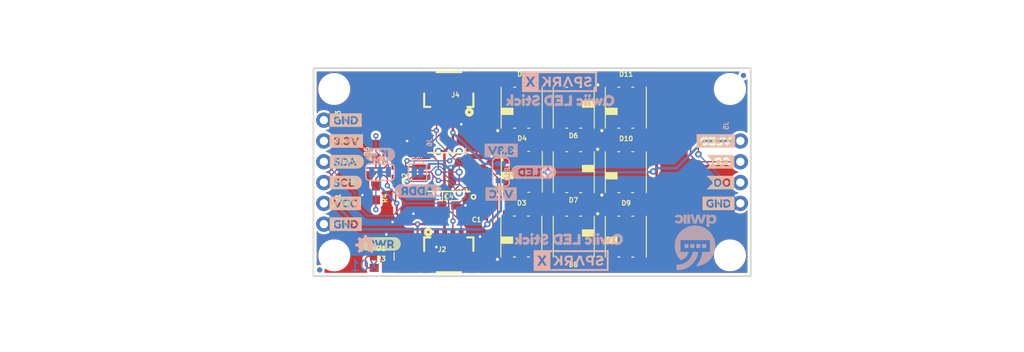
<source format=kicad_pcb>
(kicad_pcb (version 20171130) (host pcbnew "(5.1.4)-1")

  (general
    (thickness 1.6)
    (drawings 11)
    (tracks 278)
    (zones 0)
    (modules 67)
    (nets 32)
  )

  (page A4)
  (layers
    (0 F.Cu signal)
    (31 B.Cu signal)
    (32 B.Adhes user)
    (33 F.Adhes user)
    (34 B.Paste user)
    (35 F.Paste user)
    (36 B.SilkS user)
    (37 F.SilkS user)
    (38 B.Mask user)
    (39 F.Mask user)
    (40 Dwgs.User user)
    (41 Cmts.User user)
    (42 Eco1.User user)
    (43 Eco2.User user)
    (44 Edge.Cuts user)
    (45 Margin user)
    (46 B.CrtYd user)
    (47 F.CrtYd user)
    (48 B.Fab user)
    (49 F.Fab user)
  )

  (setup
    (last_trace_width 0.1524)
    (user_trace_width 0.1524)
    (user_trace_width 0.254)
    (user_trace_width 0.3048)
    (user_trace_width 0.6096)
    (user_trace_width 0.8128)
    (user_trace_width 1.016)
    (user_trace_width 1.524)
    (user_trace_width 2.54)
    (trace_clearance 0.1524)
    (zone_clearance 0.508)
    (zone_45_only no)
    (trace_min 0.1524)
    (via_size 0.8)
    (via_drill 0.4)
    (via_min_size 0.508)
    (via_min_drill 0.254)
    (user_via 0.7366 0.381)
    (user_via 0.8636 0.381)
    (user_via 0.8636 0.508)
    (uvia_size 0.8)
    (uvia_drill 0.4)
    (uvias_allowed no)
    (uvia_min_size 0.508)
    (uvia_min_drill 0.254)
    (edge_width 0.3048)
    (segment_width 0.2)
    (pcb_text_width 0.3)
    (pcb_text_size 1.5 1.5)
    (mod_edge_width 0.15)
    (mod_text_size 1 1)
    (mod_text_width 0.15)
    (pad_size 1.524 1.524)
    (pad_drill 0.762)
    (pad_to_mask_clearance 0.051)
    (solder_mask_min_width 0.0508)
    (aux_axis_origin 0 0)
    (visible_elements 7FFFFFFF)
    (pcbplotparams
      (layerselection 0x010fc_ffffffff)
      (usegerberextensions false)
      (usegerberattributes false)
      (usegerberadvancedattributes false)
      (creategerberjobfile false)
      (excludeedgelayer true)
      (linewidth 0.100000)
      (plotframeref false)
      (viasonmask false)
      (mode 1)
      (useauxorigin false)
      (hpglpennumber 1)
      (hpglpenspeed 20)
      (hpglpendiameter 15.000000)
      (psnegative false)
      (psa4output false)
      (plotreference true)
      (plotvalue true)
      (plotinvisibletext false)
      (padsonsilk false)
      (subtractmaskfromsilk false)
      (outputformat 1)
      (mirror false)
      (drillshape 1)
      (scaleselection 1)
      (outputdirectory ""))
  )

  (net 0 "")
  (net 1 3.3V)
  (net 2 GND)
  (net 3 VCC)
  (net 4 /SDA)
  (net 5 /SCL)
  (net 6 "Net-(D1-PadA)")
  (net 7 "/ADDR(MISO)")
  (net 8 /CLK)
  (net 9 /DO)
  (net 10 /~RST)
  (net 11 "Net-(D3-PadP6)")
  (net 12 "Net-(D3-PadP5)")
  (net 13 /VLED)
  (net 14 "Net-(D4-PadP6)")
  (net 15 "Net-(D4-PadP5)")
  (net 16 "Net-(D5-PadP6)")
  (net 17 "Net-(D5-PadP5)")
  (net 18 "Net-(D6-PadP6)")
  (net 19 "Net-(D6-PadP5)")
  (net 20 "Net-(D7-PadP6)")
  (net 21 "Net-(D7-PadP5)")
  (net 22 "Net-(D8-PadP6)")
  (net 23 "Net-(D8-PadP5)")
  (net 24 "Net-(D10-PadP1)")
  (net 25 "Net-(D10-PadP2)")
  (net 26 "Net-(D10-PadP6)")
  (net 27 "Net-(D10-PadP5)")
  (net 28 "/DO(10)")
  (net 29 "/CO(10)")
  (net 30 "Net-(I2C1-Pad3)")
  (net 31 "Net-(I2C1-Pad1)")

  (net_class Default "This is the default net class."
    (clearance 0.1524)
    (trace_width 0.1524)
    (via_dia 0.8)
    (via_drill 0.4)
    (uvia_dia 0.8)
    (uvia_drill 0.4)
    (diff_pair_width 0.254)
    (diff_pair_gap 0.254)
    (add_net "/ADDR(MISO)")
    (add_net /CLK)
    (add_net "/CO(10)")
    (add_net /DO)
    (add_net "/DO(10)")
    (add_net /SCL)
    (add_net /SDA)
    (add_net /VLED)
    (add_net /~RST)
    (add_net 3.3V)
    (add_net GND)
    (add_net "Net-(D1-PadA)")
    (add_net "Net-(D10-PadP1)")
    (add_net "Net-(D10-PadP2)")
    (add_net "Net-(D10-PadP5)")
    (add_net "Net-(D10-PadP6)")
    (add_net "Net-(D3-PadP5)")
    (add_net "Net-(D3-PadP6)")
    (add_net "Net-(D4-PadP5)")
    (add_net "Net-(D4-PadP6)")
    (add_net "Net-(D5-PadP5)")
    (add_net "Net-(D5-PadP6)")
    (add_net "Net-(D6-PadP5)")
    (add_net "Net-(D6-PadP6)")
    (add_net "Net-(D7-PadP5)")
    (add_net "Net-(D7-PadP6)")
    (add_net "Net-(D8-PadP5)")
    (add_net "Net-(D8-PadP6)")
    (add_net "Net-(I2C1-Pad1)")
    (add_net "Net-(I2C1-Pad3)")
    (add_net VCC)
  )

  (net_class 43V ""
    (clearance 0.1524)
    (trace_width 2.54)
    (via_dia 0.8)
    (via_drill 0.4)
    (uvia_dia 0.8)
    (uvia_drill 0.4)
    (diff_pair_width 1.016)
    (diff_pair_gap 0.8636)
  )

  (net_class MustBe6Thou ""
    (clearance 0.1524)
    (trace_width 0.1524)
    (via_dia 0.8)
    (via_drill 0.4)
    (uvia_dia 0.8)
    (uvia_drill 0.4)
    (diff_pair_width 0.1524)
    (diff_pair_gap 0.1524)
  )

  (net_class Spindle ""
    (clearance 0.6858)
    (trace_width 1.016)
    (via_dia 0.8)
    (via_drill 0.4)
    (uvia_dia 0.8)
    (uvia_drill 0.4)
    (diff_pair_width 1.016)
    (diff_pair_gap 0.8636)
  )

  (net_class Stepper ""
    (clearance 0.1524)
    (trace_width 0.1524)
    (via_dia 0.7366)
    (via_drill 0.381)
    (uvia_dia 0.7366)
    (uvia_drill 0.381)
    (diff_pair_width 0.1524)
    (diff_pair_gap 0.1524)
  )

  (module "Qwiic LED Stick:STAND-OFF" (layer F.Cu) (tedit 0) (tstamp 5DE93C70)
    (at 105.3211 115.1636 90)
    (descr "<b>Stand Off</b><p>\nThis is the mechanical footprint for a #4 phillips button head screw. Use the keepout ring to avoid running the screw head into surrounding components. SKU : PRT-00447")
    (path /8182258E)
    (fp_text reference JP3 (at 0 0 90) (layer F.SilkS) hide
      (effects (font (size 1.27 1.27) (thickness 0.15)))
    )
    (fp_text value STAND-OFF (at 0 0 90) (layer F.SilkS) hide
      (effects (font (size 1.27 1.27) (thickness 0.15)))
    )
    (fp_circle (center 0 0) (end 2.794 0) (layer Dwgs.User) (width 0.127))
    (fp_arc (start 0 0) (end 0 1.8542) (angle 180) (layer Dwgs.User) (width 0.2032))
    (fp_arc (start 0 0) (end 0 1.8542) (angle -180) (layer Dwgs.User) (width 0.2032))
    (fp_arc (start 0 0) (end 0 1.8542) (angle 180) (layer Dwgs.User) (width 0.2032))
    (fp_arc (start 0 0) (end 0 -1.8542) (angle 180) (layer Dwgs.User) (width 0.2032))
    (pad "" np_thru_hole circle (at 0 0 90) (size 3.302 3.302) (drill 3.302) (layers *.Cu *.Mask))
  )

  (module "Qwiic LED Stick:STAND-OFF" (layer F.Cu) (tedit 0) (tstamp 5DE93C79)
    (at 105.3211 94.8436 90)
    (descr "<b>Stand Off</b><p>\nThis is the mechanical footprint for a #4 phillips button head screw. Use the keepout ring to avoid running the screw head into surrounding components. SKU : PRT-00447")
    (path /193933AB)
    (fp_text reference JP4 (at 0 0 90) (layer F.SilkS) hide
      (effects (font (size 1.27 1.27) (thickness 0.15)))
    )
    (fp_text value STAND-OFF (at 0 0 90) (layer F.SilkS) hide
      (effects (font (size 1.27 1.27) (thickness 0.15)))
    )
    (fp_circle (center 0 0) (end 2.794 0) (layer Dwgs.User) (width 0.127))
    (fp_arc (start 0 0) (end 0 1.8542) (angle 180) (layer Dwgs.User) (width 0.2032))
    (fp_arc (start 0 0) (end 0 1.8542) (angle -180) (layer Dwgs.User) (width 0.2032))
    (fp_arc (start 0 0) (end 0 1.8542) (angle 180) (layer Dwgs.User) (width 0.2032))
    (fp_arc (start 0 0) (end 0 -1.8542) (angle 180) (layer Dwgs.User) (width 0.2032))
    (pad "" np_thru_hole circle (at 0 0 90) (size 3.302 3.302) (drill 3.302) (layers *.Cu *.Mask))
  )

  (module "Qwiic LED Stick:MICRO-FIDUCIAL" (layer F.Cu) (tedit 0) (tstamp 5DE962CE)
    (at 155.2321 93.1926 90)
    (path /BAFA783C)
    (fp_text reference JP2 (at 0 0 90) (layer F.SilkS) hide
      (effects (font (size 1.27 1.27) (thickness 0.15)))
    )
    (fp_text value FIDUCIALUFIDUCIAL (at 0 0 90) (layer F.SilkS) hide
      (effects (font (size 1.27 1.27) (thickness 0.15)))
    )
    (pad 1 smd roundrect (at 0 0 90) (size 0.635 0.635) (layers F.Cu F.Mask) (roundrect_rratio 0.5)
      (solder_mask_margin 0.1016))
  )

  (module "Qwiic LED Stick:MICRO-FIDUCIAL" (layer F.Cu) (tedit 0) (tstamp 5DE93C86)
    (at 103.5431 116.9416 90)
    (path /A21E5090)
    (fp_text reference JP6 (at 0 0 90) (layer F.SilkS) hide
      (effects (font (size 1.27 1.27) (thickness 0.15)))
    )
    (fp_text value FIDUCIALUFIDUCIAL (at 0 0 90) (layer F.SilkS) hide
      (effects (font (size 1.27 1.27) (thickness 0.15)))
    )
    (pad 1 smd roundrect (at 0 0 90) (size 0.635 0.635) (layers F.Cu F.Mask) (roundrect_rratio 0.5)
      (solder_mask_margin 0.1016))
  )

  (module "Qwiic LED Stick:0603" (layer F.Cu) (tedit 0) (tstamp 5DE93C8A)
    (at 110.4011 107.5436 270)
    (descr "<p><b>Generic 1608 (0603) package</b></p>\n<p>0.2mm courtyard excess rounded to nearest 0.05mm.</p>")
    (path /B11A270E)
    (fp_text reference R4 (at 0 -0.762 270) (layer F.SilkS)
      (effects (font (size 0.57912 0.57912) (thickness 0.12192)) (justify right top))
    )
    (fp_text value 2.2k (at 0 0.762 270) (layer F.Fab)
      (effects (font (size 0.57912 0.57912) (thickness 0.12192)) (justify right top))
    )
    (fp_poly (pts (xy -0.1999 0.3) (xy 0.1999 0.3) (xy 0.1999 -0.3) (xy -0.1999 -0.3)) (layer F.Adhes) (width 0))
    (fp_poly (pts (xy 0.3302 0.4699) (xy 0.8303 0.4699) (xy 0.8303 -0.4801) (xy 0.3302 -0.4801)) (layer F.Fab) (width 0))
    (fp_poly (pts (xy -0.8382 0.4699) (xy -0.3381 0.4699) (xy -0.3381 -0.4801) (xy -0.8382 -0.4801)) (layer F.Fab) (width 0))
    (fp_line (start -0.356 0.419) (end 0.356 0.419) (layer F.Fab) (width 0.1016))
    (fp_line (start -0.356 -0.432) (end 0.356 -0.432) (layer F.Fab) (width 0.1016))
    (fp_line (start -1.6 0.7) (end -1.6 -0.7) (layer Dwgs.User) (width 0.0508))
    (fp_line (start 1.6 0.7) (end -1.6 0.7) (layer Dwgs.User) (width 0.0508))
    (fp_line (start 1.6 -0.7) (end 1.6 0.7) (layer Dwgs.User) (width 0.0508))
    (fp_line (start -1.6 -0.7) (end 1.6 -0.7) (layer Dwgs.User) (width 0.0508))
    (pad 2 smd rect (at 0.85 0 270) (size 1.1 1) (layers F.Cu F.Paste F.Mask)
      (net 30 "Net-(I2C1-Pad3)") (solder_mask_margin 0.1016))
    (pad 1 smd rect (at -0.85 0 270) (size 1.1 1) (layers F.Cu F.Paste F.Mask)
      (net 4 /SDA) (solder_mask_margin 0.1016))
  )

  (module "Qwiic LED Stick:0603" (layer F.Cu) (tedit 0) (tstamp 5DE93C98)
    (at 110.4011 102.4636 90)
    (descr "<p><b>Generic 1608 (0603) package</b></p>\n<p>0.2mm courtyard excess rounded to nearest 0.05mm.</p>")
    (path /C161F5C3)
    (fp_text reference R5 (at 0 -0.762 90) (layer F.SilkS)
      (effects (font (size 0.57912 0.57912) (thickness 0.12192)) (justify bottom))
    )
    (fp_text value 2.2k (at 0 0.762 90) (layer F.Fab)
      (effects (font (size 0.57912 0.57912) (thickness 0.12192)) (justify top))
    )
    (fp_poly (pts (xy -0.1999 0.3) (xy 0.1999 0.3) (xy 0.1999 -0.3) (xy -0.1999 -0.3)) (layer F.Adhes) (width 0))
    (fp_poly (pts (xy 0.3302 0.4699) (xy 0.8303 0.4699) (xy 0.8303 -0.4801) (xy 0.3302 -0.4801)) (layer F.Fab) (width 0))
    (fp_poly (pts (xy -0.8382 0.4699) (xy -0.3381 0.4699) (xy -0.3381 -0.4801) (xy -0.8382 -0.4801)) (layer F.Fab) (width 0))
    (fp_line (start -0.356 0.419) (end 0.356 0.419) (layer F.Fab) (width 0.1016))
    (fp_line (start -0.356 -0.432) (end 0.356 -0.432) (layer F.Fab) (width 0.1016))
    (fp_line (start -1.6 0.7) (end -1.6 -0.7) (layer Dwgs.User) (width 0.0508))
    (fp_line (start 1.6 0.7) (end -1.6 0.7) (layer Dwgs.User) (width 0.0508))
    (fp_line (start 1.6 -0.7) (end 1.6 0.7) (layer Dwgs.User) (width 0.0508))
    (fp_line (start -1.6 -0.7) (end 1.6 -0.7) (layer Dwgs.User) (width 0.0508))
    (pad 2 smd rect (at 0.85 0 90) (size 1.1 1) (layers F.Cu F.Paste F.Mask)
      (net 31 "Net-(I2C1-Pad1)") (solder_mask_margin 0.1016))
    (pad 1 smd rect (at -0.85 0 90) (size 1.1 1) (layers F.Cu F.Paste F.Mask)
      (net 5 /SCL) (solder_mask_margin 0.1016))
  )

  (module "Qwiic LED Stick:SMT-JUMPER_3_2-NC_TRACE_SILK" (layer B.Cu) (tedit 0) (tstamp 5DE93CA6)
    (at 110.9091 105.0036 180)
    (path /72792358)
    (fp_text reference I2C1 (at 0 1.143 180) (layer B.SilkS)
      (effects (font (size 0.57912 0.57912) (thickness 0.12192)) (justify bottom mirror))
    )
    (fp_text value JUMPER-SMT_3_2-NC_TRACE_SILK (at 0 -1.143 180) (layer B.Fab)
      (effects (font (size 0.57912 0.57912) (thickness 0.12192)) (justify top mirror))
    )
    (fp_poly (pts (xy -0.7112 -0.127) (xy -0.3048 -0.127) (xy -0.3048 0.127) (xy -0.7112 0.127)) (layer B.Cu) (width 0))
    (fp_poly (pts (xy 0.3048 -0.127) (xy 0.7112 -0.127) (xy 0.7112 0.127) (xy 0.3048 0.127)) (layer B.Cu) (width 0))
    (fp_poly (pts (xy -0.6985 0.127) (xy 0.6985 0.127) (xy 0.6985 -0.127) (xy -0.6985 -0.127)) (layer B.Mask) (width 0))
    (fp_line (start -1.27 1.016) (end 1.27 1.016) (layer B.SilkS) (width 0.1524))
    (fp_line (start -1.7272 -0.5588) (end -1.7272 0.5588) (layer B.SilkS) (width 0.1524))
    (fp_line (start 1.7272 -0.5588) (end 1.7272 0.5588) (layer B.SilkS) (width 0.1524))
    (fp_arc (start 1.27 -0.5588) (end 1.27 -1.016) (angle 90) (layer B.SilkS) (width 0.1524))
    (fp_arc (start -1.27 -0.5588) (end -1.7272 -0.5588) (angle 90) (layer B.SilkS) (width 0.1524))
    (fp_arc (start -1.27 0.5588) (end -1.7272 0.5588) (angle -90) (layer B.SilkS) (width 0.1524))
    (fp_arc (start 1.27 0.5588) (end 1.27 1.016) (angle -90) (layer B.SilkS) (width 0.1524))
    (fp_line (start 1.27 -1.016) (end -1.27 -1.016) (layer B.SilkS) (width 0.1524))
    (pad 3 smd rect (at 1.016 0 180) (size 0.635 1.27) (layers B.Cu B.Mask)
      (net 30 "Net-(I2C1-Pad3)") (solder_mask_margin 0.1016))
    (pad 2 smd rect (at 0 0 180) (size 0.635 1.27) (layers B.Cu B.Mask)
      (net 1 3.3V) (solder_mask_margin 0.1016))
    (pad 1 smd rect (at -1.016 0 180) (size 0.635 1.27) (layers B.Cu B.Mask)
      (net 31 "Net-(I2C1-Pad1)") (solder_mask_margin 0.1016))
  )

  (module "Qwiic LED Stick:1X04_1MM_RA" (layer F.Cu) (tedit 0) (tstamp 5DE93CB7)
    (at 119.2911 112.6236)
    (descr "<h3>SMD- 4 Pin Right Angle </h3>\n<p>Specifications:\n<ul><li>Pin count:4</li>\n<li>Pin pitch:0.1\"</li>\n</ul></p>\n<p>Example device(s):\n<ul><li>CONN_04</li>\n</ul></p>")
    (path /F32DEE68)
    (fp_text reference J2 (at -1.397 2.159) (layer F.SilkS)
      (effects (font (size 0.57912 0.57912) (thickness 0.12192)) (justify left bottom))
    )
    (fp_text value SMD (at -1.651 3.302) (layer F.Fab)
      (effects (font (size 0.57912 0.57912) (thickness 0.12192)) (justify left bottom))
    )
    (fp_circle (center -2.5 -0.3) (end -2.3586 -0.3) (layer F.SilkS) (width 0.4))
    (fp_line (start -3 0.35) (end -2.25 0.35) (layer F.SilkS) (width 0.254))
    (fp_line (start 3 0.35) (end 3 2) (layer F.SilkS) (width 0.254))
    (fp_line (start 2.25 0.35) (end 3 0.35) (layer F.SilkS) (width 0.254))
    (fp_line (start -3 2) (end -3 0.35) (layer F.SilkS) (width 0.254))
    (fp_line (start -1.5 4.6) (end 1.5 4.6) (layer F.SilkS) (width 0.254))
    (pad 4 smd rect (at 1.5 0) (size 0.6 1.35) (layers F.Cu F.Paste F.Mask)
      (net 5 /SCL) (solder_mask_margin 0.1016))
    (pad 3 smd rect (at 0.5 0) (size 0.6 1.35) (layers F.Cu F.Paste F.Mask)
      (net 4 /SDA) (solder_mask_margin 0.1016))
    (pad 2 smd rect (at -0.5 0) (size 0.6 1.35) (layers F.Cu F.Paste F.Mask)
      (net 1 3.3V) (solder_mask_margin 0.1016))
    (pad 1 smd rect (at -1.5 0) (size 0.6 1.35) (layers F.Cu F.Paste F.Mask)
      (net 2 GND) (solder_mask_margin 0.1016))
    (pad NC1 smd rect (at 2.8 3.675) (size 1.2 2) (layers F.Cu F.Paste F.Mask)
      (solder_mask_margin 0.1016))
    (pad NC2 smd rect (at -2.8 3.675) (size 1.2 2) (layers F.Cu F.Paste F.Mask)
      (solder_mask_margin 0.1016))
  )

  (module "Qwiic LED Stick:1X04_NO_SILK" (layer F.Cu) (tedit 0) (tstamp 5DE93CC6)
    (at 104.0511 98.6536 270)
    (descr "<h3>Plated Through Hole - 4 Pin No Silk Outline</h3>\n<p>Specifications:\n<ul><li>Pin count:4</li>\n<li>Pin pitch:0.1\"</li>\n</ul></p>\n<p>Example device(s):\n<ul><li>CONN_04</li>\n</ul></p>")
    (path /DF82C06F)
    (fp_text reference J3 (at -1.27 -1.397 270) (layer F.SilkS)
      (effects (font (size 0.57912 0.57912) (thickness 0.12192)) (justify right top))
    )
    (fp_text value PTH (at -1.27 2.032 270) (layer F.Fab)
      (effects (font (size 0.57912 0.57912) (thickness 0.12192)) (justify right top))
    )
    (fp_poly (pts (xy -0.254 0.254) (xy 0.254 0.254) (xy 0.254 -0.254) (xy -0.254 -0.254)) (layer F.Fab) (width 0))
    (fp_poly (pts (xy 2.286 0.254) (xy 2.794 0.254) (xy 2.794 -0.254) (xy 2.286 -0.254)) (layer F.Fab) (width 0))
    (fp_poly (pts (xy 4.826 0.254) (xy 5.334 0.254) (xy 5.334 -0.254) (xy 4.826 -0.254)) (layer F.Fab) (width 0))
    (fp_poly (pts (xy 7.366 0.254) (xy 7.874 0.254) (xy 7.874 -0.254) (xy 7.366 -0.254)) (layer F.Fab) (width 0))
    (pad 4 thru_hole circle (at 7.62 0) (size 1.8796 1.8796) (drill 1.016) (layers *.Cu *.Mask)
      (net 5 /SCL) (solder_mask_margin 0.1016))
    (pad 3 thru_hole circle (at 5.08 0) (size 1.8796 1.8796) (drill 1.016) (layers *.Cu *.Mask)
      (net 4 /SDA) (solder_mask_margin 0.1016))
    (pad 2 thru_hole circle (at 2.54 0) (size 1.8796 1.8796) (drill 1.016) (layers *.Cu *.Mask)
      (net 1 3.3V) (solder_mask_margin 0.1016))
    (pad 1 thru_hole circle (at 0 0) (size 1.8796 1.8796) (drill 1.016) (layers *.Cu *.Mask)
      (net 2 GND) (solder_mask_margin 0.1016))
  )

  (module "Qwiic LED Stick:CREATIVE_COMMONS" (layer F.Cu) (tedit 0) (tstamp 5DE93CD1)
    (at 112.9411 126.5936)
    (descr "<h3>Creative Commons License Template</h3>\n<p>CC BY-SA 4.0 License with <a href=\"https://creativecommons.org/licenses/by-sa/4.0/\">link to license</a> and placeholder for designer name.</p>\n<p>Devices using:\n<ul><li>FRAME_LEDGER</li>\n<li>FRAME_LETTER</li></ul></p>")
    (path /CC96BE83)
    (fp_text reference FRAME1 (at 0 0) (layer F.SilkS) hide
      (effects (font (size 1.27 1.27) (thickness 0.15)))
    )
    (fp_text value FRAME-LETTER (at 0 0) (layer F.SilkS) hide
      (effects (font (size 1.27 1.27) (thickness 0.15)))
    )
    (fp_text user "Designed by:" (at 11.43 0) (layer F.Fab)
      (effects (font (size 1.6891 1.6891) (thickness 0.14224)) (justify left bottom))
    )
    (fp_text user " https://creativecommons.org/licenses/by-sa/4.0/" (at 0 -2.54) (layer F.Fab)
      (effects (font (size 1.6891 1.6891) (thickness 0.14224)) (justify left bottom))
    )
    (fp_text user "Released under the Creative Commons Attribution Share-Alike 4.0 License" (at -20.32 -5.08) (layer F.Fab)
      (effects (font (size 1.6891 1.6891) (thickness 0.14224)) (justify left bottom))
    )
  )

  (module "Qwiic LED Stick:SPARKX-MEDIUM" (layer B.Cu) (tedit 0) (tstamp 5DE93CD7)
    (at 132.7912 93.9546 180)
    (path /87B7DF34)
    (fp_text reference U$2 (at 0 0 180) (layer B.SilkS) hide
      (effects (font (size 1.27 1.27) (thickness 0.15)) (justify mirror))
    )
    (fp_text value SPARKX-LOGO4 (at 0 0 180) (layer B.SilkS) hide
      (effects (font (size 1.27 1.27) (thickness 0.15)) (justify mirror))
    )
    (fp_poly (pts (xy -1.795375 0.300634) (xy -1.813256 0.362103) (xy -1.852675 0.434746) (xy -1.906525 0.496518)
      (xy -1.973581 0.5461) (xy -2.053743 0.583387) (xy -2.1463 0.60645) (xy -2.251253 0.614478)
      (xy -2.752343 0.614478) (xy -2.752343 0.300634) (xy -2.481681 0.300634) (xy -2.481681 0.369418)
      (xy -2.273196 0.369418) (xy -2.182265 0.357631) (xy -2.113178 0.321868) (xy -2.097125 0.300634)) (layer B.SilkS) (width 0))
    (fp_poly (pts (xy -1.795375 0.300634) (xy -2.097125 0.300634) (xy -2.069184 0.263753) (xy -2.054656 0.183793)
      (xy -2.054656 0.180137) (xy -2.068475 0.107696) (xy -2.110434 0.04755) (xy -2.177796 0.007618)
      (xy -2.267712 -0.005487) (xy -2.481681 -0.005487) (xy -2.481681 0.300634) (xy -2.752343 0.300634)
      (xy -2.752343 -0.611734) (xy -2.482596 -0.611734) (xy -2.482596 -0.244143) (xy -2.277771 -0.244143)
      (xy -2.177796 -0.237237) (xy -2.083918 -0.216712) (xy -1.999487 -0.182575) (xy -1.92664 -0.135331)
      (xy -1.86639 -0.074168) (xy -1.820571 0) (xy -1.791818 0.087171) (xy -1.782165 0.187453)
      (xy -1.78125 0.185621) (xy -1.78125 0.189281) (xy -1.789378 0.279806)) (layer B.SilkS) (width 0))
    (fp_poly (pts (xy -0.775918 0.300634) (xy -0.912571 0.62179) (xy -1.161287 0.62179) (xy -1.29804 0.300634)) (layer B.SilkS) (width 0))
    (fp_poly (pts (xy -0.775918 0.300634) (xy -1.29804 0.300634) (xy -1.687068 -0.613562) (xy -1.411834 -0.613562)
      (xy -1.040587 0.297181) (xy -0.66934 -0.613562) (xy -0.38679 -0.613562)) (layer B.SilkS) (width 0))
    (fp_poly (pts (xy 0.817271 0.300634) (xy 0.795425 0.377546) (xy 0.757428 0.446837) (xy 0.704087 0.505662)
      (xy 0.637031 0.5525) (xy 0.557884 0.585928) (xy 0.466546 0.605943) (xy 0.363015 0.612646)
      (xy -0.197509 0.612646) (xy -0.197509 0.300634) (xy 0.072237 0.300634) (xy 0.072237 0.369418)
      (xy 0.340156 0.369418) (xy 0.429362 0.358443) (xy 0.496518 0.325525) (xy 0.515518 0.300634)) (layer B.SilkS) (width 0))
    (fp_poly (pts (xy 0.817271 0.300634) (xy 0.515518 0.300634) (xy 0.538481 0.270662) (xy 0.552296 0.193853)
      (xy 0.552296 0.191109) (xy 0.53919 0.120496) (xy 0.499262 0.064921) (xy 0.434137 0.029462)
      (xy 0.345643 0.017375) (xy 0.072237 0.017375) (xy 0.072237 0.300634) (xy -0.197509 0.300634)
      (xy -0.197509 -0.613562) (xy 0.072237 -0.613562) (xy 0.072237 -0.221284) (xy 0.284378 -0.221284)
      (xy 0.546812 -0.613562) (xy 0.862278 -0.613562) (xy 0.562356 -0.175565) (xy 0.668731 -0.119278)
      (xy 0.75255 -0.038406) (xy 0.807312 0.068987) (xy 0.825703 0.203912) (xy 0.825703 0.207568)
      (xy 0.818184 0.297687)) (layer B.SilkS) (width 0))
    (fp_poly (pts (xy 1.339596 0.300634) (xy 1.339596 0.612646) (xy 1.069846 0.612646) (xy 1.069846 0.300634)) (layer B.SilkS) (width 0))
    (fp_poly (pts (xy 1.86314 0.300634) (xy 2.162556 0.612646) (xy 1.837028 0.612646) (xy 1.547368 0.300634)) (layer B.SilkS) (width 0))
    (fp_poly (pts (xy 1.86314 0.300634) (xy 1.547368 0.300634) (xy 1.339596 0.076809) (xy 1.339596 0.300634)
      (xy 1.069846 0.300634) (xy 1.069846 -0.613562) (xy 1.339596 -0.613562) (xy 1.339596 -0.238659)
      (xy 1.481328 -0.09144) (xy 1.861718 -0.613562) (xy 2.185415 -0.613562) (xy 1.663293 0.092353)) (layer B.SilkS) (width 0))
    (fp_poly (pts (xy -3.637381 0.300634) (xy -3.904284 0.300634) (xy -3.908146 0.25969) (xy -3.908146 0.256031)
      (xy -3.900728 0.172515) (xy -3.878884 0.103328) (xy -3.844037 0.04694) (xy -3.797503 0.000915)
      (xy -3.669487 -0.068581) (xy -3.500321 -0.119787) (xy -3.37505 -0.156362) (xy -3.299156 -0.191109)
      (xy -3.262578 -0.2286) (xy -3.252521 -0.275234) (xy -3.252521 -0.27889) (xy -3.264206 -0.327559)
      (xy -3.299156 -0.363931) (xy -3.354934 -0.386993) (xy -3.429915 -0.395021) (xy -3.531006 -0.384859)
      (xy -3.623768 -0.354787) (xy -3.711243 -0.307543) (xy -3.796587 -0.245975) (xy -3.955693 -0.437084)
      (xy -3.839362 -0.524153) (xy -3.710634 -0.585215) (xy -3.57439 -0.621487) (xy -3.4354 -0.633678)
      (xy -3.339996 -0.627381) (xy -3.253434 -0.608075) (xy -3.177134 -0.576987) (xy -3.111703 -0.534925)
      (xy -3.058971 -0.480975) (xy -3.01935 -0.416053) (xy -2.994659 -0.339953) (xy -2.986431 -0.254203)
      (xy -2.986431 -0.250546) (xy -2.986431 -0.246887) (xy -2.992728 -0.172009) (xy -3.012034 -0.108812)
      (xy -3.043834 -0.054762) (xy -3.087928 -0.008228) (xy -3.210459 0.064921) (xy -3.376878 0.119787)
      (xy -3.507637 0.156362) (xy -3.589018 0.189281) (xy -3.630168 0.2286) (xy -3.64114 0.280721)
      (xy -3.64114 0.284378)) (layer B.SilkS) (width 0))
    (fp_poly (pts (xy -3.145028 0.300634) (xy -3.220009 0.300634) (xy -3.165653 0.270662)) (layer B.SilkS) (width 0))
    (fp_poly (pts (xy -3.481121 0.629106) (xy -3.571646 0.622403) (xy -3.653943 0.60259) (xy -3.727093 0.570584)
      (xy -3.789275 0.527609) (xy -3.839362 0.473962) (xy -3.877056 0.411481) (xy -3.900525 0.340056)
      (xy -3.904284 0.300634) (xy -3.637381 0.300634) (xy -3.631387 0.326137) (xy -3.601821 0.360275)
      (xy -3.552443 0.383337) (xy -3.483862 0.391362) (xy -3.405225 0.383234) (xy -3.326587 0.359359)
      (xy -3.220009 0.300634) (xy -3.145028 0.300634) (xy -3.02575 0.473659) (xy -3.125115 0.540206)
      (xy -3.233318 0.588875) (xy -3.351681 0.618946)) (layer B.SilkS) (width 0))
    (fp_poly (pts (xy 4.572 -0.12324) (xy 3.805021 -0.12324) (xy 4.139487 -0.613562) (xy 4.137659 -0.613562)
      (xy 3.82219 -0.613562) (xy 3.546956 -0.192937) (xy 3.269893 -0.613562) (xy 2.963571 -0.613562)
      (xy 3.300068 -0.12324) (xy 2.529231 -0.12324) (xy 2.529231 -1.030528) (xy 2.446934 -1.030528)
      (xy 2.446934 -1.265528) (xy 2.529231 -1.265528) (xy 4.572 -1.265528)) (layer B.SilkS) (width 0))
    (fp_poly (pts (xy -4.572 1.265528) (xy -4.572 -1.265528) (xy 2.446934 -1.265528) (xy 2.446934 -1.030528)
      (xy -4.337 -1.030528) (xy -4.337 1.030528) (xy 2.529231 1.030528) (xy 2.529231 -0.12324)
      (xy 3.300068 -0.12324) (xy 3.391509 0.010059) (xy 2.981859 0.612646) (xy 3.297325 0.612646)
      (xy 3.555187 0.214884) (xy 3.814878 0.612646) (xy 4.1212 0.612646) (xy 3.71155 0.013715)
      (xy 3.805021 -0.12324) (xy 4.572 -0.12324) (xy 4.572 1.265528) (xy 2.529231 1.265528)) (layer B.SilkS) (width 0))
  )

  (module "Qwiic LED Stick:0603" (layer F.Cu) (tedit 0) (tstamp 5DE93CE8)
    (at 119.2911 109.0676)
    (descr "<p><b>Generic 1608 (0603) package</b></p>\n<p>0.2mm courtyard excess rounded to nearest 0.05mm.</p>")
    (path /03F6E73E)
    (fp_text reference C4 (at 0 -0.762) (layer F.SilkS)
      (effects (font (size 0.57912 0.57912) (thickness 0.115824)) (justify bottom))
    )
    (fp_text value 0.1uF (at 0 0.762) (layer F.Fab)
      (effects (font (size 0.57912 0.57912) (thickness 0.115824)) (justify top))
    )
    (fp_poly (pts (xy -0.1999 0.3) (xy 0.1999 0.3) (xy 0.1999 -0.3) (xy -0.1999 -0.3)) (layer F.Adhes) (width 0))
    (fp_poly (pts (xy 0.3302 0.4699) (xy 0.8303 0.4699) (xy 0.8303 -0.4801) (xy 0.3302 -0.4801)) (layer F.Fab) (width 0))
    (fp_poly (pts (xy -0.8382 0.4699) (xy -0.3381 0.4699) (xy -0.3381 -0.4801) (xy -0.8382 -0.4801)) (layer F.Fab) (width 0))
    (fp_line (start -0.356 0.419) (end 0.356 0.419) (layer F.Fab) (width 0.1016))
    (fp_line (start -0.356 -0.432) (end 0.356 -0.432) (layer F.Fab) (width 0.1016))
    (fp_line (start -1.6 0.7) (end -1.6 -0.7) (layer Dwgs.User) (width 0.0508))
    (fp_line (start 1.6 0.7) (end -1.6 0.7) (layer Dwgs.User) (width 0.0508))
    (fp_line (start 1.6 -0.7) (end 1.6 0.7) (layer Dwgs.User) (width 0.0508))
    (fp_line (start -1.6 -0.7) (end 1.6 -0.7) (layer Dwgs.User) (width 0.0508))
    (pad 2 smd rect (at 0.85 0) (size 1.1 1) (layers F.Cu F.Paste F.Mask)
      (net 2 GND) (solder_mask_margin 0.1016))
    (pad 1 smd rect (at -0.85 0) (size 1.1 1) (layers F.Cu F.Paste F.Mask)
      (net 1 3.3V) (solder_mask_margin 0.1016))
  )

  (module "Qwiic LED Stick:1X04_1MM_RA" (layer F.Cu) (tedit 0) (tstamp 5DE93CF6)
    (at 119.2911 97.3836 180)
    (descr "<h3>SMD- 4 Pin Right Angle </h3>\n<p>Specifications:\n<ul><li>Pin count:4</li>\n<li>Pin pitch:0.1\"</li>\n</ul></p>\n<p>Example device(s):\n<ul><li>CONN_04</li>\n</ul></p>")
    (path /CAB62C05)
    (fp_text reference J4 (at -1.397 2.159 180) (layer F.SilkS)
      (effects (font (size 0.57912 0.57912) (thickness 0.12192)) (justify right top))
    )
    (fp_text value SMD (at -1.651 3.302 180) (layer F.Fab)
      (effects (font (size 0.57912 0.57912) (thickness 0.12192)) (justify right top))
    )
    (fp_circle (center -2.5 -0.3) (end -2.3586 -0.3) (layer F.SilkS) (width 0.4))
    (fp_line (start -3 0.35) (end -2.25 0.35) (layer F.SilkS) (width 0.254))
    (fp_line (start 3 0.35) (end 3 2) (layer F.SilkS) (width 0.254))
    (fp_line (start 2.25 0.35) (end 3 0.35) (layer F.SilkS) (width 0.254))
    (fp_line (start -3 2) (end -3 0.35) (layer F.SilkS) (width 0.254))
    (fp_line (start -1.5 4.6) (end 1.5 4.6) (layer F.SilkS) (width 0.254))
    (pad 4 smd rect (at 1.5 0 180) (size 0.6 1.35) (layers F.Cu F.Paste F.Mask)
      (net 5 /SCL) (solder_mask_margin 0.1016))
    (pad 3 smd rect (at 0.5 0 180) (size 0.6 1.35) (layers F.Cu F.Paste F.Mask)
      (net 4 /SDA) (solder_mask_margin 0.1016))
    (pad 2 smd rect (at -0.5 0 180) (size 0.6 1.35) (layers F.Cu F.Paste F.Mask)
      (net 1 3.3V) (solder_mask_margin 0.1016))
    (pad 1 smd rect (at -1.5 0 180) (size 0.6 1.35) (layers F.Cu F.Paste F.Mask)
      (net 2 GND) (solder_mask_margin 0.1016))
    (pad NC1 smd rect (at 2.8 3.675 180) (size 1.2 2) (layers F.Cu F.Paste F.Mask)
      (solder_mask_margin 0.1016))
    (pad NC2 smd rect (at -2.8 3.675 180) (size 1.2 2) (layers F.Cu F.Paste F.Mask)
      (solder_mask_margin 0.1016))
  )

  (module "Qwiic LED Stick:OSHW-LOGO-MINI" (layer B.Cu) (tedit 0) (tstamp 5DE93D05)
    (at 109.1311 113.8936 180)
    (descr "<h3>Open-Source Hardware (OSHW) Logo - Mini - Silkscreen</h3>\n<p>Silkscreen logo for open-source hardware designs.</p>\n<p>Devices using:\n<ul><li>OSHW_LOGO</li></ul></p>")
    (path /994F8438)
    (fp_text reference LOGO1 (at 0 0 180) (layer B.SilkS) hide
      (effects (font (size 1.27 1.27) (thickness 0.15)) (justify mirror))
    )
    (fp_text value OSHW-LOGOMINI (at 0 0 180) (layer B.SilkS) hide
      (effects (font (size 1.27 1.27) (thickness 0.15)) (justify mirror))
    )
    (fp_poly (pts (xy 1.2366 -0.172631) (xy 1.2366 0.147368) (xy 0.8766 0.207368) (xy 0.8766 0.247368)
      (xy 0.8666 0.257368) (xy 0.8666 0.277368) (xy 0.8566 0.287368) (xy 0.8466 0.307368)
      (xy 0.8466 0.327368) (xy 0.8366 0.337368) (xy 0.8366 0.357368) (xy 0.8266 0.367368)
      (xy 0.8166 0.387368) (xy 0.8066 0.397368) (xy 0.8066 0.417368) (xy 0.7966 0.427368)
      (xy 0.7866 0.447368) (xy 0.7766 0.457368) (xy 0.9866 0.747368) (xy 0.7566 0.967368)
      (xy 0.4666 0.767368) (xy 0.4566 0.777368) (xy 0.4366 0.787368) (xy 0.4266 0.787368)
      (xy 0.4066 0.797368) (xy 0.3966 0.807368) (xy 0.3766 0.817368) (xy 0.3666 0.817368)
      (xy 0.3466 0.827368) (xy 0.3366 0.837368) (xy 0.3166 0.837368) (xy 0.2966 0.847368)
      (xy 0.2866 0.847368) (xy 0.2666 0.857368) (xy 0.2566 0.857368) (xy 0.2366 0.867368)
      (xy 0.2166 0.867368) (xy 0.1566 1.217368) (xy -0.1634 1.217368) (xy -0.2234 0.867368)
      (xy -0.2334 0.867368) (xy -0.2534 0.857368) (xy -0.2734 0.857368) (xy -0.2834 0.847368)
      (xy -0.3034 0.847368) (xy -0.3234 0.837368) (xy -0.3334 0.837368) (xy -0.3534 0.827368)
      (xy -0.3634 0.817368) (xy -0.3834 0.817368) (xy -0.3934 0.807368) (xy -0.4134 0.797368)
      (xy -0.4234 0.787368) (xy -0.4434 0.787368) (xy -0.4534 0.777368) (xy -0.4734 0.767368)
      (xy -0.7634 0.967368) (xy -0.9834 0.747368) (xy -0.7834 0.457368) (xy -0.7934 0.447368)
      (xy -0.7934 0.427368) (xy -0.8034 0.417368) (xy -0.8134 0.397368) (xy -0.8234 0.387368)
      (xy -0.8234 0.367368) (xy -0.8334 0.357368) (xy -0.8434 0.337368) (xy -0.8434 0.327368)
      (xy -0.8634 0.287368) (xy -0.8634 0.277368) (xy -0.8734 0.257368) (xy -0.8734 0.247368)
      (xy -0.8834 0.227368) (xy -0.8834 0.207368) (xy -1.2334 0.147368) (xy -1.2334 -0.172631)
      (xy -0.8834 -0.232631) (xy -0.8834 -0.242631) (xy -0.8734 -0.262631) (xy -0.8734 -0.282631)
      (xy -0.8634 -0.292631) (xy -0.8634 -0.312631) (xy -0.8534 -0.322631) (xy -0.8434 -0.342631)
      (xy -0.8434 -0.362631) (xy -0.8334 -0.372631) (xy -0.8334 -0.392631) (xy -0.8234 -0.402631)
      (xy -0.8134 -0.422631) (xy -0.8034 -0.432631) (xy -0.7934 -0.452631) (xy -0.7934 -0.462631)
      (xy -0.7834 -0.482631) (xy -0.9834 -0.762631) (xy -0.7634 -0.992631) (xy -0.4734 -0.792631)
      (xy -0.4634 -0.792631) (xy -0.4534 -0.802631) (xy -0.4434 -0.802631) (xy -0.4334 -0.812631)
      (xy -0.4234 -0.812631) (xy -0.4134 -0.822631) (xy -0.4034 -0.822631) (xy -0.3934 -0.832631)
      (xy -0.3834 -0.832631) (xy -0.3734 -0.842631) (xy -0.3634 -0.842631) (xy -0.3534 -0.852631)
      (xy -0.3334 -0.852631) (xy -0.3234 -0.862631) (xy -0.1234 -0.322631) (xy -0.1534 -0.312631)
      (xy -0.1934 -0.292631) (xy -0.2134 -0.272631) (xy -0.2334 -0.262631) (xy -0.2534 -0.242631)
      (xy -0.2634 -0.222631) (xy -0.2834 -0.202631) (xy -0.3034 -0.162631) (xy -0.3134 -0.132631)
      (xy -0.3334 -0.092631) (xy -0.3334 -0.062631) (xy -0.3434 -0.032631) (xy -0.3434 0.027368)
      (xy -0.3034 0.147368) (xy -0.2634 0.207368) (xy -0.2434 0.227368) (xy -0.2134 0.247368)
      (xy -0.1934 0.267368) (xy -0.1634 0.287368) (xy -0.1334 0.297368) (xy -0.1034 0.317368)
      (xy -0.0734 0.317368) (xy -0.0334 0.327368) (xy 0.0366 0.327368) (xy 0.0666 0.317368)
      (xy 0.0966 0.317368) (xy 0.1266 0.297368) (xy 0.1566 0.287368) (xy 0.2166 0.247368)
      (xy 0.2566 0.207368) (xy 0.2966 0.147368) (xy 0.3066 0.117368) (xy 0.3266 0.087368)
      (xy 0.3266 0.057368) (xy 0.3366 0.027368) (xy 0.3366 -0.062631) (xy 0.3266 -0.092631)
      (xy 0.3266 -0.112631) (xy 0.3166 -0.132631) (xy 0.3066 -0.162631) (xy 0.2966 -0.182631)
      (xy 0.2766 -0.202631) (xy 0.2666 -0.222631) (xy 0.2266 -0.262631) (xy 0.2066 -0.272631)
      (xy 0.1866 -0.292631) (xy 0.1266 -0.322631) (xy 0.3266 -0.862631) (xy 0.3266 -0.852631)
      (xy 0.3466 -0.852631) (xy 0.3566 -0.842631) (xy 0.3666 -0.842631) (xy 0.3766 -0.832631)
      (xy 0.3866 -0.832631) (xy 0.3966 -0.822631) (xy 0.4166 -0.822631) (xy 0.4266 -0.812631)
      (xy 0.4366 -0.812631) (xy 0.4566 -0.792631) (xy 0.4666 -0.792631) (xy 0.7566 -0.992631)
      (xy 0.9866 -0.762631) (xy 0.7766 -0.482631) (xy 0.7866 -0.462631) (xy 0.7966 -0.452631)
      (xy 0.8066 -0.432631) (xy 0.8066 -0.422631) (xy 0.8166 -0.402631) (xy 0.8266 -0.392631)
      (xy 0.8366 -0.372631) (xy 0.8366 -0.362631) (xy 0.8566 -0.322631) (xy 0.8566 -0.312631)
      (xy 0.8666 -0.292631) (xy 0.8666 -0.282631) (xy 0.8766 -0.262631) (xy 0.8766 -0.242631)
      (xy 0.8866 -0.232631)) (layer B.SilkS) (width 0))
  )

  (module "Qwiic LED Stick:SPARKX-MEDIUM" (layer B.Cu) (tedit 0) (tstamp 5DE96938)
    (at 134.2136 115.7986 180)
    (path /89E33A62)
    (fp_text reference U$1 (at 0 0) (layer B.SilkS) hide
      (effects (font (size 1.27 1.27) (thickness 0.15)) (justify mirror))
    )
    (fp_text value SPARKX-LOGO4 (at 0 0) (layer B.SilkS) hide
      (effects (font (size 1.27 1.27) (thickness 0.15)) (justify mirror))
    )
    (fp_poly (pts (xy -1.795375 0.300634) (xy -1.813256 0.362103) (xy -1.852675 0.434746) (xy -1.906525 0.496518)
      (xy -1.973581 0.5461) (xy -2.053743 0.583387) (xy -2.1463 0.60645) (xy -2.251253 0.614478)
      (xy -2.752343 0.614478) (xy -2.752343 0.300634) (xy -2.481681 0.300634) (xy -2.481681 0.369418)
      (xy -2.273196 0.369418) (xy -2.182265 0.357631) (xy -2.113178 0.321868) (xy -2.097125 0.300634)) (layer B.SilkS) (width 0))
    (fp_poly (pts (xy -1.795375 0.300634) (xy -2.097125 0.300634) (xy -2.069184 0.263753) (xy -2.054656 0.183793)
      (xy -2.054656 0.180137) (xy -2.068475 0.107696) (xy -2.110434 0.04755) (xy -2.177796 0.007618)
      (xy -2.267712 -0.005487) (xy -2.481681 -0.005487) (xy -2.481681 0.300634) (xy -2.752343 0.300634)
      (xy -2.752343 -0.611734) (xy -2.482596 -0.611734) (xy -2.482596 -0.244143) (xy -2.277771 -0.244143)
      (xy -2.177796 -0.237237) (xy -2.083918 -0.216712) (xy -1.999487 -0.182575) (xy -1.92664 -0.135331)
      (xy -1.86639 -0.074168) (xy -1.820571 0) (xy -1.791818 0.087171) (xy -1.782165 0.187453)
      (xy -1.78125 0.185621) (xy -1.78125 0.189281) (xy -1.789378 0.279806)) (layer B.SilkS) (width 0))
    (fp_poly (pts (xy -0.775918 0.300634) (xy -0.912571 0.62179) (xy -1.161287 0.62179) (xy -1.29804 0.300634)) (layer B.SilkS) (width 0))
    (fp_poly (pts (xy -0.775918 0.300634) (xy -1.29804 0.300634) (xy -1.687068 -0.613562) (xy -1.411834 -0.613562)
      (xy -1.040587 0.297181) (xy -0.66934 -0.613562) (xy -0.38679 -0.613562)) (layer B.SilkS) (width 0))
    (fp_poly (pts (xy 0.817271 0.300634) (xy 0.795425 0.377546) (xy 0.757428 0.446837) (xy 0.704087 0.505662)
      (xy 0.637031 0.5525) (xy 0.557884 0.585928) (xy 0.466546 0.605943) (xy 0.363015 0.612646)
      (xy -0.197509 0.612646) (xy -0.197509 0.300634) (xy 0.072237 0.300634) (xy 0.072237 0.369418)
      (xy 0.340156 0.369418) (xy 0.429362 0.358443) (xy 0.496518 0.325525) (xy 0.515518 0.300634)) (layer B.SilkS) (width 0))
    (fp_poly (pts (xy 0.817271 0.300634) (xy 0.515518 0.300634) (xy 0.538481 0.270662) (xy 0.552296 0.193853)
      (xy 0.552296 0.191109) (xy 0.53919 0.120496) (xy 0.499262 0.064921) (xy 0.434137 0.029462)
      (xy 0.345643 0.017375) (xy 0.072237 0.017375) (xy 0.072237 0.300634) (xy -0.197509 0.300634)
      (xy -0.197509 -0.613562) (xy 0.072237 -0.613562) (xy 0.072237 -0.221284) (xy 0.284378 -0.221284)
      (xy 0.546812 -0.613562) (xy 0.862278 -0.613562) (xy 0.562356 -0.175565) (xy 0.668731 -0.119278)
      (xy 0.75255 -0.038406) (xy 0.807312 0.068987) (xy 0.825703 0.203912) (xy 0.825703 0.207568)
      (xy 0.818184 0.297687)) (layer B.SilkS) (width 0))
    (fp_poly (pts (xy 1.339596 0.300634) (xy 1.339596 0.612646) (xy 1.069846 0.612646) (xy 1.069846 0.300634)) (layer B.SilkS) (width 0))
    (fp_poly (pts (xy 1.86314 0.300634) (xy 2.162556 0.612646) (xy 1.837028 0.612646) (xy 1.547368 0.300634)) (layer B.SilkS) (width 0))
    (fp_poly (pts (xy 1.86314 0.300634) (xy 1.547368 0.300634) (xy 1.339596 0.076809) (xy 1.339596 0.300634)
      (xy 1.069846 0.300634) (xy 1.069846 -0.613562) (xy 1.339596 -0.613562) (xy 1.339596 -0.238659)
      (xy 1.481328 -0.09144) (xy 1.861718 -0.613562) (xy 2.185415 -0.613562) (xy 1.663293 0.092353)) (layer B.SilkS) (width 0))
    (fp_poly (pts (xy -3.637381 0.300634) (xy -3.904284 0.300634) (xy -3.908146 0.25969) (xy -3.908146 0.256031)
      (xy -3.900728 0.172515) (xy -3.878884 0.103328) (xy -3.844037 0.04694) (xy -3.797503 0.000915)
      (xy -3.669487 -0.068581) (xy -3.500321 -0.119787) (xy -3.37505 -0.156362) (xy -3.299156 -0.191109)
      (xy -3.262578 -0.2286) (xy -3.252521 -0.275234) (xy -3.252521 -0.27889) (xy -3.264206 -0.327559)
      (xy -3.299156 -0.363931) (xy -3.354934 -0.386993) (xy -3.429915 -0.395021) (xy -3.531006 -0.384859)
      (xy -3.623768 -0.354787) (xy -3.711243 -0.307543) (xy -3.796587 -0.245975) (xy -3.955693 -0.437084)
      (xy -3.839362 -0.524153) (xy -3.710634 -0.585215) (xy -3.57439 -0.621487) (xy -3.4354 -0.633678)
      (xy -3.339996 -0.627381) (xy -3.253434 -0.608075) (xy -3.177134 -0.576987) (xy -3.111703 -0.534925)
      (xy -3.058971 -0.480975) (xy -3.01935 -0.416053) (xy -2.994659 -0.339953) (xy -2.986431 -0.254203)
      (xy -2.986431 -0.250546) (xy -2.986431 -0.246887) (xy -2.992728 -0.172009) (xy -3.012034 -0.108812)
      (xy -3.043834 -0.054762) (xy -3.087928 -0.008228) (xy -3.210459 0.064921) (xy -3.376878 0.119787)
      (xy -3.507637 0.156362) (xy -3.589018 0.189281) (xy -3.630168 0.2286) (xy -3.64114 0.280721)
      (xy -3.64114 0.284378)) (layer B.SilkS) (width 0))
    (fp_poly (pts (xy -3.145028 0.300634) (xy -3.220009 0.300634) (xy -3.165653 0.270662)) (layer B.SilkS) (width 0))
    (fp_poly (pts (xy -3.481121 0.629106) (xy -3.571646 0.622403) (xy -3.653943 0.60259) (xy -3.727093 0.570584)
      (xy -3.789275 0.527609) (xy -3.839362 0.473962) (xy -3.877056 0.411481) (xy -3.900525 0.340056)
      (xy -3.904284 0.300634) (xy -3.637381 0.300634) (xy -3.631387 0.326137) (xy -3.601821 0.360275)
      (xy -3.552443 0.383337) (xy -3.483862 0.391362) (xy -3.405225 0.383234) (xy -3.326587 0.359359)
      (xy -3.220009 0.300634) (xy -3.145028 0.300634) (xy -3.02575 0.473659) (xy -3.125115 0.540206)
      (xy -3.233318 0.588875) (xy -3.351681 0.618946)) (layer B.SilkS) (width 0))
    (fp_poly (pts (xy 4.572 -0.12324) (xy 3.805021 -0.12324) (xy 4.139487 -0.613562) (xy 4.137659 -0.613562)
      (xy 3.82219 -0.613562) (xy 3.546956 -0.192937) (xy 3.269893 -0.613562) (xy 2.963571 -0.613562)
      (xy 3.300068 -0.12324) (xy 2.529231 -0.12324) (xy 2.529231 -1.030528) (xy 2.446934 -1.030528)
      (xy 2.446934 -1.265528) (xy 2.529231 -1.265528) (xy 4.572 -1.265528)) (layer B.SilkS) (width 0))
    (fp_poly (pts (xy -4.572 1.265528) (xy -4.572 -1.265528) (xy 2.446934 -1.265528) (xy 2.446934 -1.030528)
      (xy -4.337 -1.030528) (xy -4.337 1.030528) (xy 2.529231 1.030528) (xy 2.529231 -0.12324)
      (xy 3.300068 -0.12324) (xy 3.391509 0.010059) (xy 2.981859 0.612646) (xy 3.297325 0.612646)
      (xy 3.555187 0.214884) (xy 3.814878 0.612646) (xy 4.1212 0.612646) (xy 3.71155 0.013715)
      (xy 3.805021 -0.12324) (xy 4.572 -0.12324) (xy 4.572 1.265528) (xy 2.529231 1.265528)) (layer B.SilkS) (width 0))
  )

  (module "Qwiic LED Stick:MICRO-FIDUCIAL" (layer B.Cu) (tedit 0) (tstamp 5DE93D1A)
    (at 103.5431 116.9416 270)
    (path /0B60073D)
    (fp_text reference JP1 (at 0 0 270) (layer B.SilkS) hide
      (effects (font (size 1.27 1.27) (thickness 0.15)) (justify mirror))
    )
    (fp_text value FIDUCIALUFIDUCIAL (at 0 0 270) (layer B.SilkS) hide
      (effects (font (size 1.27 1.27) (thickness 0.15)) (justify mirror))
    )
    (pad 1 smd roundrect (at 0 0 270) (size 0.635 0.635) (layers B.Cu B.Mask) (roundrect_rratio 0.5)
      (solder_mask_margin 0.1016))
  )

  (module "Qwiic LED Stick:MICRO-FIDUCIAL" (layer B.Cu) (tedit 0) (tstamp 5DE962DA)
    (at 155.2321 93.1926 270)
    (path /056852D9)
    (fp_text reference JP5 (at 0 0 270) (layer B.SilkS) hide
      (effects (font (size 1.27 1.27) (thickness 0.15)) (justify mirror))
    )
    (fp_text value FIDUCIALUFIDUCIAL (at 0 0 270) (layer B.SilkS) hide
      (effects (font (size 1.27 1.27) (thickness 0.15)) (justify mirror))
    )
    (pad 1 smd roundrect (at 0 0 270) (size 0.635 0.635) (layers B.Cu B.Mask) (roundrect_rratio 0.5)
      (solder_mask_margin 0.1016))
  )

  (module "Qwiic LED Stick:3#3V2" (layer F.Cu) (tedit 0) (tstamp 5DE93D22)
    (at 104.3051 101.1936)
    (fp_text reference U$21 (at 0 0) (layer F.SilkS) hide
      (effects (font (size 1.27 1.27) (thickness 0.15)))
    )
    (fp_text value "" (at 0 0) (layer F.SilkS) hide
      (effects (font (size 1.27 1.27) (thickness 0.15)))
    )
    (fp_poly (pts (xy 0.48 0.82) (xy 4.52 0.82) (xy 4.52 0.78) (xy 0.48 0.78)) (layer F.SilkS) (width 0))
    (fp_poly (pts (xy 0.48 0.78) (xy 4.52 0.78) (xy 4.52 0.74) (xy 0.48 0.74)) (layer F.SilkS) (width 0))
    (fp_poly (pts (xy 0.48 0.74) (xy 4.52 0.74) (xy 4.52 0.7) (xy 0.48 0.7)) (layer F.SilkS) (width 0))
    (fp_poly (pts (xy 0.48 0.7) (xy 4.52 0.7) (xy 4.52 0.66) (xy 0.48 0.66)) (layer F.SilkS) (width 0))
    (fp_poly (pts (xy 0.48 0.66) (xy 4.52 0.66) (xy 4.52 0.62) (xy 0.48 0.62)) (layer F.SilkS) (width 0))
    (fp_poly (pts (xy 0.48 0.62) (xy 4.52 0.62) (xy 4.52 0.58) (xy 0.48 0.58)) (layer F.SilkS) (width 0))
    (fp_poly (pts (xy 0.48 0.58) (xy 4.52 0.58) (xy 4.52 0.54) (xy 0.48 0.54)) (layer F.SilkS) (width 0))
    (fp_poly (pts (xy 3.6 0.54) (xy 4.52 0.54) (xy 4.52 0.5) (xy 3.6 0.5)) (layer F.SilkS) (width 0))
    (fp_poly (pts (xy 2.72 0.54) (xy 3.48 0.54) (xy 3.48 0.5) (xy 2.72 0.5)) (layer F.SilkS) (width 0))
    (fp_poly (pts (xy 2.04 0.54) (xy 2.36 0.54) (xy 2.36 0.5) (xy 2.04 0.5)) (layer F.SilkS) (width 0))
    (fp_poly (pts (xy 1.52 0.54) (xy 1.84 0.54) (xy 1.84 0.5) (xy 1.52 0.5)) (layer F.SilkS) (width 0))
    (fp_poly (pts (xy 0.48 0.54) (xy 1.12 0.54) (xy 1.12 0.5) (xy 0.48 0.5)) (layer F.SilkS) (width 0))
    (fp_poly (pts (xy 3.64 0.5) (xy 4.52 0.5) (xy 4.52 0.46) (xy 3.64 0.46)) (layer F.SilkS) (width 0))
    (fp_poly (pts (xy 2.8 0.5) (xy 3.44 0.5) (xy 3.44 0.46) (xy 2.8 0.46)) (layer F.SilkS) (width 0))
    (fp_poly (pts (xy 2.08 0.5) (xy 2.28 0.5) (xy 2.28 0.46) (xy 2.08 0.46)) (layer F.SilkS) (width 0))
    (fp_poly (pts (xy 1.6 0.5) (xy 1.84 0.5) (xy 1.84 0.46) (xy 1.6 0.46)) (layer F.SilkS) (width 0))
    (fp_poly (pts (xy 0.48 0.5) (xy 1.08 0.5) (xy 1.08 0.46) (xy 0.48 0.46)) (layer F.SilkS) (width 0))
    (fp_poly (pts (xy 3.68 0.46) (xy 4.52 0.46) (xy 4.52 0.42) (xy 3.68 0.42)) (layer F.SilkS) (width 0))
    (fp_poly (pts (xy 2.84 0.46) (xy 3.4 0.46) (xy 3.4 0.42) (xy 2.84 0.42)) (layer F.SilkS) (width 0))
    (fp_poly (pts (xy 2.08 0.46) (xy 2.24 0.46) (xy 2.24 0.42) (xy 2.08 0.42)) (layer F.SilkS) (width 0))
    (fp_poly (pts (xy 1.64 0.46) (xy 1.8 0.46) (xy 1.8 0.42) (xy 1.64 0.42)) (layer F.SilkS) (width 0))
    (fp_poly (pts (xy 0.48 0.46) (xy 1.04 0.46) (xy 1.04 0.42) (xy 0.48 0.42)) (layer F.SilkS) (width 0))
    (fp_poly (pts (xy 3.68 0.42) (xy 4.52 0.42) (xy 4.52 0.38) (xy 3.68 0.38)) (layer F.SilkS) (width 0))
    (fp_poly (pts (xy 2.88 0.42) (xy 3.4 0.42) (xy 3.4 0.38) (xy 2.88 0.38)) (layer F.SilkS) (width 0))
    (fp_poly (pts (xy 2.08 0.42) (xy 2.2 0.42) (xy 2.2 0.38) (xy 2.08 0.38)) (layer F.SilkS) (width 0))
    (fp_poly (pts (xy 1.68 0.42) (xy 1.8 0.42) (xy 1.8 0.38) (xy 1.68 0.38)) (layer F.SilkS) (width 0))
    (fp_poly (pts (xy 0.48 0.42) (xy 1 0.42) (xy 1 0.38) (xy 0.48 0.38)) (layer F.SilkS) (width 0))
    (fp_poly (pts (xy 3.72 0.38) (xy 4.52 0.38) (xy 4.52 0.34) (xy 3.72 0.34)) (layer F.SilkS) (width 0))
    (fp_poly (pts (xy 2.92 0.38) (xy 3.36 0.38) (xy 3.36 0.34) (xy 2.92 0.34)) (layer F.SilkS) (width 0))
    (fp_poly (pts (xy 2.08 0.38) (xy 2.2 0.38) (xy 2.2 0.34) (xy 2.08 0.34)) (layer F.SilkS) (width 0))
    (fp_poly (pts (xy 1.68 0.38) (xy 1.8 0.38) (xy 1.8 0.34) (xy 1.68 0.34)) (layer F.SilkS) (width 0))
    (fp_poly (pts (xy 0.48 0.38) (xy 0.96 0.38) (xy 0.96 0.34) (xy 0.48 0.34)) (layer F.SilkS) (width 0))
    (fp_poly (pts (xy 3.72 0.34) (xy 4.52 0.34) (xy 4.52 0.3) (xy 3.72 0.3)) (layer F.SilkS) (width 0))
    (fp_poly (pts (xy 2.92 0.34) (xy 3.36 0.34) (xy 3.36 0.3) (xy 2.92 0.3)) (layer F.SilkS) (width 0))
    (fp_poly (pts (xy 2.08 0.34) (xy 2.16 0.34) (xy 2.16 0.3) (xy 2.08 0.3)) (layer F.SilkS) (width 0))
    (fp_poly (pts (xy 1.72 0.34) (xy 1.84 0.34) (xy 1.84 0.3) (xy 1.72 0.3)) (layer F.SilkS) (width 0))
    (fp_poly (pts (xy 0.48 0.34) (xy 0.96 0.34) (xy 0.96 0.3) (xy 0.48 0.3)) (layer F.SilkS) (width 0))
    (fp_poly (pts (xy 3.76 0.3) (xy 4.52 0.3) (xy 4.52 0.26) (xy 3.76 0.26)) (layer F.SilkS) (width 0))
    (fp_poly (pts (xy 2.96 0.3) (xy 3.32 0.3) (xy 3.32 0.26) (xy 2.96 0.26)) (layer F.SilkS) (width 0))
    (fp_poly (pts (xy 2.44 0.3) (xy 2.68 0.3) (xy 2.68 0.26) (xy 2.44 0.26)) (layer F.SilkS) (width 0))
    (fp_poly (pts (xy 2 0.3) (xy 2.16 0.3) (xy 2.16 0.26) (xy 2 0.26)) (layer F.SilkS) (width 0))
    (fp_poly (pts (xy 1.72 0.3) (xy 1.88 0.3) (xy 1.88 0.26) (xy 1.72 0.26)) (layer F.SilkS) (width 0))
    (fp_poly (pts (xy 1.24 0.3) (xy 1.44 0.3) (xy 1.44 0.26) (xy 1.24 0.26)) (layer F.SilkS) (width 0))
    (fp_poly (pts (xy 0.48 0.3) (xy 0.96 0.3) (xy 0.96 0.26) (xy 0.48 0.26)) (layer F.SilkS) (width 0))
    (fp_poly (pts (xy 3.76 0.26) (xy 4.52 0.26) (xy 4.52 0.22) (xy 3.76 0.22)) (layer F.SilkS) (width 0))
    (fp_poly (pts (xy 2.96 0.26) (xy 3.32 0.26) (xy 3.32 0.22) (xy 2.96 0.22)) (layer F.SilkS) (width 0))
    (fp_poly (pts (xy 2.4 0.26) (xy 2.68 0.26) (xy 2.68 0.22) (xy 2.4 0.22)) (layer F.SilkS) (width 0))
    (fp_poly (pts (xy 1.72 0.26) (xy 2.16 0.26) (xy 2.16 0.22) (xy 1.72 0.22)) (layer F.SilkS) (width 0))
    (fp_poly (pts (xy 1.2 0.26) (xy 1.48 0.26) (xy 1.48 0.22) (xy 1.2 0.22)) (layer F.SilkS) (width 0))
    (fp_poly (pts (xy 0.48 0.26) (xy 0.92 0.26) (xy 0.92 0.22) (xy 0.48 0.22)) (layer F.SilkS) (width 0))
    (fp_poly (pts (xy 3.8 0.22) (xy 4.52 0.22) (xy 4.52 0.18) (xy 3.8 0.18)) (layer F.SilkS) (width 0))
    (fp_poly (pts (xy 2.96 0.22) (xy 3.28 0.22) (xy 3.28 0.18) (xy 2.96 0.18)) (layer F.SilkS) (width 0))
    (fp_poly (pts (xy 2.4 0.22) (xy 2.72 0.22) (xy 2.72 0.18) (xy 2.4 0.18)) (layer F.SilkS) (width 0))
    (fp_poly (pts (xy 1.72 0.22) (xy 2.16 0.22) (xy 2.16 0.18) (xy 1.72 0.18)) (layer F.SilkS) (width 0))
    (fp_poly (pts (xy 1.16 0.22) (xy 1.48 0.22) (xy 1.48 0.18) (xy 1.16 0.18)) (layer F.SilkS) (width 0))
    (fp_poly (pts (xy 0.48 0.22) (xy 0.92 0.22) (xy 0.92 0.18) (xy 0.48 0.18)) (layer F.SilkS) (width 0))
    (fp_poly (pts (xy 3.8 0.18) (xy 4.52 0.18) (xy 4.52 0.14) (xy 3.8 0.14)) (layer F.SilkS) (width 0))
    (fp_poly (pts (xy 3.52 0.18) (xy 3.56 0.18) (xy 3.56 0.14) (xy 3.52 0.14)) (layer F.SilkS) (width 0))
    (fp_poly (pts (xy 2.96 0.18) (xy 3.28 0.18) (xy 3.28 0.14) (xy 2.96 0.14)) (layer F.SilkS) (width 0))
    (fp_poly (pts (xy 2.36 0.18) (xy 2.68 0.18) (xy 2.68 0.14) (xy 2.36 0.14)) (layer F.SilkS) (width 0))
    (fp_poly (pts (xy 1.72 0.18) (xy 2.2 0.18) (xy 2.2 0.14) (xy 1.72 0.14)) (layer F.SilkS) (width 0))
    (fp_poly (pts (xy 1.16 0.18) (xy 1.48 0.18) (xy 1.48 0.14) (xy 1.16 0.14)) (layer F.SilkS) (width 0))
    (fp_poly (pts (xy 0.48 0.18) (xy 0.96 0.18) (xy 0.96 0.14) (xy 0.48 0.14)) (layer F.SilkS) (width 0))
    (fp_poly (pts (xy 3.84 0.14) (xy 4.52 0.14) (xy 4.52 0.1) (xy 3.84 0.1)) (layer F.SilkS) (width 0))
    (fp_poly (pts (xy 3.52 0.14) (xy 3.56 0.14) (xy 3.56 0.1) (xy 3.52 0.1)) (layer F.SilkS) (width 0))
    (fp_poly (pts (xy 2.92 0.14) (xy 3.24 0.14) (xy 3.24 0.1) (xy 2.92 0.1)) (layer F.SilkS) (width 0))
    (fp_poly (pts (xy 1.72 0.14) (xy 2.64 0.14) (xy 2.64 0.1) (xy 1.72 0.1)) (layer F.SilkS) (width 0))
    (fp_poly (pts (xy 0.48 0.14) (xy 1.4 0.14) (xy 1.4 0.1) (xy 0.48 0.1)) (layer F.SilkS) (width 0))
    (fp_poly (pts (xy 3.84 0.1) (xy 4.52 0.1) (xy 4.52 0.06) (xy 3.84 0.06)) (layer F.SilkS) (width 0))
    (fp_poly (pts (xy 3.48 0.1) (xy 3.6 0.1) (xy 3.6 0.06) (xy 3.48 0.06)) (layer F.SilkS) (width 0))
    (fp_poly (pts (xy 2.92 0.1) (xy 3.24 0.1) (xy 3.24 0.06) (xy 2.92 0.06)) (layer F.SilkS) (width 0))
    (fp_poly (pts (xy 1.68 0.1) (xy 2.48 0.1) (xy 2.48 0.06) (xy 1.68 0.06)) (layer F.SilkS) (width 0))
    (fp_poly (pts (xy 0.48 0.1) (xy 1.24 0.1) (xy 1.24 0.06) (xy 0.48 0.06)) (layer F.SilkS) (width 0))
    (fp_poly (pts (xy 3.88 0.06) (xy 4.52 0.06) (xy 4.52 0.02) (xy 3.88 0.02)) (layer F.SilkS) (width 0))
    (fp_poly (pts (xy 3.48 0.06) (xy 3.6 0.06) (xy 3.6 0.02) (xy 3.48 0.02)) (layer F.SilkS) (width 0))
    (fp_poly (pts (xy 2.88 0.06) (xy 3.2 0.06) (xy 3.2 0.02) (xy 2.88 0.02)) (layer F.SilkS) (width 0))
    (fp_poly (pts (xy 1.64 0.06) (xy 2.44 0.06) (xy 2.44 0.02) (xy 1.64 0.02)) (layer F.SilkS) (width 0))
    (fp_poly (pts (xy 0.48 0.06) (xy 1.24 0.06) (xy 1.24 0.02) (xy 0.48 0.02)) (layer F.SilkS) (width 0))
    (fp_poly (pts (xy 3.88 0.02) (xy 4.52 0.02) (xy 4.52 -0.02) (xy 3.88 -0.02)) (layer F.SilkS) (width 0))
    (fp_poly (pts (xy 3.44 0.02) (xy 3.64 0.02) (xy 3.64 -0.02) (xy 3.44 -0.02)) (layer F.SilkS) (width 0))
    (fp_poly (pts (xy 2.84 0.02) (xy 3.2 0.02) (xy 3.2 -0.02) (xy 2.84 -0.02)) (layer F.SilkS) (width 0))
    (fp_poly (pts (xy 1.6 0.02) (xy 2.44 0.02) (xy 2.44 -0.02) (xy 1.6 -0.02)) (layer F.SilkS) (width 0))
    (fp_poly (pts (xy 0.48 0.02) (xy 1.24 0.02) (xy 1.24 -0.02) (xy 0.48 -0.02)) (layer F.SilkS) (width 0))
    (fp_poly (pts (xy 3.92 -0.02) (xy 4.52 -0.02) (xy 4.52 -0.06) (xy 3.92 -0.06)) (layer F.SilkS) (width 0))
    (fp_poly (pts (xy 3.44 -0.02) (xy 3.64 -0.02) (xy 3.64 -0.06) (xy 3.44 -0.06)) (layer F.SilkS) (width 0))
    (fp_poly (pts (xy 2.84 -0.02) (xy 3.16 -0.02) (xy 3.16 -0.06) (xy 2.84 -0.06)) (layer F.SilkS) (width 0))
    (fp_poly (pts (xy 1.64 -0.02) (xy 2.44 -0.02) (xy 2.44 -0.06) (xy 1.64 -0.06)) (layer F.SilkS) (width 0))
    (fp_poly (pts (xy 0.48 -0.02) (xy 1.24 -0.02) (xy 1.24 -0.06) (xy 0.48 -0.06)) (layer F.SilkS) (width 0))
    (fp_poly (pts (xy 3.92 -0.06) (xy 4.52 -0.06) (xy 4.52 -0.1) (xy 3.92 -0.1)) (layer F.SilkS) (width 0))
    (fp_poly (pts (xy 3.4 -0.06) (xy 3.68 -0.06) (xy 3.68 -0.1) (xy 3.4 -0.1)) (layer F.SilkS) (width 0))
    (fp_poly (pts (xy 2.88 -0.06) (xy 3.16 -0.06) (xy 3.16 -0.1) (xy 2.88 -0.1)) (layer F.SilkS) (width 0))
    (fp_poly (pts (xy 1.68 -0.06) (xy 2.44 -0.06) (xy 2.44 -0.1) (xy 1.68 -0.1)) (layer F.SilkS) (width 0))
    (fp_poly (pts (xy 0.48 -0.06) (xy 1.24 -0.06) (xy 1.24 -0.1) (xy 0.48 -0.1)) (layer F.SilkS) (width 0))
    (fp_poly (pts (xy 3.96 -0.1) (xy 4.52 -0.1) (xy 4.52 -0.14) (xy 3.96 -0.14)) (layer F.SilkS) (width 0))
    (fp_poly (pts (xy 3.4 -0.1) (xy 3.68 -0.1) (xy 3.68 -0.14) (xy 3.4 -0.14)) (layer F.SilkS) (width 0))
    (fp_poly (pts (xy 2.92 -0.1) (xy 3.12 -0.1) (xy 3.12 -0.14) (xy 2.92 -0.14)) (layer F.SilkS) (width 0))
    (fp_poly (pts (xy 1.68 -0.1) (xy 2.48 -0.1) (xy 2.48 -0.14) (xy 1.68 -0.14)) (layer F.SilkS) (width 0))
    (fp_poly (pts (xy 0.48 -0.1) (xy 1.24 -0.1) (xy 1.24 -0.14) (xy 0.48 -0.14)) (layer F.SilkS) (width 0))
    (fp_poly (pts (xy 3.96 -0.14) (xy 4.52 -0.14) (xy 4.52 -0.18) (xy 3.96 -0.18)) (layer F.SilkS) (width 0))
    (fp_poly (pts (xy 3.4 -0.14) (xy 3.72 -0.14) (xy 3.72 -0.18) (xy 3.4 -0.18)) (layer F.SilkS) (width 0))
    (fp_poly (pts (xy 2.92 -0.14) (xy 3.12 -0.14) (xy 3.12 -0.18) (xy 2.92 -0.18)) (layer F.SilkS) (width 0))
    (fp_poly (pts (xy 2.4 -0.14) (xy 2.64 -0.14) (xy 2.64 -0.18) (xy 2.4 -0.18)) (layer F.SilkS) (width 0))
    (fp_poly (pts (xy 1.72 -0.14) (xy 2.28 -0.14) (xy 2.28 -0.18) (xy 1.72 -0.18)) (layer F.SilkS) (width 0))
    (fp_poly (pts (xy 1.16 -0.14) (xy 1.44 -0.14) (xy 1.44 -0.18) (xy 1.16 -0.18)) (layer F.SilkS) (width 0))
    (fp_poly (pts (xy 0.48 -0.14) (xy 1.08 -0.14) (xy 1.08 -0.18) (xy 0.48 -0.18)) (layer F.SilkS) (width 0))
    (fp_poly (pts (xy 4 -0.18) (xy 4.52 -0.18) (xy 4.52 -0.22) (xy 4 -0.22)) (layer F.SilkS) (width 0))
    (fp_poly (pts (xy 3.36 -0.18) (xy 3.72 -0.18) (xy 3.72 -0.22) (xy 3.36 -0.22)) (layer F.SilkS) (width 0))
    (fp_poly (pts (xy 2.92 -0.18) (xy 3.08 -0.18) (xy 3.08 -0.22) (xy 2.92 -0.22)) (layer F.SilkS) (width 0))
    (fp_poly (pts (xy 2.44 -0.18) (xy 2.68 -0.18) (xy 2.68 -0.22) (xy 2.44 -0.22)) (layer F.SilkS) (width 0))
    (fp_poly (pts (xy 1.72 -0.18) (xy 2.24 -0.18) (xy 2.24 -0.22) (xy 1.72 -0.22)) (layer F.SilkS) (width 0))
    (fp_poly (pts (xy 1.2 -0.18) (xy 1.44 -0.18) (xy 1.44 -0.22) (xy 1.2 -0.22)) (layer F.SilkS) (width 0))
    (fp_poly (pts (xy 0.48 -0.18) (xy 1 -0.18) (xy 1 -0.22) (xy 0.48 -0.22)) (layer F.SilkS) (width 0))
    (fp_poly (pts (xy 4 -0.22) (xy 4.52 -0.22) (xy 4.52 -0.26) (xy 4 -0.26)) (layer F.SilkS) (width 0))
    (fp_poly (pts (xy 3.36 -0.22) (xy 3.76 -0.22) (xy 3.76 -0.26) (xy 3.36 -0.26)) (layer F.SilkS) (width 0))
    (fp_poly (pts (xy 2.92 -0.22) (xy 3.08 -0.22) (xy 3.08 -0.26) (xy 2.92 -0.26)) (layer F.SilkS) (width 0))
    (fp_poly (pts (xy 2.44 -0.22) (xy 2.68 -0.22) (xy 2.68 -0.26) (xy 2.44 -0.26)) (layer F.SilkS) (width 0))
    (fp_poly (pts (xy 1.72 -0.22) (xy 2.2 -0.22) (xy 2.2 -0.26) (xy 1.72 -0.26)) (layer F.SilkS) (width 0))
    (fp_poly (pts (xy 1.24 -0.22) (xy 1.44 -0.22) (xy 1.44 -0.26) (xy 1.24 -0.26)) (layer F.SilkS) (width 0))
    (fp_poly (pts (xy 0.48 -0.22) (xy 1 -0.22) (xy 1 -0.26) (xy 0.48 -0.26)) (layer F.SilkS) (width 0))
    (fp_poly (pts (xy 4.04 -0.26) (xy 4.52 -0.26) (xy 4.52 -0.3) (xy 4.04 -0.3)) (layer F.SilkS) (width 0))
    (fp_poly (pts (xy 3.32 -0.26) (xy 3.76 -0.26) (xy 3.76 -0.3) (xy 3.32 -0.3)) (layer F.SilkS) (width 0))
    (fp_poly (pts (xy 2.92 -0.26) (xy 3.04 -0.26) (xy 3.04 -0.3) (xy 2.92 -0.3)) (layer F.SilkS) (width 0))
    (fp_poly (pts (xy 2.52 -0.26) (xy 2.6 -0.26) (xy 2.6 -0.3) (xy 2.52 -0.3)) (layer F.SilkS) (width 0))
    (fp_poly (pts (xy 1.68 -0.26) (xy 2.2 -0.26) (xy 2.2 -0.3) (xy 1.68 -0.3)) (layer F.SilkS) (width 0))
    (fp_poly (pts (xy 1.28 -0.26) (xy 1.4 -0.26) (xy 1.4 -0.3) (xy 1.28 -0.3)) (layer F.SilkS) (width 0))
    (fp_poly (pts (xy 0.48 -0.26) (xy 0.96 -0.26) (xy 0.96 -0.3) (xy 0.48 -0.3)) (layer F.SilkS) (width 0))
    (fp_poly (pts (xy 4.04 -0.3) (xy 4.52 -0.3) (xy 4.52 -0.34) (xy 4.04 -0.34)) (layer F.SilkS) (width 0))
    (fp_poly (pts (xy 3.32 -0.3) (xy 3.8 -0.3) (xy 3.8 -0.34) (xy 3.32 -0.34)) (layer F.SilkS) (width 0))
    (fp_poly (pts (xy 2.92 -0.3) (xy 3.04 -0.3) (xy 3.04 -0.34) (xy 2.92 -0.34)) (layer F.SilkS) (width 0))
    (fp_poly (pts (xy 1.68 -0.3) (xy 2.2 -0.3) (xy 2.2 -0.34) (xy 1.68 -0.34)) (layer F.SilkS) (width 0))
    (fp_poly (pts (xy 0.48 -0.3) (xy 1 -0.3) (xy 1 -0.34) (xy 0.48 -0.34)) (layer F.SilkS) (width 0))
    (fp_poly (pts (xy 4.08 -0.34) (xy 4.52 -0.34) (xy 4.52 -0.38) (xy 4.08 -0.38)) (layer F.SilkS) (width 0))
    (fp_poly (pts (xy 3.28 -0.34) (xy 3.8 -0.34) (xy 3.8 -0.38) (xy 3.28 -0.38)) (layer F.SilkS) (width 0))
    (fp_poly (pts (xy 2.88 -0.34) (xy 3 -0.34) (xy 3 -0.38) (xy 2.88 -0.38)) (layer F.SilkS) (width 0))
    (fp_poly (pts (xy 1.68 -0.34) (xy 2.24 -0.34) (xy 2.24 -0.38) (xy 1.68 -0.38)) (layer F.SilkS) (width 0))
    (fp_poly (pts (xy 0.48 -0.34) (xy 1 -0.34) (xy 1 -0.38) (xy 0.48 -0.38)) (layer F.SilkS) (width 0))
    (fp_poly (pts (xy 4.08 -0.38) (xy 4.52 -0.38) (xy 4.52 -0.42) (xy 4.08 -0.42)) (layer F.SilkS) (width 0))
    (fp_poly (pts (xy 3.28 -0.38) (xy 3.8 -0.38) (xy 3.8 -0.42) (xy 3.28 -0.42)) (layer F.SilkS) (width 0))
    (fp_poly (pts (xy 2.84 -0.38) (xy 3 -0.38) (xy 3 -0.42) (xy 2.84 -0.42)) (layer F.SilkS) (width 0))
    (fp_poly (pts (xy 1.64 -0.38) (xy 2.24 -0.38) (xy 2.24 -0.42) (xy 1.64 -0.42)) (layer F.SilkS) (width 0))
    (fp_poly (pts (xy 0.48 -0.38) (xy 1.04 -0.38) (xy 1.04 -0.42) (xy 0.48 -0.42)) (layer F.SilkS) (width 0))
    (fp_poly (pts (xy 4.08 -0.42) (xy 4.52 -0.42) (xy 4.52 -0.46) (xy 4.08 -0.46)) (layer F.SilkS) (width 0))
    (fp_poly (pts (xy 3.24 -0.42) (xy 3.84 -0.42) (xy 3.84 -0.46) (xy 3.24 -0.46)) (layer F.SilkS) (width 0))
    (fp_poly (pts (xy 2.8 -0.42) (xy 3 -0.42) (xy 3 -0.46) (xy 2.8 -0.46)) (layer F.SilkS) (width 0))
    (fp_poly (pts (xy 1.6 -0.42) (xy 2.28 -0.42) (xy 2.28 -0.46) (xy 1.6 -0.46)) (layer F.SilkS) (width 0))
    (fp_poly (pts (xy 0.48 -0.42) (xy 1.08 -0.42) (xy 1.08 -0.46) (xy 0.48 -0.46)) (layer F.SilkS) (width 0))
    (fp_poly (pts (xy 4.04 -0.46) (xy 4.52 -0.46) (xy 4.52 -0.5) (xy 4.04 -0.5)) (layer F.SilkS) (width 0))
    (fp_poly (pts (xy 3.24 -0.46) (xy 3.84 -0.46) (xy 3.84 -0.5) (xy 3.24 -0.5)) (layer F.SilkS) (width 0))
    (fp_poly (pts (xy 2.76 -0.46) (xy 3.04 -0.46) (xy 3.04 -0.5) (xy 2.76 -0.5)) (layer F.SilkS) (width 0))
    (fp_poly (pts (xy 1.52 -0.46) (xy 2.36 -0.46) (xy 2.36 -0.5) (xy 1.52 -0.5)) (layer F.SilkS) (width 0))
    (fp_poly (pts (xy 0.48 -0.46) (xy 1.12 -0.46) (xy 1.12 -0.5) (xy 0.48 -0.5)) (layer F.SilkS) (width 0))
    (fp_poly (pts (xy 2.64 -0.5) (xy 4.52 -0.5) (xy 4.52 -0.54) (xy 2.64 -0.54)) (layer F.SilkS) (width 0))
    (fp_poly (pts (xy 1.44 -0.5) (xy 2.44 -0.5) (xy 2.44 -0.54) (xy 1.44 -0.54)) (layer F.SilkS) (width 0))
    (fp_poly (pts (xy 0.48 -0.5) (xy 1.24 -0.5) (xy 1.24 -0.54) (xy 0.48 -0.54)) (layer F.SilkS) (width 0))
    (fp_poly (pts (xy 0.48 -0.54) (xy 4.52 -0.54) (xy 4.52 -0.58) (xy 0.48 -0.58)) (layer F.SilkS) (width 0))
    (fp_poly (pts (xy 0.48 -0.58) (xy 4.52 -0.58) (xy 4.52 -0.62) (xy 0.48 -0.62)) (layer F.SilkS) (width 0))
    (fp_poly (pts (xy 0.48 -0.62) (xy 4.52 -0.62) (xy 4.52 -0.66) (xy 0.48 -0.66)) (layer F.SilkS) (width 0))
    (fp_poly (pts (xy 0.48 -0.66) (xy 4.52 -0.66) (xy 4.52 -0.7) (xy 0.48 -0.7)) (layer F.SilkS) (width 0))
    (fp_poly (pts (xy 0.48 -0.7) (xy 4.52 -0.7) (xy 4.52 -0.74) (xy 0.48 -0.74)) (layer F.SilkS) (width 0))
    (fp_poly (pts (xy 0.48 -0.74) (xy 4.52 -0.74) (xy 4.52 -0.78) (xy 0.48 -0.78)) (layer F.SilkS) (width 0))
    (fp_poly (pts (xy 0.48 -0.78) (xy 4.52 -0.78) (xy 4.52 -0.82) (xy 0.48 -0.82)) (layer F.SilkS) (width 0))
  )

  (module "Qwiic LED Stick:GND1" (layer F.Cu) (tedit 0) (tstamp 5DE93DC6)
    (at 104.3051 98.6536)
    (fp_text reference U$22 (at 0 0) (layer F.SilkS) hide
      (effects (font (size 1.27 1.27) (thickness 0.15)))
    )
    (fp_text value "" (at 0 0) (layer F.SilkS) hide
      (effects (font (size 1.27 1.27) (thickness 0.15)))
    )
    (fp_poly (pts (xy 0.48 0.82) (xy 4.36 0.82) (xy 4.36 0.78) (xy 0.48 0.78)) (layer F.SilkS) (width 0))
    (fp_poly (pts (xy 0.48 0.78) (xy 4.36 0.78) (xy 4.36 0.74) (xy 0.48 0.74)) (layer F.SilkS) (width 0))
    (fp_poly (pts (xy 0.48 0.74) (xy 4.36 0.74) (xy 4.36 0.7) (xy 0.48 0.7)) (layer F.SilkS) (width 0))
    (fp_poly (pts (xy 0.48 0.7) (xy 4.36 0.7) (xy 4.36 0.66) (xy 0.48 0.66)) (layer F.SilkS) (width 0))
    (fp_poly (pts (xy 0.48 0.66) (xy 4.36 0.66) (xy 4.36 0.62) (xy 0.48 0.62)) (layer F.SilkS) (width 0))
    (fp_poly (pts (xy 0.48 0.62) (xy 4.36 0.62) (xy 4.36 0.58) (xy 0.48 0.58)) (layer F.SilkS) (width 0))
    (fp_poly (pts (xy 0.48 0.58) (xy 4.36 0.58) (xy 4.36 0.54) (xy 0.48 0.54)) (layer F.SilkS) (width 0))
    (fp_poly (pts (xy 3.52 0.54) (xy 4.36 0.54) (xy 4.36 0.5) (xy 3.52 0.5)) (layer F.SilkS) (width 0))
    (fp_poly (pts (xy 2.84 0.54) (xy 3.04 0.54) (xy 3.04 0.5) (xy 2.84 0.5)) (layer F.SilkS) (width 0))
    (fp_poly (pts (xy 2.2 0.54) (xy 2.68 0.54) (xy 2.68 0.5) (xy 2.2 0.5)) (layer F.SilkS) (width 0))
    (fp_poly (pts (xy 1.68 0.54) (xy 2 0.54) (xy 2 0.5) (xy 1.68 0.5)) (layer F.SilkS) (width 0))
    (fp_poly (pts (xy 0.48 0.54) (xy 1.28 0.54) (xy 1.28 0.5) (xy 0.48 0.5)) (layer F.SilkS) (width 0))
    (fp_poly (pts (xy 3.64 0.5) (xy 4.36 0.5) (xy 4.36 0.46) (xy 3.64 0.46)) (layer F.SilkS) (width 0))
    (fp_poly (pts (xy 2.88 0.5) (xy 3.04 0.5) (xy 3.04 0.46) (xy 2.88 0.46)) (layer F.SilkS) (width 0))
    (fp_poly (pts (xy 2.2 0.5) (xy 2.64 0.5) (xy 2.64 0.46) (xy 2.2 0.46)) (layer F.SilkS) (width 0))
    (fp_poly (pts (xy 1.76 0.5) (xy 2 0.5) (xy 2 0.46) (xy 1.76 0.46)) (layer F.SilkS) (width 0))
    (fp_poly (pts (xy 0.48 0.5) (xy 1.2 0.5) (xy 1.2 0.46) (xy 0.48 0.46)) (layer F.SilkS) (width 0))
    (fp_poly (pts (xy 3.72 0.46) (xy 4.36 0.46) (xy 4.36 0.42) (xy 3.72 0.42)) (layer F.SilkS) (width 0))
    (fp_poly (pts (xy 2.88 0.46) (xy 3 0.46) (xy 3 0.42) (xy 2.88 0.42)) (layer F.SilkS) (width 0))
    (fp_poly (pts (xy 2.24 0.46) (xy 2.6 0.46) (xy 2.6 0.42) (xy 2.24 0.42)) (layer F.SilkS) (width 0))
    (fp_poly (pts (xy 1.8 0.46) (xy 1.96 0.46) (xy 1.96 0.42) (xy 1.8 0.42)) (layer F.SilkS) (width 0))
    (fp_poly (pts (xy 0.48 0.46) (xy 1.12 0.46) (xy 1.12 0.42) (xy 0.48 0.42)) (layer F.SilkS) (width 0))
    (fp_poly (pts (xy 3.76 0.42) (xy 4.36 0.42) (xy 4.36 0.38) (xy 3.76 0.38)) (layer F.SilkS) (width 0))
    (fp_poly (pts (xy 2.88 0.42) (xy 3 0.42) (xy 3 0.38) (xy 2.88 0.38)) (layer F.SilkS) (width 0))
    (fp_poly (pts (xy 2.24 0.42) (xy 2.56 0.42) (xy 2.56 0.38) (xy 2.24 0.38)) (layer F.SilkS) (width 0))
    (fp_poly (pts (xy 1.84 0.42) (xy 1.96 0.42) (xy 1.96 0.38) (xy 1.84 0.38)) (layer F.SilkS) (width 0))
    (fp_poly (pts (xy 0.48 0.42) (xy 1.08 0.42) (xy 1.08 0.38) (xy 0.48 0.38)) (layer F.SilkS) (width 0))
    (fp_poly (pts (xy 3.8 0.38) (xy 4.36 0.38) (xy 4.36 0.34) (xy 3.8 0.34)) (layer F.SilkS) (width 0))
    (fp_poly (pts (xy 2.88 0.38) (xy 3 0.38) (xy 3 0.34) (xy 2.88 0.34)) (layer F.SilkS) (width 0))
    (fp_poly (pts (xy 2.24 0.38) (xy 2.56 0.38) (xy 2.56 0.34) (xy 2.24 0.34)) (layer F.SilkS) (width 0))
    (fp_poly (pts (xy 1.84 0.38) (xy 1.96 0.38) (xy 1.96 0.34) (xy 1.84 0.34)) (layer F.SilkS) (width 0))
    (fp_poly (pts (xy 0.48 0.38) (xy 1.04 0.38) (xy 1.04 0.34) (xy 0.48 0.34)) (layer F.SilkS) (width 0))
    (fp_poly (pts (xy 3.84 0.34) (xy 4.36 0.34) (xy 4.36 0.3) (xy 3.84 0.3)) (layer F.SilkS) (width 0))
    (fp_poly (pts (xy 2.88 0.34) (xy 3 0.34) (xy 3 0.3) (xy 2.88 0.3)) (layer F.SilkS) (width 0))
    (fp_poly (pts (xy 2.24 0.34) (xy 2.52 0.34) (xy 2.52 0.3) (xy 2.24 0.3)) (layer F.SilkS) (width 0))
    (fp_poly (pts (xy 1.84 0.34) (xy 1.96 0.34) (xy 1.96 0.3) (xy 1.84 0.3)) (layer F.SilkS) (width 0))
    (fp_poly (pts (xy 0.48 0.34) (xy 1 0.34) (xy 1 0.3) (xy 0.48 0.3)) (layer F.SilkS) (width 0))
    (fp_poly (pts (xy 3.84 0.3) (xy 4.36 0.3) (xy 4.36 0.26) (xy 3.84 0.26)) (layer F.SilkS) (width 0))
    (fp_poly (pts (xy 3.28 0.3) (xy 3.44 0.3) (xy 3.44 0.26) (xy 3.28 0.26)) (layer F.SilkS) (width 0))
    (fp_poly (pts (xy 2.88 0.3) (xy 3 0.3) (xy 3 0.26) (xy 2.88 0.26)) (layer F.SilkS) (width 0))
    (fp_poly (pts (xy 2.24 0.3) (xy 2.48 0.3) (xy 2.48 0.26) (xy 2.24 0.26)) (layer F.SilkS) (width 0))
    (fp_poly (pts (xy 1.84 0.3) (xy 1.96 0.3) (xy 1.96 0.26) (xy 1.84 0.26)) (layer F.SilkS) (width 0))
    (fp_poly (pts (xy 1.36 0.3) (xy 1.56 0.3) (xy 1.56 0.26) (xy 1.36 0.26)) (layer F.SilkS) (width 0))
    (fp_poly (pts (xy 0.48 0.3) (xy 1 0.3) (xy 1 0.26) (xy 0.48 0.26)) (layer F.SilkS) (width 0))
    (fp_poly (pts (xy 3.88 0.26) (xy 4.36 0.26) (xy 4.36 0.22) (xy 3.88 0.22)) (layer F.SilkS) (width 0))
    (fp_poly (pts (xy 3.28 0.26) (xy 3.56 0.26) (xy 3.56 0.22) (xy 3.28 0.22)) (layer F.SilkS) (width 0))
    (fp_poly (pts (xy 2.88 0.26) (xy 3 0.26) (xy 3 0.22) (xy 2.88 0.22)) (layer F.SilkS) (width 0))
    (fp_poly (pts (xy 2.24 0.26) (xy 2.44 0.26) (xy 2.44 0.22) (xy 2.24 0.22)) (layer F.SilkS) (width 0))
    (fp_poly (pts (xy 1.84 0.26) (xy 1.96 0.26) (xy 1.96 0.22) (xy 1.84 0.22)) (layer F.SilkS) (width 0))
    (fp_poly (pts (xy 1.28 0.26) (xy 1.6 0.26) (xy 1.6 0.22) (xy 1.28 0.22)) (layer F.SilkS) (width 0))
    (fp_poly (pts (xy 0.48 0.26) (xy 0.96 0.26) (xy 0.96 0.22) (xy 0.48 0.22)) (layer F.SilkS) (width 0))
    (fp_poly (pts (xy 3.88 0.22) (xy 4.36 0.22) (xy 4.36 0.18) (xy 3.88 0.18)) (layer F.SilkS) (width 0))
    (fp_poly (pts (xy 3.28 0.22) (xy 3.6 0.22) (xy 3.6 0.18) (xy 3.28 0.18)) (layer F.SilkS) (width 0))
    (fp_poly (pts (xy 2.88 0.22) (xy 3 0.22) (xy 3 0.18) (xy 2.88 0.18)) (layer F.SilkS) (width 0))
    (fp_poly (pts (xy 2.24 0.22) (xy 2.44 0.22) (xy 2.44 0.18) (xy 2.24 0.18)) (layer F.SilkS) (width 0))
    (fp_poly (pts (xy 1.84 0.22) (xy 1.96 0.22) (xy 1.96 0.18) (xy 1.84 0.18)) (layer F.SilkS) (width 0))
    (fp_poly (pts (xy 1.24 0.22) (xy 1.6 0.22) (xy 1.6 0.18) (xy 1.24 0.18)) (layer F.SilkS) (width 0))
    (fp_poly (pts (xy 0.48 0.22) (xy 0.96 0.22) (xy 0.96 0.18) (xy 0.48 0.18)) (layer F.SilkS) (width 0))
    (fp_poly (pts (xy 3.92 0.18) (xy 4.36 0.18) (xy 4.36 0.14) (xy 3.92 0.14)) (layer F.SilkS) (width 0))
    (fp_poly (pts (xy 3.28 0.18) (xy 3.64 0.18) (xy 3.64 0.14) (xy 3.28 0.14)) (layer F.SilkS) (width 0))
    (fp_poly (pts (xy 2.88 0.18) (xy 3 0.18) (xy 3 0.14) (xy 2.88 0.14)) (layer F.SilkS) (width 0))
    (fp_poly (pts (xy 2.24 0.18) (xy 2.4 0.18) (xy 2.4 0.14) (xy 2.24 0.14)) (layer F.SilkS) (width 0))
    (fp_poly (pts (xy 1.84 0.18) (xy 1.96 0.18) (xy 1.96 0.14) (xy 1.84 0.14)) (layer F.SilkS) (width 0))
    (fp_poly (pts (xy 1.2 0.18) (xy 1.6 0.18) (xy 1.6 0.14) (xy 1.2 0.14)) (layer F.SilkS) (width 0))
    (fp_poly (pts (xy 0.48 0.18) (xy 0.96 0.18) (xy 0.96 0.14) (xy 0.48 0.14)) (layer F.SilkS) (width 0))
    (fp_poly (pts (xy 3.92 0.14) (xy 4.36 0.14) (xy 4.36 0.1) (xy 3.92 0.1)) (layer F.SilkS) (width 0))
    (fp_poly (pts (xy 3.28 0.14) (xy 3.64 0.14) (xy 3.64 0.1) (xy 3.28 0.1)) (layer F.SilkS) (width 0))
    (fp_poly (pts (xy 2.88 0.14) (xy 3 0.14) (xy 3 0.1) (xy 2.88 0.1)) (layer F.SilkS) (width 0))
    (fp_poly (pts (xy 2.24 0.14) (xy 2.36 0.14) (xy 2.36 0.1) (xy 2.24 0.1)) (layer F.SilkS) (width 0))
    (fp_poly (pts (xy 1.84 0.14) (xy 1.96 0.14) (xy 1.96 0.1) (xy 1.84 0.1)) (layer F.SilkS) (width 0))
    (fp_poly (pts (xy 1.2 0.14) (xy 1.6 0.14) (xy 1.6 0.1) (xy 1.2 0.1)) (layer F.SilkS) (width 0))
    (fp_poly (pts (xy 0.48 0.14) (xy 0.92 0.14) (xy 0.92 0.1) (xy 0.48 0.1)) (layer F.SilkS) (width 0))
    (fp_poly (pts (xy 3.92 0.1) (xy 4.36 0.1) (xy 4.36 0.06) (xy 3.92 0.06)) (layer F.SilkS) (width 0))
    (fp_poly (pts (xy 3.28 0.1) (xy 3.68 0.1) (xy 3.68 0.06) (xy 3.28 0.06)) (layer F.SilkS) (width 0))
    (fp_poly (pts (xy 2.88 0.1) (xy 3 0.1) (xy 3 0.06) (xy 2.88 0.06)) (layer F.SilkS) (width 0))
    (fp_poly (pts (xy 2.24 0.1) (xy 2.32 0.1) (xy 2.32 0.06) (xy 2.24 0.06)) (layer F.SilkS) (width 0))
    (fp_poly (pts (xy 1.84 0.1) (xy 1.96 0.1) (xy 1.96 0.06) (xy 1.84 0.06)) (layer F.SilkS) (width 0))
    (fp_poly (pts (xy 1.16 0.1) (xy 1.4 0.1) (xy 1.4 0.06) (xy 1.16 0.06)) (layer F.SilkS) (width 0))
    (fp_poly (pts (xy 0.48 0.1) (xy 0.92 0.1) (xy 0.92 0.06) (xy 0.48 0.06)) (layer F.SilkS) (width 0))
    (fp_poly (pts (xy 3.92 0.06) (xy 4.36 0.06) (xy 4.36 0.02) (xy 3.92 0.02)) (layer F.SilkS) (width 0))
    (fp_poly (pts (xy 3.28 0.06) (xy 3.68 0.06) (xy 3.68 0.02) (xy 3.28 0.02)) (layer F.SilkS) (width 0))
    (fp_poly (pts (xy 2.88 0.06) (xy 3 0.06) (xy 3 0.02) (xy 2.88 0.02)) (layer F.SilkS) (width 0))
    (fp_poly (pts (xy 2.6 0.06) (xy 2.64 0.06) (xy 2.64 0.02) (xy 2.6 0.02)) (layer F.SilkS) (width 0))
    (fp_poly (pts (xy 2.24 0.06) (xy 2.32 0.06) (xy 2.32 0.02) (xy 2.24 0.02)) (layer F.SilkS) (width 0))
    (fp_poly (pts (xy 1.84 0.06) (xy 1.96 0.06) (xy 1.96 0.02) (xy 1.84 0.02)) (layer F.SilkS) (width 0))
    (fp_poly (pts (xy 1.16 0.06) (xy 1.4 0.06) (xy 1.4 0.02) (xy 1.16 0.02)) (layer F.SilkS) (width 0))
    (fp_poly (pts (xy 0.48 0.06) (xy 0.92 0.06) (xy 0.92 0.02) (xy 0.48 0.02)) (layer F.SilkS) (width 0))
    (fp_poly (pts (xy 3.92 0.02) (xy 4.36 0.02) (xy 4.36 -0.02) (xy 3.92 -0.02)) (layer F.SilkS) (width 0))
    (fp_poly (pts (xy 3.28 0.02) (xy 3.68 0.02) (xy 3.68 -0.02) (xy 3.28 -0.02)) (layer F.SilkS) (width 0))
    (fp_poly (pts (xy 2.88 0.02) (xy 3 0.02) (xy 3 -0.02) (xy 2.88 -0.02)) (layer F.SilkS) (width 0))
    (fp_poly (pts (xy 2.56 0.02) (xy 2.64 0.02) (xy 2.64 -0.02) (xy 2.56 -0.02)) (layer F.SilkS) (width 0))
    (fp_poly (pts (xy 2.24 0.02) (xy 2.28 0.02) (xy 2.28 -0.02) (xy 2.24 -0.02)) (layer F.SilkS) (width 0))
    (fp_poly (pts (xy 1.84 0.02) (xy 1.96 0.02) (xy 1.96 -0.02) (xy 1.84 -0.02)) (layer F.SilkS) (width 0))
    (fp_poly (pts (xy 1.16 0.02) (xy 1.4 0.02) (xy 1.4 -0.02) (xy 1.16 -0.02)) (layer F.SilkS) (width 0))
    (fp_poly (pts (xy 0.48 0.02) (xy 0.92 0.02) (xy 0.92 -0.02) (xy 0.48 -0.02)) (layer F.SilkS) (width 0))
    (fp_poly (pts (xy 3.92 -0.02) (xy 4.36 -0.02) (xy 4.36 -0.06) (xy 3.92 -0.06)) (layer F.SilkS) (width 0))
    (fp_poly (pts (xy 3.28 -0.02) (xy 3.68 -0.02) (xy 3.68 -0.06) (xy 3.28 -0.06)) (layer F.SilkS) (width 0))
    (fp_poly (pts (xy 2.88 -0.02) (xy 3 -0.02) (xy 3 -0.06) (xy 2.88 -0.06)) (layer F.SilkS) (width 0))
    (fp_poly (pts (xy 2.52 -0.02) (xy 2.64 -0.02) (xy 2.64 -0.06) (xy 2.52 -0.06)) (layer F.SilkS) (width 0))
    (fp_poly (pts (xy 1.84 -0.02) (xy 1.96 -0.02) (xy 1.96 -0.06) (xy 1.84 -0.06)) (layer F.SilkS) (width 0))
    (fp_poly (pts (xy 1.16 -0.02) (xy 1.4 -0.02) (xy 1.4 -0.06) (xy 1.16 -0.06)) (layer F.SilkS) (width 0))
    (fp_poly (pts (xy 0.48 -0.02) (xy 0.92 -0.02) (xy 0.92 -0.06) (xy 0.48 -0.06)) (layer F.SilkS) (width 0))
    (fp_poly (pts (xy 3.92 -0.06) (xy 4.36 -0.06) (xy 4.36 -0.1) (xy 3.92 -0.1)) (layer F.SilkS) (width 0))
    (fp_poly (pts (xy 3.28 -0.06) (xy 3.68 -0.06) (xy 3.68 -0.1) (xy 3.28 -0.1)) (layer F.SilkS) (width 0))
    (fp_poly (pts (xy 2.88 -0.06) (xy 3 -0.06) (xy 3 -0.1) (xy 2.88 -0.1)) (layer F.SilkS) (width 0))
    (fp_poly (pts (xy 2.52 -0.06) (xy 2.64 -0.06) (xy 2.64 -0.1) (xy 2.52 -0.1)) (layer F.SilkS) (width 0))
    (fp_poly (pts (xy 1.8 -0.06) (xy 1.96 -0.06) (xy 1.96 -0.1) (xy 1.8 -0.1)) (layer F.SilkS) (width 0))
    (fp_poly (pts (xy 1.16 -0.06) (xy 1.44 -0.06) (xy 1.44 -0.1) (xy 1.16 -0.1)) (layer F.SilkS) (width 0))
    (fp_poly (pts (xy 0.48 -0.06) (xy 0.92 -0.06) (xy 0.92 -0.1) (xy 0.48 -0.1)) (layer F.SilkS) (width 0))
    (fp_poly (pts (xy 3.92 -0.1) (xy 4.36 -0.1) (xy 4.36 -0.14) (xy 3.92 -0.14)) (layer F.SilkS) (width 0))
    (fp_poly (pts (xy 3.28 -0.1) (xy 3.64 -0.1) (xy 3.64 -0.14) (xy 3.28 -0.14)) (layer F.SilkS) (width 0))
    (fp_poly (pts (xy 2.88 -0.1) (xy 3 -0.1) (xy 3 -0.14) (xy 2.88 -0.14)) (layer F.SilkS) (width 0))
    (fp_poly (pts (xy 2.48 -0.1) (xy 2.64 -0.1) (xy 2.64 -0.14) (xy 2.48 -0.14)) (layer F.SilkS) (width 0))
    (fp_poly (pts (xy 1.2 -0.1) (xy 1.96 -0.1) (xy 1.96 -0.14) (xy 1.2 -0.14)) (layer F.SilkS) (width 0))
    (fp_poly (pts (xy 0.48 -0.1) (xy 0.92 -0.1) (xy 0.92 -0.14) (xy 0.48 -0.14)) (layer F.SilkS) (width 0))
    (fp_poly (pts (xy 3.92 -0.14) (xy 4.36 -0.14) (xy 4.36 -0.18) (xy 3.92 -0.18)) (layer F.SilkS) (width 0))
    (fp_poly (pts (xy 3.28 -0.14) (xy 3.6 -0.14) (xy 3.6 -0.18) (xy 3.28 -0.18)) (layer F.SilkS) (width 0))
    (fp_poly (pts (xy 2.88 -0.14) (xy 3 -0.14) (xy 3 -0.18) (xy 2.88 -0.18)) (layer F.SilkS) (width 0))
    (fp_poly (pts (xy 2.44 -0.14) (xy 2.64 -0.14) (xy 2.64 -0.18) (xy 2.44 -0.18)) (layer F.SilkS) (width 0))
    (fp_poly (pts (xy 1.2 -0.14) (xy 1.96 -0.14) (xy 1.96 -0.18) (xy 1.2 -0.18)) (layer F.SilkS) (width 0))
    (fp_poly (pts (xy 0.48 -0.14) (xy 0.96 -0.14) (xy 0.96 -0.18) (xy 0.48 -0.18)) (layer F.SilkS) (width 0))
    (fp_poly (pts (xy 3.88 -0.18) (xy 4.36 -0.18) (xy 4.36 -0.22) (xy 3.88 -0.22)) (layer F.SilkS) (width 0))
    (fp_poly (pts (xy 3.28 -0.18) (xy 3.56 -0.18) (xy 3.56 -0.22) (xy 3.28 -0.22)) (layer F.SilkS) (width 0))
    (fp_poly (pts (xy 2.88 -0.18) (xy 3 -0.18) (xy 3 -0.22) (xy 2.88 -0.22)) (layer F.SilkS) (width 0))
    (fp_poly (pts (xy 2.4 -0.18) (xy 2.64 -0.18) (xy 2.64 -0.22) (xy 2.4 -0.22)) (layer F.SilkS) (width 0))
    (fp_poly (pts (xy 1.24 -0.18) (xy 1.96 -0.18) (xy 1.96 -0.22) (xy 1.24 -0.22)) (layer F.SilkS) (width 0))
    (fp_poly (pts (xy 0.48 -0.18) (xy 0.96 -0.18) (xy 0.96 -0.22) (xy 0.48 -0.22)) (layer F.SilkS) (width 0))
    (fp_poly (pts (xy 3.88 -0.22) (xy 4.36 -0.22) (xy 4.36 -0.26) (xy 3.88 -0.26)) (layer F.SilkS) (width 0))
    (fp_poly (pts (xy 3.28 -0.22) (xy 3.52 -0.22) (xy 3.52 -0.26) (xy 3.28 -0.26)) (layer F.SilkS) (width 0))
    (fp_poly (pts (xy 2.88 -0.22) (xy 3 -0.22) (xy 3 -0.26) (xy 2.88 -0.26)) (layer F.SilkS) (width 0))
    (fp_poly (pts (xy 2.4 -0.22) (xy 2.64 -0.22) (xy 2.64 -0.26) (xy 2.4 -0.26)) (layer F.SilkS) (width 0))
    (fp_poly (pts (xy 1.76 -0.22) (xy 1.96 -0.22) (xy 1.96 -0.26) (xy 1.76 -0.26)) (layer F.SilkS) (width 0))
    (fp_poly (pts (xy 1.32 -0.22) (xy 1.6 -0.22) (xy 1.6 -0.26) (xy 1.32 -0.26)) (layer F.SilkS) (width 0))
    (fp_poly (pts (xy 0.48 -0.22) (xy 0.96 -0.22) (xy 0.96 -0.26) (xy 0.48 -0.26)) (layer F.SilkS) (width 0))
    (fp_poly (pts (xy 3.84 -0.26) (xy 4.36 -0.26) (xy 4.36 -0.3) (xy 3.84 -0.3)) (layer F.SilkS) (width 0))
    (fp_poly (pts (xy 2.88 -0.26) (xy 3 -0.26) (xy 3 -0.3) (xy 2.88 -0.3)) (layer F.SilkS) (width 0))
    (fp_poly (pts (xy 2.36 -0.26) (xy 2.64 -0.26) (xy 2.64 -0.3) (xy 2.36 -0.3)) (layer F.SilkS) (width 0))
    (fp_poly (pts (xy 1.8 -0.26) (xy 1.96 -0.26) (xy 1.96 -0.3) (xy 1.8 -0.3)) (layer F.SilkS) (width 0))
    (fp_poly (pts (xy 0.48 -0.26) (xy 1 -0.26) (xy 1 -0.3) (xy 0.48 -0.3)) (layer F.SilkS) (width 0))
    (fp_poly (pts (xy 3.8 -0.3) (xy 4.36 -0.3) (xy 4.36 -0.34) (xy 3.8 -0.34)) (layer F.SilkS) (width 0))
    (fp_poly (pts (xy 2.88 -0.3) (xy 3 -0.3) (xy 3 -0.34) (xy 2.88 -0.34)) (layer F.SilkS) (width 0))
    (fp_poly (pts (xy 2.32 -0.3) (xy 2.64 -0.3) (xy 2.64 -0.34) (xy 2.32 -0.34)) (layer F.SilkS) (width 0))
    (fp_poly (pts (xy 1.8 -0.3) (xy 1.96 -0.3) (xy 1.96 -0.34) (xy 1.8 -0.34)) (layer F.SilkS) (width 0))
    (fp_poly (pts (xy 0.48 -0.3) (xy 1.04 -0.3) (xy 1.04 -0.34) (xy 0.48 -0.34)) (layer F.SilkS) (width 0))
    (fp_poly (pts (xy 3.76 -0.34) (xy 4.36 -0.34) (xy 4.36 -0.38) (xy 3.76 -0.38)) (layer F.SilkS) (width 0))
    (fp_poly (pts (xy 2.88 -0.34) (xy 3 -0.34) (xy 3 -0.38) (xy 2.88 -0.38)) (layer F.SilkS) (width 0))
    (fp_poly (pts (xy 2.28 -0.34) (xy 2.64 -0.34) (xy 2.64 -0.38) (xy 2.28 -0.38)) (layer F.SilkS) (width 0))
    (fp_poly (pts (xy 1.8 -0.34) (xy 1.96 -0.34) (xy 1.96 -0.38) (xy 1.8 -0.38)) (layer F.SilkS) (width 0))
    (fp_poly (pts (xy 0.48 -0.34) (xy 1.04 -0.34) (xy 1.04 -0.38) (xy 0.48 -0.38)) (layer F.SilkS) (width 0))
    (fp_poly (pts (xy 3.72 -0.38) (xy 4.36 -0.38) (xy 4.36 -0.42) (xy 3.72 -0.42)) (layer F.SilkS) (width 0))
    (fp_poly (pts (xy 2.88 -0.38) (xy 3 -0.38) (xy 3 -0.42) (xy 2.88 -0.42)) (layer F.SilkS) (width 0))
    (fp_poly (pts (xy 2.28 -0.38) (xy 2.64 -0.38) (xy 2.64 -0.42) (xy 2.28 -0.42)) (layer F.SilkS) (width 0))
    (fp_poly (pts (xy 1.8 -0.38) (xy 1.96 -0.38) (xy 1.96 -0.42) (xy 1.8 -0.42)) (layer F.SilkS) (width 0))
    (fp_poly (pts (xy 0.48 -0.38) (xy 1.12 -0.38) (xy 1.12 -0.42) (xy 0.48 -0.42)) (layer F.SilkS) (width 0))
    (fp_poly (pts (xy 3.68 -0.42) (xy 4.36 -0.42) (xy 4.36 -0.46) (xy 3.68 -0.46)) (layer F.SilkS) (width 0))
    (fp_poly (pts (xy 2.88 -0.42) (xy 3 -0.42) (xy 3 -0.46) (xy 2.88 -0.46)) (layer F.SilkS) (width 0))
    (fp_poly (pts (xy 2.24 -0.42) (xy 2.64 -0.42) (xy 2.64 -0.46) (xy 2.24 -0.46)) (layer F.SilkS) (width 0))
    (fp_poly (pts (xy 1.76 -0.42) (xy 1.96 -0.42) (xy 1.96 -0.46) (xy 1.76 -0.46)) (layer F.SilkS) (width 0))
    (fp_poly (pts (xy 0.48 -0.42) (xy 1.16 -0.42) (xy 1.16 -0.46) (xy 0.48 -0.46)) (layer F.SilkS) (width 0))
    (fp_poly (pts (xy 3.6 -0.46) (xy 4.36 -0.46) (xy 4.36 -0.5) (xy 3.6 -0.5)) (layer F.SilkS) (width 0))
    (fp_poly (pts (xy 2.88 -0.46) (xy 3.04 -0.46) (xy 3.04 -0.5) (xy 2.88 -0.5)) (layer F.SilkS) (width 0))
    (fp_poly (pts (xy 2.2 -0.46) (xy 2.68 -0.46) (xy 2.68 -0.5) (xy 2.2 -0.5)) (layer F.SilkS) (width 0))
    (fp_poly (pts (xy 1.68 -0.46) (xy 2 -0.46) (xy 2 -0.5) (xy 1.68 -0.5)) (layer F.SilkS) (width 0))
    (fp_poly (pts (xy 0.48 -0.46) (xy 1.24 -0.46) (xy 1.24 -0.5) (xy 0.48 -0.5)) (layer F.SilkS) (width 0))
    (fp_poly (pts (xy 1.56 -0.5) (xy 4.36 -0.5) (xy 4.36 -0.54) (xy 1.56 -0.54)) (layer F.SilkS) (width 0))
    (fp_poly (pts (xy 0.48 -0.5) (xy 1.32 -0.5) (xy 1.32 -0.54) (xy 0.48 -0.54)) (layer F.SilkS) (width 0))
    (fp_poly (pts (xy 0.48 -0.54) (xy 4.36 -0.54) (xy 4.36 -0.58) (xy 0.48 -0.58)) (layer F.SilkS) (width 0))
    (fp_poly (pts (xy 0.48 -0.58) (xy 4.36 -0.58) (xy 4.36 -0.62) (xy 0.48 -0.62)) (layer F.SilkS) (width 0))
    (fp_poly (pts (xy 0.48 -0.62) (xy 4.36 -0.62) (xy 4.36 -0.66) (xy 0.48 -0.66)) (layer F.SilkS) (width 0))
    (fp_poly (pts (xy 0.48 -0.66) (xy 4.36 -0.66) (xy 4.36 -0.7) (xy 0.48 -0.7)) (layer F.SilkS) (width 0))
    (fp_poly (pts (xy 0.48 -0.7) (xy 4.36 -0.7) (xy 4.36 -0.74) (xy 0.48 -0.74)) (layer F.SilkS) (width 0))
    (fp_poly (pts (xy 0.48 -0.74) (xy 4.36 -0.74) (xy 4.36 -0.78) (xy 0.48 -0.78)) (layer F.SilkS) (width 0))
    (fp_poly (pts (xy 0.48 -0.78) (xy 4.36 -0.78) (xy 4.36 -0.82) (xy 0.48 -0.82)) (layer F.SilkS) (width 0))
  )

  (module "Qwiic LED Stick:SCL9" (layer F.Cu) (tedit 0) (tstamp 5DE93E76)
    (at 104.3051 106.2736)
    (fp_text reference U$26 (at 0 0) (layer F.SilkS) hide
      (effects (font (size 1.27 1.27) (thickness 0.15)))
    )
    (fp_text value "" (at 0 0) (layer F.SilkS) hide
      (effects (font (size 1.27 1.27) (thickness 0.15)))
    )
    (fp_poly (pts (xy 0.48 0.82) (xy 3.76 0.82) (xy 3.76 0.78) (xy 0.48 0.78)) (layer F.SilkS) (width 0))
    (fp_poly (pts (xy 0.48 0.78) (xy 3.88 0.78) (xy 3.88 0.74) (xy 0.48 0.74)) (layer F.SilkS) (width 0))
    (fp_poly (pts (xy 0.48 0.74) (xy 3.96 0.74) (xy 3.96 0.7) (xy 0.48 0.7)) (layer F.SilkS) (width 0))
    (fp_poly (pts (xy 0.48 0.7) (xy 4.04 0.7) (xy 4.04 0.66) (xy 0.48 0.66)) (layer F.SilkS) (width 0))
    (fp_poly (pts (xy 0.48 0.66) (xy 4.08 0.66) (xy 4.08 0.62) (xy 0.48 0.62)) (layer F.SilkS) (width 0))
    (fp_poly (pts (xy 0.48 0.62) (xy 4.12 0.62) (xy 4.12 0.58) (xy 0.48 0.58)) (layer F.SilkS) (width 0))
    (fp_poly (pts (xy 0.48 0.58) (xy 4.16 0.58) (xy 4.16 0.54) (xy 0.48 0.54)) (layer F.SilkS) (width 0))
    (fp_poly (pts (xy 3.48 0.54) (xy 4.2 0.54) (xy 4.2 0.5) (xy 3.48 0.5)) (layer F.SilkS) (width 0))
    (fp_poly (pts (xy 2.48 0.54) (xy 2.8 0.54) (xy 2.8 0.5) (xy 2.48 0.5)) (layer F.SilkS) (width 0))
    (fp_poly (pts (xy 1.48 0.54) (xy 2.12 0.54) (xy 2.12 0.5) (xy 1.48 0.5)) (layer F.SilkS) (width 0))
    (fp_poly (pts (xy 0.48 0.54) (xy 1.12 0.54) (xy 1.12 0.5) (xy 0.48 0.5)) (layer F.SilkS) (width 0))
    (fp_poly (pts (xy 3.52 0.5) (xy 4.24 0.5) (xy 4.24 0.46) (xy 3.52 0.46)) (layer F.SilkS) (width 0))
    (fp_poly (pts (xy 2.56 0.5) (xy 2.8 0.5) (xy 2.8 0.46) (xy 2.56 0.46)) (layer F.SilkS) (width 0))
    (fp_poly (pts (xy 1.56 0.5) (xy 2.04 0.5) (xy 2.04 0.46) (xy 1.56 0.46)) (layer F.SilkS) (width 0))
    (fp_poly (pts (xy 0.48 0.5) (xy 1.08 0.5) (xy 1.08 0.46) (xy 0.48 0.46)) (layer F.SilkS) (width 0))
    (fp_poly (pts (xy 3.52 0.46) (xy 4.24 0.46) (xy 4.24 0.42) (xy 3.52 0.42)) (layer F.SilkS) (width 0))
    (fp_poly (pts (xy 2.64 0.46) (xy 2.76 0.46) (xy 2.76 0.42) (xy 2.64 0.42)) (layer F.SilkS) (width 0))
    (fp_poly (pts (xy 1.6 0.46) (xy 2 0.46) (xy 2 0.42) (xy 1.6 0.42)) (layer F.SilkS) (width 0))
    (fp_poly (pts (xy 0.48 0.46) (xy 1 0.46) (xy 1 0.42) (xy 0.48 0.42)) (layer F.SilkS) (width 0))
    (fp_poly (pts (xy 3.52 0.42) (xy 4.28 0.42) (xy 4.28 0.38) (xy 3.52 0.38)) (layer F.SilkS) (width 0))
    (fp_poly (pts (xy 2.68 0.42) (xy 2.76 0.42) (xy 2.76 0.38) (xy 2.68 0.38)) (layer F.SilkS) (width 0))
    (fp_poly (pts (xy 1.64 0.42) (xy 1.92 0.42) (xy 1.92 0.38) (xy 1.64 0.38)) (layer F.SilkS) (width 0))
    (fp_poly (pts (xy 0.48 0.42) (xy 0.96 0.42) (xy 0.96 0.38) (xy 0.48 0.38)) (layer F.SilkS) (width 0))
    (fp_poly (pts (xy 3.52 0.38) (xy 4.28 0.38) (xy 4.28 0.34) (xy 3.52 0.34)) (layer F.SilkS) (width 0))
    (fp_poly (pts (xy 2.68 0.38) (xy 2.76 0.38) (xy 2.76 0.34) (xy 2.68 0.34)) (layer F.SilkS) (width 0))
    (fp_poly (pts (xy 1.68 0.38) (xy 1.88 0.38) (xy 1.88 0.34) (xy 1.68 0.34)) (layer F.SilkS) (width 0))
    (fp_poly (pts (xy 0.48 0.38) (xy 0.96 0.38) (xy 0.96 0.34) (xy 0.48 0.34)) (layer F.SilkS) (width 0))
    (fp_poly (pts (xy 3.04 0.34) (xy 4.32 0.34) (xy 4.32 0.3) (xy 3.04 0.3)) (layer F.SilkS) (width 0))
    (fp_poly (pts (xy 2.64 0.34) (xy 2.76 0.34) (xy 2.76 0.3) (xy 2.64 0.3)) (layer F.SilkS) (width 0))
    (fp_poly (pts (xy 1.68 0.34) (xy 1.88 0.34) (xy 1.88 0.3) (xy 1.68 0.3)) (layer F.SilkS) (width 0))
    (fp_poly (pts (xy 0.48 0.34) (xy 0.92 0.34) (xy 0.92 0.3) (xy 0.48 0.3)) (layer F.SilkS) (width 0))
    (fp_poly (pts (xy 3.04 0.3) (xy 4.32 0.3) (xy 4.32 0.26) (xy 3.04 0.26)) (layer F.SilkS) (width 0))
    (fp_poly (pts (xy 2.64 0.3) (xy 2.76 0.3) (xy 2.76 0.26) (xy 2.64 0.26)) (layer F.SilkS) (width 0))
    (fp_poly (pts (xy 2.2 0.3) (xy 2.4 0.3) (xy 2.4 0.26) (xy 2.2 0.26)) (layer F.SilkS) (width 0))
    (fp_poly (pts (xy 1.68 0.3) (xy 1.84 0.3) (xy 1.84 0.26) (xy 1.68 0.26)) (layer F.SilkS) (width 0))
    (fp_poly (pts (xy 1.2 0.3) (xy 1.44 0.3) (xy 1.44 0.26) (xy 1.2 0.26)) (layer F.SilkS) (width 0))
    (fp_poly (pts (xy 0.48 0.3) (xy 0.96 0.3) (xy 0.96 0.26) (xy 0.48 0.26)) (layer F.SilkS) (width 0))
    (fp_poly (pts (xy 3.04 0.26) (xy 4.32 0.26) (xy 4.32 0.22) (xy 3.04 0.22)) (layer F.SilkS) (width 0))
    (fp_poly (pts (xy 2.6 0.26) (xy 2.76 0.26) (xy 2.76 0.22) (xy 2.6 0.22)) (layer F.SilkS) (width 0))
    (fp_poly (pts (xy 2.12 0.26) (xy 2.48 0.26) (xy 2.48 0.22) (xy 2.12 0.22)) (layer F.SilkS) (width 0))
    (fp_poly (pts (xy 1.68 0.26) (xy 1.84 0.26) (xy 1.84 0.22) (xy 1.68 0.22)) (layer F.SilkS) (width 0))
    (fp_poly (pts (xy 1.16 0.26) (xy 1.44 0.26) (xy 1.44 0.22) (xy 1.16 0.22)) (layer F.SilkS) (width 0))
    (fp_poly (pts (xy 0.48 0.26) (xy 0.96 0.26) (xy 0.96 0.22) (xy 0.48 0.22)) (layer F.SilkS) (width 0))
    (fp_poly (pts (xy 3.04 0.22) (xy 4.36 0.22) (xy 4.36 0.18) (xy 3.04 0.18)) (layer F.SilkS) (width 0))
    (fp_poly (pts (xy 2.08 0.22) (xy 2.76 0.22) (xy 2.76 0.18) (xy 2.08 0.18)) (layer F.SilkS) (width 0))
    (fp_poly (pts (xy 1.68 0.22) (xy 1.8 0.22) (xy 1.8 0.18) (xy 1.68 0.18)) (layer F.SilkS) (width 0))
    (fp_poly (pts (xy 1.12 0.22) (xy 1.44 0.22) (xy 1.44 0.18) (xy 1.12 0.18)) (layer F.SilkS) (width 0))
    (fp_poly (pts (xy 0.48 0.22) (xy 1 0.22) (xy 1 0.18) (xy 0.48 0.18)) (layer F.SilkS) (width 0))
    (fp_poly (pts (xy 3.04 0.18) (xy 4.36 0.18) (xy 4.36 0.14) (xy 3.04 0.14)) (layer F.SilkS) (width 0))
    (fp_poly (pts (xy 2.04 0.18) (xy 2.76 0.18) (xy 2.76 0.14) (xy 2.04 0.14)) (layer F.SilkS) (width 0))
    (fp_poly (pts (xy 1.68 0.18) (xy 1.8 0.18) (xy 1.8 0.14) (xy 1.68 0.14)) (layer F.SilkS) (width 0))
    (fp_poly (pts (xy 0.48 0.18) (xy 1.4 0.18) (xy 1.4 0.14) (xy 0.48 0.14)) (layer F.SilkS) (width 0))
    (fp_poly (pts (xy 3.04 0.14) (xy 4.36 0.14) (xy 4.36 0.1) (xy 3.04 0.1)) (layer F.SilkS) (width 0))
    (fp_poly (pts (xy 2.04 0.14) (xy 2.76 0.14) (xy 2.76 0.1) (xy 2.04 0.1)) (layer F.SilkS) (width 0))
    (fp_poly (pts (xy 1.68 0.14) (xy 1.8 0.14) (xy 1.8 0.1) (xy 1.68 0.1)) (layer F.SilkS) (width 0))
    (fp_poly (pts (xy 0.48 0.14) (xy 1.32 0.14) (xy 1.32 0.1) (xy 0.48 0.1)) (layer F.SilkS) (width 0))
    (fp_poly (pts (xy 3.04 0.1) (xy 4.36 0.1) (xy 4.36 0.06) (xy 3.04 0.06)) (layer F.SilkS) (width 0))
    (fp_poly (pts (xy 2.04 0.1) (xy 2.76 0.1) (xy 2.76 0.06) (xy 2.04 0.06)) (layer F.SilkS) (width 0))
    (fp_poly (pts (xy 1.68 0.1) (xy 1.76 0.1) (xy 1.76 0.06) (xy 1.68 0.06)) (layer F.SilkS) (width 0))
    (fp_poly (pts (xy 0.48 0.1) (xy 1.16 0.1) (xy 1.16 0.06) (xy 0.48 0.06)) (layer F.SilkS) (width 0))
    (fp_poly (pts (xy 3.04 0.06) (xy 4.36 0.06) (xy 4.36 0.02) (xy 3.04 0.02)) (layer F.SilkS) (width 0))
    (fp_poly (pts (xy 2.04 0.06) (xy 2.76 0.06) (xy 2.76 0.02) (xy 2.04 0.02)) (layer F.SilkS) (width 0))
    (fp_poly (pts (xy 1.64 0.06) (xy 1.76 0.06) (xy 1.76 0.02) (xy 1.64 0.02)) (layer F.SilkS) (width 0))
    (fp_poly (pts (xy 0.48 0.06) (xy 1.08 0.06) (xy 1.08 0.02) (xy 0.48 0.02)) (layer F.SilkS) (width 0))
    (fp_poly (pts (xy 3.04 0.02) (xy 4.36 0.02) (xy 4.36 -0.02) (xy 3.04 -0.02)) (layer F.SilkS) (width 0))
    (fp_poly (pts (xy 2.04 0.02) (xy 2.76 0.02) (xy 2.76 -0.02) (xy 2.04 -0.02)) (layer F.SilkS) (width 0))
    (fp_poly (pts (xy 1.64 0.02) (xy 1.76 0.02) (xy 1.76 -0.02) (xy 1.64 -0.02)) (layer F.SilkS) (width 0))
    (fp_poly (pts (xy 0.48 0.02) (xy 1.04 0.02) (xy 1.04 -0.02) (xy 0.48 -0.02)) (layer F.SilkS) (width 0))
    (fp_poly (pts (xy 3.04 -0.02) (xy 4.36 -0.02) (xy 4.36 -0.06) (xy 3.04 -0.06)) (layer F.SilkS) (width 0))
    (fp_poly (pts (xy 2.04 -0.02) (xy 2.76 -0.02) (xy 2.76 -0.06) (xy 2.04 -0.06)) (layer F.SilkS) (width 0))
    (fp_poly (pts (xy 1.56 -0.02) (xy 1.76 -0.02) (xy 1.76 -0.06) (xy 1.56 -0.06)) (layer F.SilkS) (width 0))
    (fp_poly (pts (xy 0.48 -0.02) (xy 1 -0.02) (xy 1 -0.06) (xy 0.48 -0.06)) (layer F.SilkS) (width 0))
    (fp_poly (pts (xy 3.04 -0.06) (xy 4.36 -0.06) (xy 4.36 -0.1) (xy 3.04 -0.1)) (layer F.SilkS) (width 0))
    (fp_poly (pts (xy 2.04 -0.06) (xy 2.76 -0.06) (xy 2.76 -0.1) (xy 2.04 -0.1)) (layer F.SilkS) (width 0))
    (fp_poly (pts (xy 1.48 -0.06) (xy 1.76 -0.06) (xy 1.76 -0.1) (xy 1.48 -0.1)) (layer F.SilkS) (width 0))
    (fp_poly (pts (xy 0.48 -0.06) (xy 0.96 -0.06) (xy 0.96 -0.1) (xy 0.48 -0.1)) (layer F.SilkS) (width 0))
    (fp_poly (pts (xy 3.04 -0.1) (xy 4.36 -0.1) (xy 4.36 -0.14) (xy 3.04 -0.14)) (layer F.SilkS) (width 0))
    (fp_poly (pts (xy 2.04 -0.1) (xy 2.76 -0.1) (xy 2.76 -0.14) (xy 2.04 -0.14)) (layer F.SilkS) (width 0))
    (fp_poly (pts (xy 1.32 -0.1) (xy 1.8 -0.1) (xy 1.8 -0.14) (xy 1.32 -0.14)) (layer F.SilkS) (width 0))
    (fp_poly (pts (xy 0.48 -0.1) (xy 0.96 -0.1) (xy 0.96 -0.14) (xy 0.48 -0.14)) (layer F.SilkS) (width 0))
    (fp_poly (pts (xy 3.04 -0.14) (xy 4.36 -0.14) (xy 4.36 -0.18) (xy 3.04 -0.18)) (layer F.SilkS) (width 0))
    (fp_poly (pts (xy 2.08 -0.14) (xy 2.76 -0.14) (xy 2.76 -0.18) (xy 2.08 -0.18)) (layer F.SilkS) (width 0))
    (fp_poly (pts (xy 1.24 -0.14) (xy 1.8 -0.14) (xy 1.8 -0.18) (xy 1.24 -0.18)) (layer F.SilkS) (width 0))
    (fp_poly (pts (xy 0.48 -0.14) (xy 0.96 -0.14) (xy 0.96 -0.18) (xy 0.48 -0.18)) (layer F.SilkS) (width 0))
    (fp_poly (pts (xy 3.04 -0.18) (xy 4.36 -0.18) (xy 4.36 -0.22) (xy 3.04 -0.22)) (layer F.SilkS) (width 0))
    (fp_poly (pts (xy 2.56 -0.18) (xy 2.76 -0.18) (xy 2.76 -0.22) (xy 2.56 -0.22)) (layer F.SilkS) (width 0))
    (fp_poly (pts (xy 2.12 -0.18) (xy 2.52 -0.18) (xy 2.52 -0.22) (xy 2.12 -0.22)) (layer F.SilkS) (width 0))
    (fp_poly (pts (xy 1.2 -0.18) (xy 1.8 -0.18) (xy 1.8 -0.22) (xy 1.2 -0.22)) (layer F.SilkS) (width 0))
    (fp_poly (pts (xy 0.48 -0.18) (xy 0.96 -0.18) (xy 0.96 -0.22) (xy 0.48 -0.22)) (layer F.SilkS) (width 0))
    (fp_poly (pts (xy 3.04 -0.22) (xy 4.32 -0.22) (xy 4.32 -0.26) (xy 3.04 -0.26)) (layer F.SilkS) (width 0))
    (fp_poly (pts (xy 2.6 -0.22) (xy 2.76 -0.22) (xy 2.76 -0.26) (xy 2.6 -0.26)) (layer F.SilkS) (width 0))
    (fp_poly (pts (xy 2.16 -0.22) (xy 2.44 -0.22) (xy 2.44 -0.26) (xy 2.16 -0.26)) (layer F.SilkS) (width 0))
    (fp_poly (pts (xy 1.56 -0.22) (xy 1.84 -0.22) (xy 1.84 -0.26) (xy 1.56 -0.26)) (layer F.SilkS) (width 0))
    (fp_poly (pts (xy 1.2 -0.22) (xy 1.44 -0.22) (xy 1.44 -0.26) (xy 1.2 -0.26)) (layer F.SilkS) (width 0))
    (fp_poly (pts (xy 0.48 -0.22) (xy 0.96 -0.22) (xy 0.96 -0.26) (xy 0.48 -0.26)) (layer F.SilkS) (width 0))
    (fp_poly (pts (xy 3.04 -0.26) (xy 4.32 -0.26) (xy 4.32 -0.3) (xy 3.04 -0.3)) (layer F.SilkS) (width 0))
    (fp_poly (pts (xy 2.64 -0.26) (xy 2.76 -0.26) (xy 2.76 -0.3) (xy 2.64 -0.3)) (layer F.SilkS) (width 0))
    (fp_poly (pts (xy 1.6 -0.26) (xy 1.84 -0.26) (xy 1.84 -0.3) (xy 1.6 -0.3)) (layer F.SilkS) (width 0))
    (fp_poly (pts (xy 1.24 -0.26) (xy 1.4 -0.26) (xy 1.4 -0.3) (xy 1.24 -0.3)) (layer F.SilkS) (width 0))
    (fp_poly (pts (xy 0.48 -0.26) (xy 0.96 -0.26) (xy 0.96 -0.3) (xy 0.48 -0.3)) (layer F.SilkS) (width 0))
    (fp_poly (pts (xy 3.04 -0.3) (xy 4.32 -0.3) (xy 4.32 -0.34) (xy 3.04 -0.34)) (layer F.SilkS) (width 0))
    (fp_poly (pts (xy 2.68 -0.3) (xy 2.76 -0.3) (xy 2.76 -0.34) (xy 2.68 -0.34)) (layer F.SilkS) (width 0))
    (fp_poly (pts (xy 1.6 -0.3) (xy 1.88 -0.3) (xy 1.88 -0.34) (xy 1.6 -0.34)) (layer F.SilkS) (width 0))
    (fp_poly (pts (xy 0.48 -0.3) (xy 0.96 -0.3) (xy 0.96 -0.34) (xy 0.48 -0.34)) (layer F.SilkS) (width 0))
    (fp_poly (pts (xy 3.04 -0.34) (xy 4.28 -0.34) (xy 4.28 -0.38) (xy 3.04 -0.38)) (layer F.SilkS) (width 0))
    (fp_poly (pts (xy 2.68 -0.34) (xy 2.76 -0.34) (xy 2.76 -0.38) (xy 2.68 -0.38)) (layer F.SilkS) (width 0))
    (fp_poly (pts (xy 1.64 -0.34) (xy 1.92 -0.34) (xy 1.92 -0.38) (xy 1.64 -0.38)) (layer F.SilkS) (width 0))
    (fp_poly (pts (xy 0.48 -0.34) (xy 1 -0.34) (xy 1 -0.38) (xy 0.48 -0.38)) (layer F.SilkS) (width 0))
    (fp_poly (pts (xy 3.04 -0.38) (xy 4.28 -0.38) (xy 4.28 -0.42) (xy 3.04 -0.42)) (layer F.SilkS) (width 0))
    (fp_poly (pts (xy 2.64 -0.38) (xy 2.76 -0.38) (xy 2.76 -0.42) (xy 2.64 -0.42)) (layer F.SilkS) (width 0))
    (fp_poly (pts (xy 1.64 -0.38) (xy 1.96 -0.38) (xy 1.96 -0.42) (xy 1.64 -0.42)) (layer F.SilkS) (width 0))
    (fp_poly (pts (xy 0.48 -0.38) (xy 1 -0.38) (xy 1 -0.42) (xy 0.48 -0.42)) (layer F.SilkS) (width 0))
    (fp_poly (pts (xy 3 -0.42) (xy 4.24 -0.42) (xy 4.24 -0.46) (xy 3 -0.46)) (layer F.SilkS) (width 0))
    (fp_poly (pts (xy 2.6 -0.42) (xy 2.76 -0.42) (xy 2.76 -0.46) (xy 2.6 -0.46)) (layer F.SilkS) (width 0))
    (fp_poly (pts (xy 1.6 -0.42) (xy 2.04 -0.42) (xy 2.04 -0.46) (xy 1.6 -0.46)) (layer F.SilkS) (width 0))
    (fp_poly (pts (xy 0.48 -0.42) (xy 1.04 -0.42) (xy 1.04 -0.46) (xy 0.48 -0.46)) (layer F.SilkS) (width 0))
    (fp_poly (pts (xy 3 -0.46) (xy 4.24 -0.46) (xy 4.24 -0.5) (xy 3 -0.5)) (layer F.SilkS) (width 0))
    (fp_poly (pts (xy 2.52 -0.46) (xy 2.8 -0.46) (xy 2.8 -0.5) (xy 2.52 -0.5)) (layer F.SilkS) (width 0))
    (fp_poly (pts (xy 1.52 -0.46) (xy 2.12 -0.46) (xy 2.12 -0.5) (xy 1.52 -0.5)) (layer F.SilkS) (width 0))
    (fp_poly (pts (xy 0.48 -0.46) (xy 1.08 -0.46) (xy 1.08 -0.5) (xy 0.48 -0.5)) (layer F.SilkS) (width 0))
    (fp_poly (pts (xy 2.4 -0.5) (xy 4.2 -0.5) (xy 4.2 -0.54) (xy 2.4 -0.54)) (layer F.SilkS) (width 0))
    (fp_poly (pts (xy 1.4 -0.5) (xy 2.24 -0.5) (xy 2.24 -0.54) (xy 1.4 -0.54)) (layer F.SilkS) (width 0))
    (fp_poly (pts (xy 0.48 -0.5) (xy 1.2 -0.5) (xy 1.2 -0.54) (xy 0.48 -0.54)) (layer F.SilkS) (width 0))
    (fp_poly (pts (xy 0.48 -0.54) (xy 4.16 -0.54) (xy 4.16 -0.58) (xy 0.48 -0.58)) (layer F.SilkS) (width 0))
    (fp_poly (pts (xy 0.48 -0.58) (xy 4.12 -0.58) (xy 4.12 -0.62) (xy 0.48 -0.62)) (layer F.SilkS) (width 0))
    (fp_poly (pts (xy 0.48 -0.62) (xy 4.08 -0.62) (xy 4.08 -0.66) (xy 0.48 -0.66)) (layer F.SilkS) (width 0))
    (fp_poly (pts (xy 0.48 -0.66) (xy 4.04 -0.66) (xy 4.04 -0.7) (xy 0.48 -0.7)) (layer F.SilkS) (width 0))
    (fp_poly (pts (xy 0.48 -0.7) (xy 3.96 -0.7) (xy 3.96 -0.74) (xy 0.48 -0.74)) (layer F.SilkS) (width 0))
    (fp_poly (pts (xy 0.48 -0.74) (xy 3.88 -0.74) (xy 3.88 -0.78) (xy 0.48 -0.78)) (layer F.SilkS) (width 0))
    (fp_poly (pts (xy 0.48 -0.78) (xy 3.76 -0.78) (xy 3.76 -0.82) (xy 0.48 -0.82)) (layer F.SilkS) (width 0))
  )

  (module "Qwiic LED Stick:SDA8" (layer F.Cu) (tedit 0) (tstamp 5DE93EFB)
    (at 104.3051 103.7336)
    (fp_text reference U$27 (at 0 0) (layer F.SilkS) hide
      (effects (font (size 1.27 1.27) (thickness 0.15)))
    )
    (fp_text value "" (at 0 0) (layer F.SilkS) hide
      (effects (font (size 1.27 1.27) (thickness 0.15)))
    )
    (fp_poly (pts (xy 0.48 0.82) (xy 4 0.82) (xy 4 0.78) (xy 0.48 0.78)) (layer F.SilkS) (width 0))
    (fp_poly (pts (xy 0.48 0.78) (xy 4.12 0.78) (xy 4.12 0.74) (xy 0.48 0.74)) (layer F.SilkS) (width 0))
    (fp_poly (pts (xy 0.48 0.74) (xy 4.2 0.74) (xy 4.2 0.7) (xy 0.48 0.7)) (layer F.SilkS) (width 0))
    (fp_poly (pts (xy 0.48 0.7) (xy 4.28 0.7) (xy 4.28 0.66) (xy 0.48 0.66)) (layer F.SilkS) (width 0))
    (fp_poly (pts (xy 0.48 0.66) (xy 4.32 0.66) (xy 4.32 0.62) (xy 0.48 0.62)) (layer F.SilkS) (width 0))
    (fp_poly (pts (xy 0.48 0.62) (xy 4.36 0.62) (xy 4.36 0.58) (xy 0.48 0.58)) (layer F.SilkS) (width 0))
    (fp_poly (pts (xy 0.48 0.58) (xy 4.4 0.58) (xy 4.4 0.54) (xy 0.48 0.54)) (layer F.SilkS) (width 0))
    (fp_poly (pts (xy 3.68 0.54) (xy 4.44 0.54) (xy 4.44 0.5) (xy 3.68 0.5)) (layer F.SilkS) (width 0))
    (fp_poly (pts (xy 2.92 0.54) (xy 3.52 0.54) (xy 3.52 0.5) (xy 2.92 0.5)) (layer F.SilkS) (width 0))
    (fp_poly (pts (xy 2.32 0.54) (xy 2.76 0.54) (xy 2.76 0.5) (xy 2.32 0.5)) (layer F.SilkS) (width 0))
    (fp_poly (pts (xy 1.48 0.54) (xy 1.84 0.54) (xy 1.84 0.5) (xy 1.48 0.5)) (layer F.SilkS) (width 0))
    (fp_poly (pts (xy 0.48 0.54) (xy 1.16 0.54) (xy 1.16 0.5) (xy 0.48 0.5)) (layer F.SilkS) (width 0))
    (fp_poly (pts (xy 3.76 0.5) (xy 4.48 0.5) (xy 4.48 0.46) (xy 3.76 0.46)) (layer F.SilkS) (width 0))
    (fp_poly (pts (xy 2.96 0.5) (xy 3.52 0.5) (xy 3.52 0.46) (xy 2.96 0.46)) (layer F.SilkS) (width 0))
    (fp_poly (pts (xy 2.44 0.5) (xy 2.72 0.5) (xy 2.72 0.46) (xy 2.44 0.46)) (layer F.SilkS) (width 0))
    (fp_poly (pts (xy 1.56 0.5) (xy 1.8 0.5) (xy 1.8 0.46) (xy 1.56 0.46)) (layer F.SilkS) (width 0))
    (fp_poly (pts (xy 0.48 0.5) (xy 1.08 0.5) (xy 1.08 0.46) (xy 0.48 0.46)) (layer F.SilkS) (width 0))
    (fp_poly (pts (xy 3.76 0.46) (xy 4.48 0.46) (xy 4.48 0.42) (xy 3.76 0.42)) (layer F.SilkS) (width 0))
    (fp_poly (pts (xy 2.96 0.46) (xy 3.48 0.46) (xy 3.48 0.42) (xy 2.96 0.42)) (layer F.SilkS) (width 0))
    (fp_poly (pts (xy 2.48 0.46) (xy 2.72 0.46) (xy 2.72 0.42) (xy 2.48 0.42)) (layer F.SilkS) (width 0))
    (fp_poly (pts (xy 1.6 0.46) (xy 1.8 0.46) (xy 1.8 0.42) (xy 1.6 0.42)) (layer F.SilkS) (width 0))
    (fp_poly (pts (xy 0.48 0.46) (xy 1 0.46) (xy 1 0.42) (xy 0.48 0.42)) (layer F.SilkS) (width 0))
    (fp_poly (pts (xy 3.76 0.42) (xy 4.52 0.42) (xy 4.52 0.38) (xy 3.76 0.38)) (layer F.SilkS) (width 0))
    (fp_poly (pts (xy 3 0.42) (xy 3.48 0.42) (xy 3.48 0.38) (xy 3 0.38)) (layer F.SilkS) (width 0))
    (fp_poly (pts (xy 2.56 0.42) (xy 2.72 0.42) (xy 2.72 0.38) (xy 2.56 0.38)) (layer F.SilkS) (width 0))
    (fp_poly (pts (xy 1.64 0.42) (xy 1.8 0.42) (xy 1.8 0.38) (xy 1.64 0.38)) (layer F.SilkS) (width 0))
    (fp_poly (pts (xy 0.48 0.42) (xy 1 0.42) (xy 1 0.38) (xy 0.48 0.38)) (layer F.SilkS) (width 0))
    (fp_poly (pts (xy 3.72 0.38) (xy 4.52 0.38) (xy 4.52 0.34) (xy 3.72 0.34)) (layer F.SilkS) (width 0))
    (fp_poly (pts (xy 3 0.38) (xy 3.44 0.38) (xy 3.44 0.34) (xy 3 0.34)) (layer F.SilkS) (width 0))
    (fp_poly (pts (xy 2.56 0.38) (xy 2.72 0.38) (xy 2.72 0.34) (xy 2.56 0.34)) (layer F.SilkS) (width 0))
    (fp_poly (pts (xy 1.68 0.38) (xy 1.8 0.38) (xy 1.8 0.34) (xy 1.68 0.34)) (layer F.SilkS) (width 0))
    (fp_poly (pts (xy 0.48 0.38) (xy 0.96 0.38) (xy 0.96 0.34) (xy 0.48 0.34)) (layer F.SilkS) (width 0))
    (fp_poly (pts (xy 3.72 0.34) (xy 4.56 0.34) (xy 4.56 0.3) (xy 3.72 0.3)) (layer F.SilkS) (width 0))
    (fp_poly (pts (xy 3.04 0.34) (xy 3.44 0.34) (xy 3.44 0.3) (xy 3.04 0.3)) (layer F.SilkS) (width 0))
    (fp_poly (pts (xy 2.6 0.34) (xy 2.76 0.34) (xy 2.76 0.3) (xy 2.6 0.3)) (layer F.SilkS) (width 0))
    (fp_poly (pts (xy 1.68 0.34) (xy 1.8 0.34) (xy 1.8 0.3) (xy 1.68 0.3)) (layer F.SilkS) (width 0))
    (fp_poly (pts (xy 0.48 0.34) (xy 0.96 0.34) (xy 0.96 0.3) (xy 0.48 0.3)) (layer F.SilkS) (width 0))
    (fp_poly (pts (xy 3.68 0.3) (xy 4.56 0.3) (xy 4.56 0.26) (xy 3.68 0.26)) (layer F.SilkS) (width 0))
    (fp_poly (pts (xy 2.64 0.3) (xy 2.76 0.3) (xy 2.76 0.26) (xy 2.64 0.26)) (layer F.SilkS) (width 0))
    (fp_poly (pts (xy 2.08 0.3) (xy 2.24 0.3) (xy 2.24 0.26) (xy 2.08 0.26)) (layer F.SilkS) (width 0))
    (fp_poly (pts (xy 1.68 0.3) (xy 1.8 0.3) (xy 1.8 0.26) (xy 1.68 0.26)) (layer F.SilkS) (width 0))
    (fp_poly (pts (xy 1.2 0.3) (xy 1.44 0.3) (xy 1.44 0.26) (xy 1.2 0.26)) (layer F.SilkS) (width 0))
    (fp_poly (pts (xy 0.48 0.3) (xy 0.96 0.3) (xy 0.96 0.26) (xy 0.48 0.26)) (layer F.SilkS) (width 0))
    (fp_poly (pts (xy 3.68 0.26) (xy 4.56 0.26) (xy 4.56 0.22) (xy 3.68 0.22)) (layer F.SilkS) (width 0))
    (fp_poly (pts (xy 2.68 0.26) (xy 2.8 0.26) (xy 2.8 0.22) (xy 2.68 0.22)) (layer F.SilkS) (width 0))
    (fp_poly (pts (xy 2.04 0.26) (xy 2.36 0.26) (xy 2.36 0.22) (xy 2.04 0.22)) (layer F.SilkS) (width 0))
    (fp_poly (pts (xy 1.68 0.26) (xy 1.8 0.26) (xy 1.8 0.22) (xy 1.68 0.22)) (layer F.SilkS) (width 0))
    (fp_poly (pts (xy 1.16 0.26) (xy 1.44 0.26) (xy 1.44 0.22) (xy 1.16 0.22)) (layer F.SilkS) (width 0))
    (fp_poly (pts (xy 0.48 0.26) (xy 0.96 0.26) (xy 0.96 0.22) (xy 0.48 0.22)) (layer F.SilkS) (width 0))
    (fp_poly (pts (xy 3.64 0.22) (xy 4.6 0.22) (xy 4.6 0.18) (xy 3.64 0.18)) (layer F.SilkS) (width 0))
    (fp_poly (pts (xy 2.68 0.22) (xy 2.8 0.22) (xy 2.8 0.18) (xy 2.68 0.18)) (layer F.SilkS) (width 0))
    (fp_poly (pts (xy 2.04 0.22) (xy 2.4 0.22) (xy 2.4 0.18) (xy 2.04 0.18)) (layer F.SilkS) (width 0))
    (fp_poly (pts (xy 1.72 0.22) (xy 1.8 0.22) (xy 1.8 0.18) (xy 1.72 0.18)) (layer F.SilkS) (width 0))
    (fp_poly (pts (xy 1.12 0.22) (xy 1.44 0.22) (xy 1.44 0.18) (xy 1.12 0.18)) (layer F.SilkS) (width 0))
    (fp_poly (pts (xy 0.48 0.22) (xy 1 0.22) (xy 1 0.18) (xy 0.48 0.18)) (layer F.SilkS) (width 0))
    (fp_poly (pts (xy 3.64 0.18) (xy 4.6 0.18) (xy 4.6 0.14) (xy 3.64 0.14)) (layer F.SilkS) (width 0))
    (fp_poly (pts (xy 2.68 0.18) (xy 2.84 0.18) (xy 2.84 0.14) (xy 2.68 0.14)) (layer F.SilkS) (width 0))
    (fp_poly (pts (xy 2.04 0.18) (xy 2.44 0.18) (xy 2.44 0.14) (xy 2.04 0.14)) (layer F.SilkS) (width 0))
    (fp_poly (pts (xy 1.68 0.18) (xy 1.8 0.18) (xy 1.8 0.14) (xy 1.68 0.14)) (layer F.SilkS) (width 0))
    (fp_poly (pts (xy 0.48 0.18) (xy 1.44 0.18) (xy 1.44 0.14) (xy 0.48 0.14)) (layer F.SilkS) (width 0))
    (fp_poly (pts (xy 3.6 0.14) (xy 4.6 0.14) (xy 4.6 0.1) (xy 3.6 0.1)) (layer F.SilkS) (width 0))
    (fp_poly (pts (xy 2.72 0.14) (xy 2.84 0.14) (xy 2.84 0.1) (xy 2.72 0.1)) (layer F.SilkS) (width 0))
    (fp_poly (pts (xy 2.04 0.14) (xy 2.44 0.14) (xy 2.44 0.1) (xy 2.04 0.1)) (layer F.SilkS) (width 0))
    (fp_poly (pts (xy 1.68 0.14) (xy 1.8 0.14) (xy 1.8 0.1) (xy 1.68 0.1)) (layer F.SilkS) (width 0))
    (fp_poly (pts (xy 0.48 0.14) (xy 1.32 0.14) (xy 1.32 0.1) (xy 0.48 0.1)) (layer F.SilkS) (width 0))
    (fp_poly (pts (xy 3.6 0.1) (xy 4.6 0.1) (xy 4.6 0.06) (xy 3.6 0.06)) (layer F.SilkS) (width 0))
    (fp_poly (pts (xy 3.16 0.1) (xy 3.32 0.1) (xy 3.32 0.06) (xy 3.16 0.06)) (layer F.SilkS) (width 0))
    (fp_poly (pts (xy 2.72 0.1) (xy 2.88 0.1) (xy 2.88 0.06) (xy 2.72 0.06)) (layer F.SilkS) (width 0))
    (fp_poly (pts (xy 2.04 0.1) (xy 2.44 0.1) (xy 2.44 0.06) (xy 2.04 0.06)) (layer F.SilkS) (width 0))
    (fp_poly (pts (xy 1.68 0.1) (xy 1.8 0.1) (xy 1.8 0.06) (xy 1.68 0.06)) (layer F.SilkS) (width 0))
    (fp_poly (pts (xy 0.48 0.1) (xy 1.2 0.1) (xy 1.2 0.06) (xy 0.48 0.06)) (layer F.SilkS) (width 0))
    (fp_poly (pts (xy 3.56 0.06) (xy 4.6 0.06) (xy 4.6 0.02) (xy 3.56 0.02)) (layer F.SilkS) (width 0))
    (fp_poly (pts (xy 3.16 0.06) (xy 3.28 0.06) (xy 3.28 0.02) (xy 3.16 0.02)) (layer F.SilkS) (width 0))
    (fp_poly (pts (xy 2.72 0.06) (xy 2.88 0.06) (xy 2.88 0.02) (xy 2.72 0.02)) (layer F.SilkS) (width 0))
    (fp_poly (pts (xy 2.04 0.06) (xy 2.48 0.06) (xy 2.48 0.02) (xy 2.04 0.02)) (layer F.SilkS) (width 0))
    (fp_poly (pts (xy 1.68 0.06) (xy 1.8 0.06) (xy 1.8 0.02) (xy 1.68 0.02)) (layer F.SilkS) (width 0))
    (fp_poly (pts (xy 0.48 0.06) (xy 1.08 0.06) (xy 1.08 0.02) (xy 0.48 0.02)) (layer F.SilkS) (width 0))
    (fp_poly (pts (xy 3.56 0.02) (xy 4.6 0.02) (xy 4.6 -0.02) (xy 3.56 -0.02)) (layer F.SilkS) (width 0))
    (fp_poly (pts (xy 3.2 0.02) (xy 3.28 0.02) (xy 3.28 -0.02) (xy 3.2 -0.02)) (layer F.SilkS) (width 0))
    (fp_poly (pts (xy 2.72 0.02) (xy 2.92 0.02) (xy 2.92 -0.02) (xy 2.72 -0.02)) (layer F.SilkS) (width 0))
    (fp_poly (pts (xy 2.04 0.02) (xy 2.48 0.02) (xy 2.48 -0.02) (xy 2.04 -0.02)) (layer F.SilkS) (width 0))
    (fp_poly (pts (xy 1.64 0.02) (xy 1.8 0.02) (xy 1.8 -0.02) (xy 1.64 -0.02)) (layer F.SilkS) (width 0))
    (fp_poly (pts (xy 0.48 0.02) (xy 1.04 0.02) (xy 1.04 -0.02) (xy 0.48 -0.02)) (layer F.SilkS) (width 0))
    (fp_poly (pts (xy 3.52 -0.02) (xy 4.6 -0.02) (xy 4.6 -0.06) (xy 3.52 -0.06)) (layer F.SilkS) (width 0))
    (fp_poly (pts (xy 3.2 -0.02) (xy 3.28 -0.02) (xy 3.28 -0.06) (xy 3.2 -0.06)) (layer F.SilkS) (width 0))
    (fp_poly (pts (xy 2.72 -0.02) (xy 2.92 -0.02) (xy 2.92 -0.06) (xy 2.72 -0.06)) (layer F.SilkS) (width 0))
    (fp_poly (pts (xy 2.04 -0.02) (xy 2.48 -0.02) (xy 2.48 -0.06) (xy 2.04 -0.06)) (layer F.SilkS) (width 0))
    (fp_poly (pts (xy 1.6 -0.02) (xy 1.8 -0.02) (xy 1.8 -0.06) (xy 1.6 -0.06)) (layer F.SilkS) (width 0))
    (fp_poly (pts (xy 0.48 -0.02) (xy 1 -0.02) (xy 1 -0.06) (xy 0.48 -0.06)) (layer F.SilkS) (width 0))
    (fp_poly (pts (xy 3.52 -0.06) (xy 4.6 -0.06) (xy 4.6 -0.1) (xy 3.52 -0.1)) (layer F.SilkS) (width 0))
    (fp_poly (pts (xy 2.72 -0.06) (xy 2.96 -0.06) (xy 2.96 -0.1) (xy 2.72 -0.1)) (layer F.SilkS) (width 0))
    (fp_poly (pts (xy 2.04 -0.06) (xy 2.44 -0.06) (xy 2.44 -0.1) (xy 2.04 -0.1)) (layer F.SilkS) (width 0))
    (fp_poly (pts (xy 1.48 -0.06) (xy 1.8 -0.06) (xy 1.8 -0.1) (xy 1.48 -0.1)) (layer F.SilkS) (width 0))
    (fp_poly (pts (xy 0.48 -0.06) (xy 1 -0.06) (xy 1 -0.1) (xy 0.48 -0.1)) (layer F.SilkS) (width 0))
    (fp_poly (pts (xy 3.48 -0.1) (xy 4.6 -0.1) (xy 4.6 -0.14) (xy 3.48 -0.14)) (layer F.SilkS) (width 0))
    (fp_poly (pts (xy 2.72 -0.1) (xy 2.96 -0.1) (xy 2.96 -0.14) (xy 2.72 -0.14)) (layer F.SilkS) (width 0))
    (fp_poly (pts (xy 2.04 -0.1) (xy 2.44 -0.1) (xy 2.44 -0.14) (xy 2.04 -0.14)) (layer F.SilkS) (width 0))
    (fp_poly (pts (xy 1.32 -0.1) (xy 1.8 -0.1) (xy 1.8 -0.14) (xy 1.32 -0.14)) (layer F.SilkS) (width 0))
    (fp_poly (pts (xy 0.48 -0.1) (xy 0.96 -0.1) (xy 0.96 -0.14) (xy 0.48 -0.14)) (layer F.SilkS) (width 0))
    (fp_poly (pts (xy 3.48 -0.14) (xy 4.6 -0.14) (xy 4.6 -0.18) (xy 3.48 -0.18)) (layer F.SilkS) (width 0))
    (fp_poly (pts (xy 2.68 -0.14) (xy 3 -0.14) (xy 3 -0.18) (xy 2.68 -0.18)) (layer F.SilkS) (width 0))
    (fp_poly (pts (xy 2.04 -0.14) (xy 2.4 -0.14) (xy 2.4 -0.18) (xy 2.04 -0.18)) (layer F.SilkS) (width 0))
    (fp_poly (pts (xy 1.24 -0.14) (xy 1.8 -0.14) (xy 1.8 -0.18) (xy 1.24 -0.18)) (layer F.SilkS) (width 0))
    (fp_poly (pts (xy 0.48 -0.14) (xy 0.96 -0.14) (xy 0.96 -0.18) (xy 0.48 -0.18)) (layer F.SilkS) (width 0))
    (fp_poly (pts (xy 3.44 -0.18) (xy 4.6 -0.18) (xy 4.6 -0.22) (xy 3.44 -0.22)) (layer F.SilkS) (width 0))
    (fp_poly (pts (xy 2.68 -0.18) (xy 3 -0.18) (xy 3 -0.22) (xy 2.68 -0.22)) (layer F.SilkS) (width 0))
    (fp_poly (pts (xy 2.04 -0.18) (xy 2.36 -0.18) (xy 2.36 -0.22) (xy 2.04 -0.22)) (layer F.SilkS) (width 0))
    (fp_poly (pts (xy 1.2 -0.18) (xy 1.8 -0.18) (xy 1.8 -0.22) (xy 1.2 -0.22)) (layer F.SilkS) (width 0))
    (fp_poly (pts (xy 0.48 -0.18) (xy 0.96 -0.18) (xy 0.96 -0.22) (xy 0.48 -0.22)) (layer F.SilkS) (width 0))
    (fp_poly (pts (xy 3.44 -0.22) (xy 4.56 -0.22) (xy 4.56 -0.26) (xy 3.44 -0.26)) (layer F.SilkS) (width 0))
    (fp_poly (pts (xy 2.64 -0.22) (xy 3.04 -0.22) (xy 3.04 -0.26) (xy 2.64 -0.26)) (layer F.SilkS) (width 0))
    (fp_poly (pts (xy 2.04 -0.22) (xy 2.28 -0.22) (xy 2.28 -0.26) (xy 2.04 -0.26)) (layer F.SilkS) (width 0))
    (fp_poly (pts (xy 1.56 -0.22) (xy 1.8 -0.22) (xy 1.8 -0.26) (xy 1.56 -0.26)) (layer F.SilkS) (width 0))
    (fp_poly (pts (xy 1.2 -0.22) (xy 1.44 -0.22) (xy 1.44 -0.26) (xy 1.2 -0.26)) (layer F.SilkS) (width 0))
    (fp_poly (pts (xy 0.48 -0.22) (xy 0.96 -0.22) (xy 0.96 -0.26) (xy 0.48 -0.26)) (layer F.SilkS) (width 0))
    (fp_poly (pts (xy 3.44 -0.26) (xy 4.56 -0.26) (xy 4.56 -0.3) (xy 3.44 -0.3)) (layer F.SilkS) (width 0))
    (fp_poly (pts (xy 2.64 -0.26) (xy 3.04 -0.26) (xy 3.04 -0.3) (xy 2.64 -0.3)) (layer F.SilkS) (width 0))
    (fp_poly (pts (xy 1.6 -0.26) (xy 1.8 -0.26) (xy 1.8 -0.3) (xy 1.6 -0.3)) (layer F.SilkS) (width 0))
    (fp_poly (pts (xy 1.24 -0.26) (xy 1.4 -0.26) (xy 1.4 -0.3) (xy 1.24 -0.3)) (layer F.SilkS) (width 0))
    (fp_poly (pts (xy 0.48 -0.26) (xy 0.96 -0.26) (xy 0.96 -0.3) (xy 0.48 -0.3)) (layer F.SilkS) (width 0))
    (fp_poly (pts (xy 3.4 -0.3) (xy 4.56 -0.3) (xy 4.56 -0.34) (xy 3.4 -0.34)) (layer F.SilkS) (width 0))
    (fp_poly (pts (xy 2.6 -0.3) (xy 3.04 -0.3) (xy 3.04 -0.34) (xy 2.6 -0.34)) (layer F.SilkS) (width 0))
    (fp_poly (pts (xy 1.64 -0.3) (xy 1.8 -0.3) (xy 1.8 -0.34) (xy 1.64 -0.34)) (layer F.SilkS) (width 0))
    (fp_poly (pts (xy 0.48 -0.3) (xy 0.96 -0.3) (xy 0.96 -0.34) (xy 0.48 -0.34)) (layer F.SilkS) (width 0))
    (fp_poly (pts (xy 3.4 -0.34) (xy 4.52 -0.34) (xy 4.52 -0.38) (xy 3.4 -0.38)) (layer F.SilkS) (width 0))
    (fp_poly (pts (xy 2.56 -0.34) (xy 3.08 -0.34) (xy 3.08 -0.38) (xy 2.56 -0.38)) (layer F.SilkS) (width 0))
    (fp_poly (pts (xy 1.64 -0.34) (xy 1.8 -0.34) (xy 1.8 -0.38) (xy 1.64 -0.38)) (layer F.SilkS) (width 0))
    (fp_poly (pts (xy 0.48 -0.34) (xy 1 -0.34) (xy 1 -0.38) (xy 0.48 -0.38)) (layer F.SilkS) (width 0))
    (fp_poly (pts (xy 3.36 -0.38) (xy 4.52 -0.38) (xy 4.52 -0.42) (xy 3.36 -0.42)) (layer F.SilkS) (width 0))
    (fp_poly (pts (xy 2.52 -0.38) (xy 3.08 -0.38) (xy 3.08 -0.42) (xy 2.52 -0.42)) (layer F.SilkS) (width 0))
    (fp_poly (pts (xy 1.64 -0.38) (xy 1.8 -0.38) (xy 1.8 -0.42) (xy 1.64 -0.42)) (layer F.SilkS) (width 0))
    (fp_poly (pts (xy 0.48 -0.38) (xy 1 -0.38) (xy 1 -0.42) (xy 0.48 -0.42)) (layer F.SilkS) (width 0))
    (fp_poly (pts (xy 3.36 -0.42) (xy 4.48 -0.42) (xy 4.48 -0.46) (xy 3.36 -0.46)) (layer F.SilkS) (width 0))
    (fp_poly (pts (xy 2.44 -0.42) (xy 3.12 -0.42) (xy 3.12 -0.46) (xy 2.44 -0.46)) (layer F.SilkS) (width 0))
    (fp_poly (pts (xy 1.6 -0.42) (xy 1.8 -0.42) (xy 1.8 -0.46) (xy 1.6 -0.46)) (layer F.SilkS) (width 0))
    (fp_poly (pts (xy 0.48 -0.42) (xy 1.04 -0.42) (xy 1.04 -0.46) (xy 0.48 -0.46)) (layer F.SilkS) (width 0))
    (fp_poly (pts (xy 3.32 -0.46) (xy 4.48 -0.46) (xy 4.48 -0.5) (xy 3.32 -0.5)) (layer F.SilkS) (width 0))
    (fp_poly (pts (xy 2.36 -0.46) (xy 3.16 -0.46) (xy 3.16 -0.5) (xy 2.36 -0.5)) (layer F.SilkS) (width 0))
    (fp_poly (pts (xy 1.52 -0.46) (xy 1.8 -0.46) (xy 1.8 -0.5) (xy 1.52 -0.5)) (layer F.SilkS) (width 0))
    (fp_poly (pts (xy 0.48 -0.46) (xy 1.12 -0.46) (xy 1.12 -0.5) (xy 0.48 -0.5)) (layer F.SilkS) (width 0))
    (fp_poly (pts (xy 1.4 -0.5) (xy 4.44 -0.5) (xy 4.44 -0.54) (xy 1.4 -0.54)) (layer F.SilkS) (width 0))
    (fp_poly (pts (xy 0.48 -0.5) (xy 1.2 -0.5) (xy 1.2 -0.54) (xy 0.48 -0.54)) (layer F.SilkS) (width 0))
    (fp_poly (pts (xy 0.48 -0.54) (xy 4.4 -0.54) (xy 4.4 -0.58) (xy 0.48 -0.58)) (layer F.SilkS) (width 0))
    (fp_poly (pts (xy 0.48 -0.58) (xy 4.36 -0.58) (xy 4.36 -0.62) (xy 0.48 -0.62)) (layer F.SilkS) (width 0))
    (fp_poly (pts (xy 0.48 -0.62) (xy 4.32 -0.62) (xy 4.32 -0.66) (xy 0.48 -0.66)) (layer F.SilkS) (width 0))
    (fp_poly (pts (xy 0.48 -0.66) (xy 4.28 -0.66) (xy 4.28 -0.7) (xy 0.48 -0.7)) (layer F.SilkS) (width 0))
    (fp_poly (pts (xy 0.48 -0.7) (xy 4.2 -0.7) (xy 4.2 -0.74) (xy 0.48 -0.74)) (layer F.SilkS) (width 0))
    (fp_poly (pts (xy 0.48 -0.74) (xy 4.12 -0.74) (xy 4.12 -0.78) (xy 0.48 -0.78)) (layer F.SilkS) (width 0))
    (fp_poly (pts (xy 0.48 -0.78) (xy 4 -0.78) (xy 4 -0.82) (xy 0.48 -0.82)) (layer F.SilkS) (width 0))
  )

  (module "Qwiic LED Stick:GND1" (layer B.Cu) (tedit 0) (tstamp 5DE93F93)
    (at 109.1311 98.6536 180)
    (fp_text reference U$3 (at 0 0 180) (layer B.SilkS) hide
      (effects (font (size 1.27 1.27) (thickness 0.15)) (justify mirror))
    )
    (fp_text value "" (at 0 0 180) (layer B.SilkS) hide
      (effects (font (size 1.27 1.27) (thickness 0.15)) (justify mirror))
    )
    (fp_poly (pts (xy 0.48 -0.82) (xy 4.36 -0.82) (xy 4.36 -0.78) (xy 0.48 -0.78)) (layer B.SilkS) (width 0))
    (fp_poly (pts (xy 0.48 -0.78) (xy 4.36 -0.78) (xy 4.36 -0.74) (xy 0.48 -0.74)) (layer B.SilkS) (width 0))
    (fp_poly (pts (xy 0.48 -0.74) (xy 4.36 -0.74) (xy 4.36 -0.7) (xy 0.48 -0.7)) (layer B.SilkS) (width 0))
    (fp_poly (pts (xy 0.48 -0.7) (xy 4.36 -0.7) (xy 4.36 -0.66) (xy 0.48 -0.66)) (layer B.SilkS) (width 0))
    (fp_poly (pts (xy 0.48 -0.66) (xy 4.36 -0.66) (xy 4.36 -0.62) (xy 0.48 -0.62)) (layer B.SilkS) (width 0))
    (fp_poly (pts (xy 0.48 -0.62) (xy 4.36 -0.62) (xy 4.36 -0.58) (xy 0.48 -0.58)) (layer B.SilkS) (width 0))
    (fp_poly (pts (xy 0.48 -0.58) (xy 4.36 -0.58) (xy 4.36 -0.54) (xy 0.48 -0.54)) (layer B.SilkS) (width 0))
    (fp_poly (pts (xy 3.52 -0.54) (xy 4.36 -0.54) (xy 4.36 -0.5) (xy 3.52 -0.5)) (layer B.SilkS) (width 0))
    (fp_poly (pts (xy 2.84 -0.54) (xy 3.04 -0.54) (xy 3.04 -0.5) (xy 2.84 -0.5)) (layer B.SilkS) (width 0))
    (fp_poly (pts (xy 2.2 -0.54) (xy 2.68 -0.54) (xy 2.68 -0.5) (xy 2.2 -0.5)) (layer B.SilkS) (width 0))
    (fp_poly (pts (xy 1.68 -0.54) (xy 2 -0.54) (xy 2 -0.5) (xy 1.68 -0.5)) (layer B.SilkS) (width 0))
    (fp_poly (pts (xy 0.48 -0.54) (xy 1.28 -0.54) (xy 1.28 -0.5) (xy 0.48 -0.5)) (layer B.SilkS) (width 0))
    (fp_poly (pts (xy 3.64 -0.5) (xy 4.36 -0.5) (xy 4.36 -0.46) (xy 3.64 -0.46)) (layer B.SilkS) (width 0))
    (fp_poly (pts (xy 2.88 -0.5) (xy 3.04 -0.5) (xy 3.04 -0.46) (xy 2.88 -0.46)) (layer B.SilkS) (width 0))
    (fp_poly (pts (xy 2.2 -0.5) (xy 2.64 -0.5) (xy 2.64 -0.46) (xy 2.2 -0.46)) (layer B.SilkS) (width 0))
    (fp_poly (pts (xy 1.76 -0.5) (xy 2 -0.5) (xy 2 -0.46) (xy 1.76 -0.46)) (layer B.SilkS) (width 0))
    (fp_poly (pts (xy 0.48 -0.5) (xy 1.2 -0.5) (xy 1.2 -0.46) (xy 0.48 -0.46)) (layer B.SilkS) (width 0))
    (fp_poly (pts (xy 3.72 -0.46) (xy 4.36 -0.46) (xy 4.36 -0.42) (xy 3.72 -0.42)) (layer B.SilkS) (width 0))
    (fp_poly (pts (xy 2.88 -0.46) (xy 3 -0.46) (xy 3 -0.42) (xy 2.88 -0.42)) (layer B.SilkS) (width 0))
    (fp_poly (pts (xy 2.24 -0.46) (xy 2.6 -0.46) (xy 2.6 -0.42) (xy 2.24 -0.42)) (layer B.SilkS) (width 0))
    (fp_poly (pts (xy 1.8 -0.46) (xy 1.96 -0.46) (xy 1.96 -0.42) (xy 1.8 -0.42)) (layer B.SilkS) (width 0))
    (fp_poly (pts (xy 0.48 -0.46) (xy 1.12 -0.46) (xy 1.12 -0.42) (xy 0.48 -0.42)) (layer B.SilkS) (width 0))
    (fp_poly (pts (xy 3.76 -0.42) (xy 4.36 -0.42) (xy 4.36 -0.38) (xy 3.76 -0.38)) (layer B.SilkS) (width 0))
    (fp_poly (pts (xy 2.88 -0.42) (xy 3 -0.42) (xy 3 -0.38) (xy 2.88 -0.38)) (layer B.SilkS) (width 0))
    (fp_poly (pts (xy 2.24 -0.42) (xy 2.56 -0.42) (xy 2.56 -0.38) (xy 2.24 -0.38)) (layer B.SilkS) (width 0))
    (fp_poly (pts (xy 1.84 -0.42) (xy 1.96 -0.42) (xy 1.96 -0.38) (xy 1.84 -0.38)) (layer B.SilkS) (width 0))
    (fp_poly (pts (xy 0.48 -0.42) (xy 1.08 -0.42) (xy 1.08 -0.38) (xy 0.48 -0.38)) (layer B.SilkS) (width 0))
    (fp_poly (pts (xy 3.8 -0.38) (xy 4.36 -0.38) (xy 4.36 -0.34) (xy 3.8 -0.34)) (layer B.SilkS) (width 0))
    (fp_poly (pts (xy 2.88 -0.38) (xy 3 -0.38) (xy 3 -0.34) (xy 2.88 -0.34)) (layer B.SilkS) (width 0))
    (fp_poly (pts (xy 2.24 -0.38) (xy 2.56 -0.38) (xy 2.56 -0.34) (xy 2.24 -0.34)) (layer B.SilkS) (width 0))
    (fp_poly (pts (xy 1.84 -0.38) (xy 1.96 -0.38) (xy 1.96 -0.34) (xy 1.84 -0.34)) (layer B.SilkS) (width 0))
    (fp_poly (pts (xy 0.48 -0.38) (xy 1.04 -0.38) (xy 1.04 -0.34) (xy 0.48 -0.34)) (layer B.SilkS) (width 0))
    (fp_poly (pts (xy 3.84 -0.34) (xy 4.36 -0.34) (xy 4.36 -0.3) (xy 3.84 -0.3)) (layer B.SilkS) (width 0))
    (fp_poly (pts (xy 2.88 -0.34) (xy 3 -0.34) (xy 3 -0.3) (xy 2.88 -0.3)) (layer B.SilkS) (width 0))
    (fp_poly (pts (xy 2.24 -0.34) (xy 2.52 -0.34) (xy 2.52 -0.3) (xy 2.24 -0.3)) (layer B.SilkS) (width 0))
    (fp_poly (pts (xy 1.84 -0.34) (xy 1.96 -0.34) (xy 1.96 -0.3) (xy 1.84 -0.3)) (layer B.SilkS) (width 0))
    (fp_poly (pts (xy 0.48 -0.34) (xy 1 -0.34) (xy 1 -0.3) (xy 0.48 -0.3)) (layer B.SilkS) (width 0))
    (fp_poly (pts (xy 3.84 -0.3) (xy 4.36 -0.3) (xy 4.36 -0.26) (xy 3.84 -0.26)) (layer B.SilkS) (width 0))
    (fp_poly (pts (xy 3.28 -0.3) (xy 3.44 -0.3) (xy 3.44 -0.26) (xy 3.28 -0.26)) (layer B.SilkS) (width 0))
    (fp_poly (pts (xy 2.88 -0.3) (xy 3 -0.3) (xy 3 -0.26) (xy 2.88 -0.26)) (layer B.SilkS) (width 0))
    (fp_poly (pts (xy 2.24 -0.3) (xy 2.48 -0.3) (xy 2.48 -0.26) (xy 2.24 -0.26)) (layer B.SilkS) (width 0))
    (fp_poly (pts (xy 1.84 -0.3) (xy 1.96 -0.3) (xy 1.96 -0.26) (xy 1.84 -0.26)) (layer B.SilkS) (width 0))
    (fp_poly (pts (xy 1.36 -0.3) (xy 1.56 -0.3) (xy 1.56 -0.26) (xy 1.36 -0.26)) (layer B.SilkS) (width 0))
    (fp_poly (pts (xy 0.48 -0.3) (xy 1 -0.3) (xy 1 -0.26) (xy 0.48 -0.26)) (layer B.SilkS) (width 0))
    (fp_poly (pts (xy 3.88 -0.26) (xy 4.36 -0.26) (xy 4.36 -0.22) (xy 3.88 -0.22)) (layer B.SilkS) (width 0))
    (fp_poly (pts (xy 3.28 -0.26) (xy 3.56 -0.26) (xy 3.56 -0.22) (xy 3.28 -0.22)) (layer B.SilkS) (width 0))
    (fp_poly (pts (xy 2.88 -0.26) (xy 3 -0.26) (xy 3 -0.22) (xy 2.88 -0.22)) (layer B.SilkS) (width 0))
    (fp_poly (pts (xy 2.24 -0.26) (xy 2.44 -0.26) (xy 2.44 -0.22) (xy 2.24 -0.22)) (layer B.SilkS) (width 0))
    (fp_poly (pts (xy 1.84 -0.26) (xy 1.96 -0.26) (xy 1.96 -0.22) (xy 1.84 -0.22)) (layer B.SilkS) (width 0))
    (fp_poly (pts (xy 1.28 -0.26) (xy 1.6 -0.26) (xy 1.6 -0.22) (xy 1.28 -0.22)) (layer B.SilkS) (width 0))
    (fp_poly (pts (xy 0.48 -0.26) (xy 0.96 -0.26) (xy 0.96 -0.22) (xy 0.48 -0.22)) (layer B.SilkS) (width 0))
    (fp_poly (pts (xy 3.88 -0.22) (xy 4.36 -0.22) (xy 4.36 -0.18) (xy 3.88 -0.18)) (layer B.SilkS) (width 0))
    (fp_poly (pts (xy 3.28 -0.22) (xy 3.6 -0.22) (xy 3.6 -0.18) (xy 3.28 -0.18)) (layer B.SilkS) (width 0))
    (fp_poly (pts (xy 2.88 -0.22) (xy 3 -0.22) (xy 3 -0.18) (xy 2.88 -0.18)) (layer B.SilkS) (width 0))
    (fp_poly (pts (xy 2.24 -0.22) (xy 2.44 -0.22) (xy 2.44 -0.18) (xy 2.24 -0.18)) (layer B.SilkS) (width 0))
    (fp_poly (pts (xy 1.84 -0.22) (xy 1.96 -0.22) (xy 1.96 -0.18) (xy 1.84 -0.18)) (layer B.SilkS) (width 0))
    (fp_poly (pts (xy 1.24 -0.22) (xy 1.6 -0.22) (xy 1.6 -0.18) (xy 1.24 -0.18)) (layer B.SilkS) (width 0))
    (fp_poly (pts (xy 0.48 -0.22) (xy 0.96 -0.22) (xy 0.96 -0.18) (xy 0.48 -0.18)) (layer B.SilkS) (width 0))
    (fp_poly (pts (xy 3.92 -0.18) (xy 4.36 -0.18) (xy 4.36 -0.14) (xy 3.92 -0.14)) (layer B.SilkS) (width 0))
    (fp_poly (pts (xy 3.28 -0.18) (xy 3.64 -0.18) (xy 3.64 -0.14) (xy 3.28 -0.14)) (layer B.SilkS) (width 0))
    (fp_poly (pts (xy 2.88 -0.18) (xy 3 -0.18) (xy 3 -0.14) (xy 2.88 -0.14)) (layer B.SilkS) (width 0))
    (fp_poly (pts (xy 2.24 -0.18) (xy 2.4 -0.18) (xy 2.4 -0.14) (xy 2.24 -0.14)) (layer B.SilkS) (width 0))
    (fp_poly (pts (xy 1.84 -0.18) (xy 1.96 -0.18) (xy 1.96 -0.14) (xy 1.84 -0.14)) (layer B.SilkS) (width 0))
    (fp_poly (pts (xy 1.2 -0.18) (xy 1.6 -0.18) (xy 1.6 -0.14) (xy 1.2 -0.14)) (layer B.SilkS) (width 0))
    (fp_poly (pts (xy 0.48 -0.18) (xy 0.96 -0.18) (xy 0.96 -0.14) (xy 0.48 -0.14)) (layer B.SilkS) (width 0))
    (fp_poly (pts (xy 3.92 -0.14) (xy 4.36 -0.14) (xy 4.36 -0.1) (xy 3.92 -0.1)) (layer B.SilkS) (width 0))
    (fp_poly (pts (xy 3.28 -0.14) (xy 3.64 -0.14) (xy 3.64 -0.1) (xy 3.28 -0.1)) (layer B.SilkS) (width 0))
    (fp_poly (pts (xy 2.88 -0.14) (xy 3 -0.14) (xy 3 -0.1) (xy 2.88 -0.1)) (layer B.SilkS) (width 0))
    (fp_poly (pts (xy 2.24 -0.14) (xy 2.36 -0.14) (xy 2.36 -0.1) (xy 2.24 -0.1)) (layer B.SilkS) (width 0))
    (fp_poly (pts (xy 1.84 -0.14) (xy 1.96 -0.14) (xy 1.96 -0.1) (xy 1.84 -0.1)) (layer B.SilkS) (width 0))
    (fp_poly (pts (xy 1.2 -0.14) (xy 1.6 -0.14) (xy 1.6 -0.1) (xy 1.2 -0.1)) (layer B.SilkS) (width 0))
    (fp_poly (pts (xy 0.48 -0.14) (xy 0.92 -0.14) (xy 0.92 -0.1) (xy 0.48 -0.1)) (layer B.SilkS) (width 0))
    (fp_poly (pts (xy 3.92 -0.1) (xy 4.36 -0.1) (xy 4.36 -0.06) (xy 3.92 -0.06)) (layer B.SilkS) (width 0))
    (fp_poly (pts (xy 3.28 -0.1) (xy 3.68 -0.1) (xy 3.68 -0.06) (xy 3.28 -0.06)) (layer B.SilkS) (width 0))
    (fp_poly (pts (xy 2.88 -0.1) (xy 3 -0.1) (xy 3 -0.06) (xy 2.88 -0.06)) (layer B.SilkS) (width 0))
    (fp_poly (pts (xy 2.24 -0.1) (xy 2.32 -0.1) (xy 2.32 -0.06) (xy 2.24 -0.06)) (layer B.SilkS) (width 0))
    (fp_poly (pts (xy 1.84 -0.1) (xy 1.96 -0.1) (xy 1.96 -0.06) (xy 1.84 -0.06)) (layer B.SilkS) (width 0))
    (fp_poly (pts (xy 1.16 -0.1) (xy 1.4 -0.1) (xy 1.4 -0.06) (xy 1.16 -0.06)) (layer B.SilkS) (width 0))
    (fp_poly (pts (xy 0.48 -0.1) (xy 0.92 -0.1) (xy 0.92 -0.06) (xy 0.48 -0.06)) (layer B.SilkS) (width 0))
    (fp_poly (pts (xy 3.92 -0.06) (xy 4.36 -0.06) (xy 4.36 -0.02) (xy 3.92 -0.02)) (layer B.SilkS) (width 0))
    (fp_poly (pts (xy 3.28 -0.06) (xy 3.68 -0.06) (xy 3.68 -0.02) (xy 3.28 -0.02)) (layer B.SilkS) (width 0))
    (fp_poly (pts (xy 2.88 -0.06) (xy 3 -0.06) (xy 3 -0.02) (xy 2.88 -0.02)) (layer B.SilkS) (width 0))
    (fp_poly (pts (xy 2.6 -0.06) (xy 2.64 -0.06) (xy 2.64 -0.02) (xy 2.6 -0.02)) (layer B.SilkS) (width 0))
    (fp_poly (pts (xy 2.24 -0.06) (xy 2.32 -0.06) (xy 2.32 -0.02) (xy 2.24 -0.02)) (layer B.SilkS) (width 0))
    (fp_poly (pts (xy 1.84 -0.06) (xy 1.96 -0.06) (xy 1.96 -0.02) (xy 1.84 -0.02)) (layer B.SilkS) (width 0))
    (fp_poly (pts (xy 1.16 -0.06) (xy 1.4 -0.06) (xy 1.4 -0.02) (xy 1.16 -0.02)) (layer B.SilkS) (width 0))
    (fp_poly (pts (xy 0.48 -0.06) (xy 0.92 -0.06) (xy 0.92 -0.02) (xy 0.48 -0.02)) (layer B.SilkS) (width 0))
    (fp_poly (pts (xy 3.92 -0.02) (xy 4.36 -0.02) (xy 4.36 0.02) (xy 3.92 0.02)) (layer B.SilkS) (width 0))
    (fp_poly (pts (xy 3.28 -0.02) (xy 3.68 -0.02) (xy 3.68 0.02) (xy 3.28 0.02)) (layer B.SilkS) (width 0))
    (fp_poly (pts (xy 2.88 -0.02) (xy 3 -0.02) (xy 3 0.02) (xy 2.88 0.02)) (layer B.SilkS) (width 0))
    (fp_poly (pts (xy 2.56 -0.02) (xy 2.64 -0.02) (xy 2.64 0.02) (xy 2.56 0.02)) (layer B.SilkS) (width 0))
    (fp_poly (pts (xy 2.24 -0.02) (xy 2.28 -0.02) (xy 2.28 0.02) (xy 2.24 0.02)) (layer B.SilkS) (width 0))
    (fp_poly (pts (xy 1.84 -0.02) (xy 1.96 -0.02) (xy 1.96 0.02) (xy 1.84 0.02)) (layer B.SilkS) (width 0))
    (fp_poly (pts (xy 1.16 -0.02) (xy 1.4 -0.02) (xy 1.4 0.02) (xy 1.16 0.02)) (layer B.SilkS) (width 0))
    (fp_poly (pts (xy 0.48 -0.02) (xy 0.92 -0.02) (xy 0.92 0.02) (xy 0.48 0.02)) (layer B.SilkS) (width 0))
    (fp_poly (pts (xy 3.92 0.02) (xy 4.36 0.02) (xy 4.36 0.06) (xy 3.92 0.06)) (layer B.SilkS) (width 0))
    (fp_poly (pts (xy 3.28 0.02) (xy 3.68 0.02) (xy 3.68 0.06) (xy 3.28 0.06)) (layer B.SilkS) (width 0))
    (fp_poly (pts (xy 2.88 0.02) (xy 3 0.02) (xy 3 0.06) (xy 2.88 0.06)) (layer B.SilkS) (width 0))
    (fp_poly (pts (xy 2.52 0.02) (xy 2.64 0.02) (xy 2.64 0.06) (xy 2.52 0.06)) (layer B.SilkS) (width 0))
    (fp_poly (pts (xy 1.84 0.02) (xy 1.96 0.02) (xy 1.96 0.06) (xy 1.84 0.06)) (layer B.SilkS) (width 0))
    (fp_poly (pts (xy 1.16 0.02) (xy 1.4 0.02) (xy 1.4 0.06) (xy 1.16 0.06)) (layer B.SilkS) (width 0))
    (fp_poly (pts (xy 0.48 0.02) (xy 0.92 0.02) (xy 0.92 0.06) (xy 0.48 0.06)) (layer B.SilkS) (width 0))
    (fp_poly (pts (xy 3.92 0.06) (xy 4.36 0.06) (xy 4.36 0.1) (xy 3.92 0.1)) (layer B.SilkS) (width 0))
    (fp_poly (pts (xy 3.28 0.06) (xy 3.68 0.06) (xy 3.68 0.1) (xy 3.28 0.1)) (layer B.SilkS) (width 0))
    (fp_poly (pts (xy 2.88 0.06) (xy 3 0.06) (xy 3 0.1) (xy 2.88 0.1)) (layer B.SilkS) (width 0))
    (fp_poly (pts (xy 2.52 0.06) (xy 2.64 0.06) (xy 2.64 0.1) (xy 2.52 0.1)) (layer B.SilkS) (width 0))
    (fp_poly (pts (xy 1.8 0.06) (xy 1.96 0.06) (xy 1.96 0.1) (xy 1.8 0.1)) (layer B.SilkS) (width 0))
    (fp_poly (pts (xy 1.16 0.06) (xy 1.44 0.06) (xy 1.44 0.1) (xy 1.16 0.1)) (layer B.SilkS) (width 0))
    (fp_poly (pts (xy 0.48 0.06) (xy 0.92 0.06) (xy 0.92 0.1) (xy 0.48 0.1)) (layer B.SilkS) (width 0))
    (fp_poly (pts (xy 3.92 0.1) (xy 4.36 0.1) (xy 4.36 0.14) (xy 3.92 0.14)) (layer B.SilkS) (width 0))
    (fp_poly (pts (xy 3.28 0.1) (xy 3.64 0.1) (xy 3.64 0.14) (xy 3.28 0.14)) (layer B.SilkS) (width 0))
    (fp_poly (pts (xy 2.88 0.1) (xy 3 0.1) (xy 3 0.14) (xy 2.88 0.14)) (layer B.SilkS) (width 0))
    (fp_poly (pts (xy 2.48 0.1) (xy 2.64 0.1) (xy 2.64 0.14) (xy 2.48 0.14)) (layer B.SilkS) (width 0))
    (fp_poly (pts (xy 1.2 0.1) (xy 1.96 0.1) (xy 1.96 0.14) (xy 1.2 0.14)) (layer B.SilkS) (width 0))
    (fp_poly (pts (xy 0.48 0.1) (xy 0.92 0.1) (xy 0.92 0.14) (xy 0.48 0.14)) (layer B.SilkS) (width 0))
    (fp_poly (pts (xy 3.92 0.14) (xy 4.36 0.14) (xy 4.36 0.18) (xy 3.92 0.18)) (layer B.SilkS) (width 0))
    (fp_poly (pts (xy 3.28 0.14) (xy 3.6 0.14) (xy 3.6 0.18) (xy 3.28 0.18)) (layer B.SilkS) (width 0))
    (fp_poly (pts (xy 2.88 0.14) (xy 3 0.14) (xy 3 0.18) (xy 2.88 0.18)) (layer B.SilkS) (width 0))
    (fp_poly (pts (xy 2.44 0.14) (xy 2.64 0.14) (xy 2.64 0.18) (xy 2.44 0.18)) (layer B.SilkS) (width 0))
    (fp_poly (pts (xy 1.2 0.14) (xy 1.96 0.14) (xy 1.96 0.18) (xy 1.2 0.18)) (layer B.SilkS) (width 0))
    (fp_poly (pts (xy 0.48 0.14) (xy 0.96 0.14) (xy 0.96 0.18) (xy 0.48 0.18)) (layer B.SilkS) (width 0))
    (fp_poly (pts (xy 3.88 0.18) (xy 4.36 0.18) (xy 4.36 0.22) (xy 3.88 0.22)) (layer B.SilkS) (width 0))
    (fp_poly (pts (xy 3.28 0.18) (xy 3.56 0.18) (xy 3.56 0.22) (xy 3.28 0.22)) (layer B.SilkS) (width 0))
    (fp_poly (pts (xy 2.88 0.18) (xy 3 0.18) (xy 3 0.22) (xy 2.88 0.22)) (layer B.SilkS) (width 0))
    (fp_poly (pts (xy 2.4 0.18) (xy 2.64 0.18) (xy 2.64 0.22) (xy 2.4 0.22)) (layer B.SilkS) (width 0))
    (fp_poly (pts (xy 1.24 0.18) (xy 1.96 0.18) (xy 1.96 0.22) (xy 1.24 0.22)) (layer B.SilkS) (width 0))
    (fp_poly (pts (xy 0.48 0.18) (xy 0.96 0.18) (xy 0.96 0.22) (xy 0.48 0.22)) (layer B.SilkS) (width 0))
    (fp_poly (pts (xy 3.88 0.22) (xy 4.36 0.22) (xy 4.36 0.26) (xy 3.88 0.26)) (layer B.SilkS) (width 0))
    (fp_poly (pts (xy 3.28 0.22) (xy 3.52 0.22) (xy 3.52 0.26) (xy 3.28 0.26)) (layer B.SilkS) (width 0))
    (fp_poly (pts (xy 2.88 0.22) (xy 3 0.22) (xy 3 0.26) (xy 2.88 0.26)) (layer B.SilkS) (width 0))
    (fp_poly (pts (xy 2.4 0.22) (xy 2.64 0.22) (xy 2.64 0.26) (xy 2.4 0.26)) (layer B.SilkS) (width 0))
    (fp_poly (pts (xy 1.76 0.22) (xy 1.96 0.22) (xy 1.96 0.26) (xy 1.76 0.26)) (layer B.SilkS) (width 0))
    (fp_poly (pts (xy 1.32 0.22) (xy 1.6 0.22) (xy 1.6 0.26) (xy 1.32 0.26)) (layer B.SilkS) (width 0))
    (fp_poly (pts (xy 0.48 0.22) (xy 0.96 0.22) (xy 0.96 0.26) (xy 0.48 0.26)) (layer B.SilkS) (width 0))
    (fp_poly (pts (xy 3.84 0.26) (xy 4.36 0.26) (xy 4.36 0.3) (xy 3.84 0.3)) (layer B.SilkS) (width 0))
    (fp_poly (pts (xy 2.88 0.26) (xy 3 0.26) (xy 3 0.3) (xy 2.88 0.3)) (layer B.SilkS) (width 0))
    (fp_poly (pts (xy 2.36 0.26) (xy 2.64 0.26) (xy 2.64 0.3) (xy 2.36 0.3)) (layer B.SilkS) (width 0))
    (fp_poly (pts (xy 1.8 0.26) (xy 1.96 0.26) (xy 1.96 0.3) (xy 1.8 0.3)) (layer B.SilkS) (width 0))
    (fp_poly (pts (xy 0.48 0.26) (xy 1 0.26) (xy 1 0.3) (xy 0.48 0.3)) (layer B.SilkS) (width 0))
    (fp_poly (pts (xy 3.8 0.3) (xy 4.36 0.3) (xy 4.36 0.34) (xy 3.8 0.34)) (layer B.SilkS) (width 0))
    (fp_poly (pts (xy 2.88 0.3) (xy 3 0.3) (xy 3 0.34) (xy 2.88 0.34)) (layer B.SilkS) (width 0))
    (fp_poly (pts (xy 2.32 0.3) (xy 2.64 0.3) (xy 2.64 0.34) (xy 2.32 0.34)) (layer B.SilkS) (width 0))
    (fp_poly (pts (xy 1.8 0.3) (xy 1.96 0.3) (xy 1.96 0.34) (xy 1.8 0.34)) (layer B.SilkS) (width 0))
    (fp_poly (pts (xy 0.48 0.3) (xy 1.04 0.3) (xy 1.04 0.34) (xy 0.48 0.34)) (layer B.SilkS) (width 0))
    (fp_poly (pts (xy 3.76 0.34) (xy 4.36 0.34) (xy 4.36 0.38) (xy 3.76 0.38)) (layer B.SilkS) (width 0))
    (fp_poly (pts (xy 2.88 0.34) (xy 3 0.34) (xy 3 0.38) (xy 2.88 0.38)) (layer B.SilkS) (width 0))
    (fp_poly (pts (xy 2.28 0.34) (xy 2.64 0.34) (xy 2.64 0.38) (xy 2.28 0.38)) (layer B.SilkS) (width 0))
    (fp_poly (pts (xy 1.8 0.34) (xy 1.96 0.34) (xy 1.96 0.38) (xy 1.8 0.38)) (layer B.SilkS) (width 0))
    (fp_poly (pts (xy 0.48 0.34) (xy 1.04 0.34) (xy 1.04 0.38) (xy 0.48 0.38)) (layer B.SilkS) (width 0))
    (fp_poly (pts (xy 3.72 0.38) (xy 4.36 0.38) (xy 4.36 0.42) (xy 3.72 0.42)) (layer B.SilkS) (width 0))
    (fp_poly (pts (xy 2.88 0.38) (xy 3 0.38) (xy 3 0.42) (xy 2.88 0.42)) (layer B.SilkS) (width 0))
    (fp_poly (pts (xy 2.28 0.38) (xy 2.64 0.38) (xy 2.64 0.42) (xy 2.28 0.42)) (layer B.SilkS) (width 0))
    (fp_poly (pts (xy 1.8 0.38) (xy 1.96 0.38) (xy 1.96 0.42) (xy 1.8 0.42)) (layer B.SilkS) (width 0))
    (fp_poly (pts (xy 0.48 0.38) (xy 1.12 0.38) (xy 1.12 0.42) (xy 0.48 0.42)) (layer B.SilkS) (width 0))
    (fp_poly (pts (xy 3.68 0.42) (xy 4.36 0.42) (xy 4.36 0.46) (xy 3.68 0.46)) (layer B.SilkS) (width 0))
    (fp_poly (pts (xy 2.88 0.42) (xy 3 0.42) (xy 3 0.46) (xy 2.88 0.46)) (layer B.SilkS) (width 0))
    (fp_poly (pts (xy 2.24 0.42) (xy 2.64 0.42) (xy 2.64 0.46) (xy 2.24 0.46)) (layer B.SilkS) (width 0))
    (fp_poly (pts (xy 1.76 0.42) (xy 1.96 0.42) (xy 1.96 0.46) (xy 1.76 0.46)) (layer B.SilkS) (width 0))
    (fp_poly (pts (xy 0.48 0.42) (xy 1.16 0.42) (xy 1.16 0.46) (xy 0.48 0.46)) (layer B.SilkS) (width 0))
    (fp_poly (pts (xy 3.6 0.46) (xy 4.36 0.46) (xy 4.36 0.5) (xy 3.6 0.5)) (layer B.SilkS) (width 0))
    (fp_poly (pts (xy 2.88 0.46) (xy 3.04 0.46) (xy 3.04 0.5) (xy 2.88 0.5)) (layer B.SilkS) (width 0))
    (fp_poly (pts (xy 2.2 0.46) (xy 2.68 0.46) (xy 2.68 0.5) (xy 2.2 0.5)) (layer B.SilkS) (width 0))
    (fp_poly (pts (xy 1.68 0.46) (xy 2 0.46) (xy 2 0.5) (xy 1.68 0.5)) (layer B.SilkS) (width 0))
    (fp_poly (pts (xy 0.48 0.46) (xy 1.24 0.46) (xy 1.24 0.5) (xy 0.48 0.5)) (layer B.SilkS) (width 0))
    (fp_poly (pts (xy 1.56 0.5) (xy 4.36 0.5) (xy 4.36 0.54) (xy 1.56 0.54)) (layer B.SilkS) (width 0))
    (fp_poly (pts (xy 0.48 0.5) (xy 1.32 0.5) (xy 1.32 0.54) (xy 0.48 0.54)) (layer B.SilkS) (width 0))
    (fp_poly (pts (xy 0.48 0.54) (xy 4.36 0.54) (xy 4.36 0.58) (xy 0.48 0.58)) (layer B.SilkS) (width 0))
    (fp_poly (pts (xy 0.48 0.58) (xy 4.36 0.58) (xy 4.36 0.62) (xy 0.48 0.62)) (layer B.SilkS) (width 0))
    (fp_poly (pts (xy 0.48 0.62) (xy 4.36 0.62) (xy 4.36 0.66) (xy 0.48 0.66)) (layer B.SilkS) (width 0))
    (fp_poly (pts (xy 0.48 0.66) (xy 4.36 0.66) (xy 4.36 0.7) (xy 0.48 0.7)) (layer B.SilkS) (width 0))
    (fp_poly (pts (xy 0.48 0.7) (xy 4.36 0.7) (xy 4.36 0.74) (xy 0.48 0.74)) (layer B.SilkS) (width 0))
    (fp_poly (pts (xy 0.48 0.74) (xy 4.36 0.74) (xy 4.36 0.78) (xy 0.48 0.78)) (layer B.SilkS) (width 0))
    (fp_poly (pts (xy 0.48 0.78) (xy 4.36 0.78) (xy 4.36 0.82) (xy 0.48 0.82)) (layer B.SilkS) (width 0))
  )

  (module "Qwiic LED Stick:3#3V2" (layer B.Cu) (tedit 0) (tstamp 5DE94043)
    (at 109.2581 101.1936 180)
    (fp_text reference U$4 (at 0 0 180) (layer B.SilkS) hide
      (effects (font (size 1.27 1.27) (thickness 0.15)) (justify mirror))
    )
    (fp_text value "" (at 0 0 180) (layer B.SilkS) hide
      (effects (font (size 1.27 1.27) (thickness 0.15)) (justify mirror))
    )
    (fp_poly (pts (xy 0.48 -0.82) (xy 4.52 -0.82) (xy 4.52 -0.78) (xy 0.48 -0.78)) (layer B.SilkS) (width 0))
    (fp_poly (pts (xy 0.48 -0.78) (xy 4.52 -0.78) (xy 4.52 -0.74) (xy 0.48 -0.74)) (layer B.SilkS) (width 0))
    (fp_poly (pts (xy 0.48 -0.74) (xy 4.52 -0.74) (xy 4.52 -0.7) (xy 0.48 -0.7)) (layer B.SilkS) (width 0))
    (fp_poly (pts (xy 0.48 -0.7) (xy 4.52 -0.7) (xy 4.52 -0.66) (xy 0.48 -0.66)) (layer B.SilkS) (width 0))
    (fp_poly (pts (xy 0.48 -0.66) (xy 4.52 -0.66) (xy 4.52 -0.62) (xy 0.48 -0.62)) (layer B.SilkS) (width 0))
    (fp_poly (pts (xy 0.48 -0.62) (xy 4.52 -0.62) (xy 4.52 -0.58) (xy 0.48 -0.58)) (layer B.SilkS) (width 0))
    (fp_poly (pts (xy 0.48 -0.58) (xy 4.52 -0.58) (xy 4.52 -0.54) (xy 0.48 -0.54)) (layer B.SilkS) (width 0))
    (fp_poly (pts (xy 3.6 -0.54) (xy 4.52 -0.54) (xy 4.52 -0.5) (xy 3.6 -0.5)) (layer B.SilkS) (width 0))
    (fp_poly (pts (xy 2.72 -0.54) (xy 3.48 -0.54) (xy 3.48 -0.5) (xy 2.72 -0.5)) (layer B.SilkS) (width 0))
    (fp_poly (pts (xy 2.04 -0.54) (xy 2.36 -0.54) (xy 2.36 -0.5) (xy 2.04 -0.5)) (layer B.SilkS) (width 0))
    (fp_poly (pts (xy 1.52 -0.54) (xy 1.84 -0.54) (xy 1.84 -0.5) (xy 1.52 -0.5)) (layer B.SilkS) (width 0))
    (fp_poly (pts (xy 0.48 -0.54) (xy 1.12 -0.54) (xy 1.12 -0.5) (xy 0.48 -0.5)) (layer B.SilkS) (width 0))
    (fp_poly (pts (xy 3.64 -0.5) (xy 4.52 -0.5) (xy 4.52 -0.46) (xy 3.64 -0.46)) (layer B.SilkS) (width 0))
    (fp_poly (pts (xy 2.8 -0.5) (xy 3.44 -0.5) (xy 3.44 -0.46) (xy 2.8 -0.46)) (layer B.SilkS) (width 0))
    (fp_poly (pts (xy 2.08 -0.5) (xy 2.28 -0.5) (xy 2.28 -0.46) (xy 2.08 -0.46)) (layer B.SilkS) (width 0))
    (fp_poly (pts (xy 1.6 -0.5) (xy 1.84 -0.5) (xy 1.84 -0.46) (xy 1.6 -0.46)) (layer B.SilkS) (width 0))
    (fp_poly (pts (xy 0.48 -0.5) (xy 1.08 -0.5) (xy 1.08 -0.46) (xy 0.48 -0.46)) (layer B.SilkS) (width 0))
    (fp_poly (pts (xy 3.68 -0.46) (xy 4.52 -0.46) (xy 4.52 -0.42) (xy 3.68 -0.42)) (layer B.SilkS) (width 0))
    (fp_poly (pts (xy 2.84 -0.46) (xy 3.4 -0.46) (xy 3.4 -0.42) (xy 2.84 -0.42)) (layer B.SilkS) (width 0))
    (fp_poly (pts (xy 2.08 -0.46) (xy 2.24 -0.46) (xy 2.24 -0.42) (xy 2.08 -0.42)) (layer B.SilkS) (width 0))
    (fp_poly (pts (xy 1.64 -0.46) (xy 1.8 -0.46) (xy 1.8 -0.42) (xy 1.64 -0.42)) (layer B.SilkS) (width 0))
    (fp_poly (pts (xy 0.48 -0.46) (xy 1.04 -0.46) (xy 1.04 -0.42) (xy 0.48 -0.42)) (layer B.SilkS) (width 0))
    (fp_poly (pts (xy 3.68 -0.42) (xy 4.52 -0.42) (xy 4.52 -0.38) (xy 3.68 -0.38)) (layer B.SilkS) (width 0))
    (fp_poly (pts (xy 2.88 -0.42) (xy 3.4 -0.42) (xy 3.4 -0.38) (xy 2.88 -0.38)) (layer B.SilkS) (width 0))
    (fp_poly (pts (xy 2.08 -0.42) (xy 2.2 -0.42) (xy 2.2 -0.38) (xy 2.08 -0.38)) (layer B.SilkS) (width 0))
    (fp_poly (pts (xy 1.68 -0.42) (xy 1.8 -0.42) (xy 1.8 -0.38) (xy 1.68 -0.38)) (layer B.SilkS) (width 0))
    (fp_poly (pts (xy 0.48 -0.42) (xy 1 -0.42) (xy 1 -0.38) (xy 0.48 -0.38)) (layer B.SilkS) (width 0))
    (fp_poly (pts (xy 3.72 -0.38) (xy 4.52 -0.38) (xy 4.52 -0.34) (xy 3.72 -0.34)) (layer B.SilkS) (width 0))
    (fp_poly (pts (xy 2.92 -0.38) (xy 3.36 -0.38) (xy 3.36 -0.34) (xy 2.92 -0.34)) (layer B.SilkS) (width 0))
    (fp_poly (pts (xy 2.08 -0.38) (xy 2.2 -0.38) (xy 2.2 -0.34) (xy 2.08 -0.34)) (layer B.SilkS) (width 0))
    (fp_poly (pts (xy 1.68 -0.38) (xy 1.8 -0.38) (xy 1.8 -0.34) (xy 1.68 -0.34)) (layer B.SilkS) (width 0))
    (fp_poly (pts (xy 0.48 -0.38) (xy 0.96 -0.38) (xy 0.96 -0.34) (xy 0.48 -0.34)) (layer B.SilkS) (width 0))
    (fp_poly (pts (xy 3.72 -0.34) (xy 4.52 -0.34) (xy 4.52 -0.3) (xy 3.72 -0.3)) (layer B.SilkS) (width 0))
    (fp_poly (pts (xy 2.92 -0.34) (xy 3.36 -0.34) (xy 3.36 -0.3) (xy 2.92 -0.3)) (layer B.SilkS) (width 0))
    (fp_poly (pts (xy 2.08 -0.34) (xy 2.16 -0.34) (xy 2.16 -0.3) (xy 2.08 -0.3)) (layer B.SilkS) (width 0))
    (fp_poly (pts (xy 1.72 -0.34) (xy 1.84 -0.34) (xy 1.84 -0.3) (xy 1.72 -0.3)) (layer B.SilkS) (width 0))
    (fp_poly (pts (xy 0.48 -0.34) (xy 0.96 -0.34) (xy 0.96 -0.3) (xy 0.48 -0.3)) (layer B.SilkS) (width 0))
    (fp_poly (pts (xy 3.76 -0.3) (xy 4.52 -0.3) (xy 4.52 -0.26) (xy 3.76 -0.26)) (layer B.SilkS) (width 0))
    (fp_poly (pts (xy 2.96 -0.3) (xy 3.32 -0.3) (xy 3.32 -0.26) (xy 2.96 -0.26)) (layer B.SilkS) (width 0))
    (fp_poly (pts (xy 2.44 -0.3) (xy 2.68 -0.3) (xy 2.68 -0.26) (xy 2.44 -0.26)) (layer B.SilkS) (width 0))
    (fp_poly (pts (xy 2 -0.3) (xy 2.16 -0.3) (xy 2.16 -0.26) (xy 2 -0.26)) (layer B.SilkS) (width 0))
    (fp_poly (pts (xy 1.72 -0.3) (xy 1.88 -0.3) (xy 1.88 -0.26) (xy 1.72 -0.26)) (layer B.SilkS) (width 0))
    (fp_poly (pts (xy 1.24 -0.3) (xy 1.44 -0.3) (xy 1.44 -0.26) (xy 1.24 -0.26)) (layer B.SilkS) (width 0))
    (fp_poly (pts (xy 0.48 -0.3) (xy 0.96 -0.3) (xy 0.96 -0.26) (xy 0.48 -0.26)) (layer B.SilkS) (width 0))
    (fp_poly (pts (xy 3.76 -0.26) (xy 4.52 -0.26) (xy 4.52 -0.22) (xy 3.76 -0.22)) (layer B.SilkS) (width 0))
    (fp_poly (pts (xy 2.96 -0.26) (xy 3.32 -0.26) (xy 3.32 -0.22) (xy 2.96 -0.22)) (layer B.SilkS) (width 0))
    (fp_poly (pts (xy 2.4 -0.26) (xy 2.68 -0.26) (xy 2.68 -0.22) (xy 2.4 -0.22)) (layer B.SilkS) (width 0))
    (fp_poly (pts (xy 1.72 -0.26) (xy 2.16 -0.26) (xy 2.16 -0.22) (xy 1.72 -0.22)) (layer B.SilkS) (width 0))
    (fp_poly (pts (xy 1.2 -0.26) (xy 1.48 -0.26) (xy 1.48 -0.22) (xy 1.2 -0.22)) (layer B.SilkS) (width 0))
    (fp_poly (pts (xy 0.48 -0.26) (xy 0.92 -0.26) (xy 0.92 -0.22) (xy 0.48 -0.22)) (layer B.SilkS) (width 0))
    (fp_poly (pts (xy 3.8 -0.22) (xy 4.52 -0.22) (xy 4.52 -0.18) (xy 3.8 -0.18)) (layer B.SilkS) (width 0))
    (fp_poly (pts (xy 2.96 -0.22) (xy 3.28 -0.22) (xy 3.28 -0.18) (xy 2.96 -0.18)) (layer B.SilkS) (width 0))
    (fp_poly (pts (xy 2.4 -0.22) (xy 2.72 -0.22) (xy 2.72 -0.18) (xy 2.4 -0.18)) (layer B.SilkS) (width 0))
    (fp_poly (pts (xy 1.72 -0.22) (xy 2.16 -0.22) (xy 2.16 -0.18) (xy 1.72 -0.18)) (layer B.SilkS) (width 0))
    (fp_poly (pts (xy 1.16 -0.22) (xy 1.48 -0.22) (xy 1.48 -0.18) (xy 1.16 -0.18)) (layer B.SilkS) (width 0))
    (fp_poly (pts (xy 0.48 -0.22) (xy 0.92 -0.22) (xy 0.92 -0.18) (xy 0.48 -0.18)) (layer B.SilkS) (width 0))
    (fp_poly (pts (xy 3.8 -0.18) (xy 4.52 -0.18) (xy 4.52 -0.14) (xy 3.8 -0.14)) (layer B.SilkS) (width 0))
    (fp_poly (pts (xy 3.52 -0.18) (xy 3.56 -0.18) (xy 3.56 -0.14) (xy 3.52 -0.14)) (layer B.SilkS) (width 0))
    (fp_poly (pts (xy 2.96 -0.18) (xy 3.28 -0.18) (xy 3.28 -0.14) (xy 2.96 -0.14)) (layer B.SilkS) (width 0))
    (fp_poly (pts (xy 2.36 -0.18) (xy 2.68 -0.18) (xy 2.68 -0.14) (xy 2.36 -0.14)) (layer B.SilkS) (width 0))
    (fp_poly (pts (xy 1.72 -0.18) (xy 2.2 -0.18) (xy 2.2 -0.14) (xy 1.72 -0.14)) (layer B.SilkS) (width 0))
    (fp_poly (pts (xy 1.16 -0.18) (xy 1.48 -0.18) (xy 1.48 -0.14) (xy 1.16 -0.14)) (layer B.SilkS) (width 0))
    (fp_poly (pts (xy 0.48 -0.18) (xy 0.96 -0.18) (xy 0.96 -0.14) (xy 0.48 -0.14)) (layer B.SilkS) (width 0))
    (fp_poly (pts (xy 3.84 -0.14) (xy 4.52 -0.14) (xy 4.52 -0.1) (xy 3.84 -0.1)) (layer B.SilkS) (width 0))
    (fp_poly (pts (xy 3.52 -0.14) (xy 3.56 -0.14) (xy 3.56 -0.1) (xy 3.52 -0.1)) (layer B.SilkS) (width 0))
    (fp_poly (pts (xy 2.92 -0.14) (xy 3.24 -0.14) (xy 3.24 -0.1) (xy 2.92 -0.1)) (layer B.SilkS) (width 0))
    (fp_poly (pts (xy 1.72 -0.14) (xy 2.64 -0.14) (xy 2.64 -0.1) (xy 1.72 -0.1)) (layer B.SilkS) (width 0))
    (fp_poly (pts (xy 0.48 -0.14) (xy 1.4 -0.14) (xy 1.4 -0.1) (xy 0.48 -0.1)) (layer B.SilkS) (width 0))
    (fp_poly (pts (xy 3.84 -0.1) (xy 4.52 -0.1) (xy 4.52 -0.06) (xy 3.84 -0.06)) (layer B.SilkS) (width 0))
    (fp_poly (pts (xy 3.48 -0.1) (xy 3.6 -0.1) (xy 3.6 -0.06) (xy 3.48 -0.06)) (layer B.SilkS) (width 0))
    (fp_poly (pts (xy 2.92 -0.1) (xy 3.24 -0.1) (xy 3.24 -0.06) (xy 2.92 -0.06)) (layer B.SilkS) (width 0))
    (fp_poly (pts (xy 1.68 -0.1) (xy 2.48 -0.1) (xy 2.48 -0.06) (xy 1.68 -0.06)) (layer B.SilkS) (width 0))
    (fp_poly (pts (xy 0.48 -0.1) (xy 1.24 -0.1) (xy 1.24 -0.06) (xy 0.48 -0.06)) (layer B.SilkS) (width 0))
    (fp_poly (pts (xy 3.88 -0.06) (xy 4.52 -0.06) (xy 4.52 -0.02) (xy 3.88 -0.02)) (layer B.SilkS) (width 0))
    (fp_poly (pts (xy 3.48 -0.06) (xy 3.6 -0.06) (xy 3.6 -0.02) (xy 3.48 -0.02)) (layer B.SilkS) (width 0))
    (fp_poly (pts (xy 2.88 -0.06) (xy 3.2 -0.06) (xy 3.2 -0.02) (xy 2.88 -0.02)) (layer B.SilkS) (width 0))
    (fp_poly (pts (xy 1.64 -0.06) (xy 2.44 -0.06) (xy 2.44 -0.02) (xy 1.64 -0.02)) (layer B.SilkS) (width 0))
    (fp_poly (pts (xy 0.48 -0.06) (xy 1.24 -0.06) (xy 1.24 -0.02) (xy 0.48 -0.02)) (layer B.SilkS) (width 0))
    (fp_poly (pts (xy 3.88 -0.02) (xy 4.52 -0.02) (xy 4.52 0.02) (xy 3.88 0.02)) (layer B.SilkS) (width 0))
    (fp_poly (pts (xy 3.44 -0.02) (xy 3.64 -0.02) (xy 3.64 0.02) (xy 3.44 0.02)) (layer B.SilkS) (width 0))
    (fp_poly (pts (xy 2.84 -0.02) (xy 3.2 -0.02) (xy 3.2 0.02) (xy 2.84 0.02)) (layer B.SilkS) (width 0))
    (fp_poly (pts (xy 1.6 -0.02) (xy 2.44 -0.02) (xy 2.44 0.02) (xy 1.6 0.02)) (layer B.SilkS) (width 0))
    (fp_poly (pts (xy 0.48 -0.02) (xy 1.24 -0.02) (xy 1.24 0.02) (xy 0.48 0.02)) (layer B.SilkS) (width 0))
    (fp_poly (pts (xy 3.92 0.02) (xy 4.52 0.02) (xy 4.52 0.06) (xy 3.92 0.06)) (layer B.SilkS) (width 0))
    (fp_poly (pts (xy 3.44 0.02) (xy 3.64 0.02) (xy 3.64 0.06) (xy 3.44 0.06)) (layer B.SilkS) (width 0))
    (fp_poly (pts (xy 2.84 0.02) (xy 3.16 0.02) (xy 3.16 0.06) (xy 2.84 0.06)) (layer B.SilkS) (width 0))
    (fp_poly (pts (xy 1.64 0.02) (xy 2.44 0.02) (xy 2.44 0.06) (xy 1.64 0.06)) (layer B.SilkS) (width 0))
    (fp_poly (pts (xy 0.48 0.02) (xy 1.24 0.02) (xy 1.24 0.06) (xy 0.48 0.06)) (layer B.SilkS) (width 0))
    (fp_poly (pts (xy 3.92 0.06) (xy 4.52 0.06) (xy 4.52 0.1) (xy 3.92 0.1)) (layer B.SilkS) (width 0))
    (fp_poly (pts (xy 3.4 0.06) (xy 3.68 0.06) (xy 3.68 0.1) (xy 3.4 0.1)) (layer B.SilkS) (width 0))
    (fp_poly (pts (xy 2.88 0.06) (xy 3.16 0.06) (xy 3.16 0.1) (xy 2.88 0.1)) (layer B.SilkS) (width 0))
    (fp_poly (pts (xy 1.68 0.06) (xy 2.44 0.06) (xy 2.44 0.1) (xy 1.68 0.1)) (layer B.SilkS) (width 0))
    (fp_poly (pts (xy 0.48 0.06) (xy 1.24 0.06) (xy 1.24 0.1) (xy 0.48 0.1)) (layer B.SilkS) (width 0))
    (fp_poly (pts (xy 3.96 0.1) (xy 4.52 0.1) (xy 4.52 0.14) (xy 3.96 0.14)) (layer B.SilkS) (width 0))
    (fp_poly (pts (xy 3.4 0.1) (xy 3.68 0.1) (xy 3.68 0.14) (xy 3.4 0.14)) (layer B.SilkS) (width 0))
    (fp_poly (pts (xy 2.92 0.1) (xy 3.12 0.1) (xy 3.12 0.14) (xy 2.92 0.14)) (layer B.SilkS) (width 0))
    (fp_poly (pts (xy 1.68 0.1) (xy 2.48 0.1) (xy 2.48 0.14) (xy 1.68 0.14)) (layer B.SilkS) (width 0))
    (fp_poly (pts (xy 0.48 0.1) (xy 1.24 0.1) (xy 1.24 0.14) (xy 0.48 0.14)) (layer B.SilkS) (width 0))
    (fp_poly (pts (xy 3.96 0.14) (xy 4.52 0.14) (xy 4.52 0.18) (xy 3.96 0.18)) (layer B.SilkS) (width 0))
    (fp_poly (pts (xy 3.4 0.14) (xy 3.72 0.14) (xy 3.72 0.18) (xy 3.4 0.18)) (layer B.SilkS) (width 0))
    (fp_poly (pts (xy 2.92 0.14) (xy 3.12 0.14) (xy 3.12 0.18) (xy 2.92 0.18)) (layer B.SilkS) (width 0))
    (fp_poly (pts (xy 2.4 0.14) (xy 2.64 0.14) (xy 2.64 0.18) (xy 2.4 0.18)) (layer B.SilkS) (width 0))
    (fp_poly (pts (xy 1.72 0.14) (xy 2.28 0.14) (xy 2.28 0.18) (xy 1.72 0.18)) (layer B.SilkS) (width 0))
    (fp_poly (pts (xy 1.16 0.14) (xy 1.44 0.14) (xy 1.44 0.18) (xy 1.16 0.18)) (layer B.SilkS) (width 0))
    (fp_poly (pts (xy 0.48 0.14) (xy 1.08 0.14) (xy 1.08 0.18) (xy 0.48 0.18)) (layer B.SilkS) (width 0))
    (fp_poly (pts (xy 4 0.18) (xy 4.52 0.18) (xy 4.52 0.22) (xy 4 0.22)) (layer B.SilkS) (width 0))
    (fp_poly (pts (xy 3.36 0.18) (xy 3.72 0.18) (xy 3.72 0.22) (xy 3.36 0.22)) (layer B.SilkS) (width 0))
    (fp_poly (pts (xy 2.92 0.18) (xy 3.08 0.18) (xy 3.08 0.22) (xy 2.92 0.22)) (layer B.SilkS) (width 0))
    (fp_poly (pts (xy 2.44 0.18) (xy 2.68 0.18) (xy 2.68 0.22) (xy 2.44 0.22)) (layer B.SilkS) (width 0))
    (fp_poly (pts (xy 1.72 0.18) (xy 2.24 0.18) (xy 2.24 0.22) (xy 1.72 0.22)) (layer B.SilkS) (width 0))
    (fp_poly (pts (xy 1.2 0.18) (xy 1.44 0.18) (xy 1.44 0.22) (xy 1.2 0.22)) (layer B.SilkS) (width 0))
    (fp_poly (pts (xy 0.48 0.18) (xy 1 0.18) (xy 1 0.22) (xy 0.48 0.22)) (layer B.SilkS) (width 0))
    (fp_poly (pts (xy 4 0.22) (xy 4.52 0.22) (xy 4.52 0.26) (xy 4 0.26)) (layer B.SilkS) (width 0))
    (fp_poly (pts (xy 3.36 0.22) (xy 3.76 0.22) (xy 3.76 0.26) (xy 3.36 0.26)) (layer B.SilkS) (width 0))
    (fp_poly (pts (xy 2.92 0.22) (xy 3.08 0.22) (xy 3.08 0.26) (xy 2.92 0.26)) (layer B.SilkS) (width 0))
    (fp_poly (pts (xy 2.44 0.22) (xy 2.68 0.22) (xy 2.68 0.26) (xy 2.44 0.26)) (layer B.SilkS) (width 0))
    (fp_poly (pts (xy 1.72 0.22) (xy 2.2 0.22) (xy 2.2 0.26) (xy 1.72 0.26)) (layer B.SilkS) (width 0))
    (fp_poly (pts (xy 1.24 0.22) (xy 1.44 0.22) (xy 1.44 0.26) (xy 1.24 0.26)) (layer B.SilkS) (width 0))
    (fp_poly (pts (xy 0.48 0.22) (xy 1 0.22) (xy 1 0.26) (xy 0.48 0.26)) (layer B.SilkS) (width 0))
    (fp_poly (pts (xy 4.04 0.26) (xy 4.52 0.26) (xy 4.52 0.3) (xy 4.04 0.3)) (layer B.SilkS) (width 0))
    (fp_poly (pts (xy 3.32 0.26) (xy 3.76 0.26) (xy 3.76 0.3) (xy 3.32 0.3)) (layer B.SilkS) (width 0))
    (fp_poly (pts (xy 2.92 0.26) (xy 3.04 0.26) (xy 3.04 0.3) (xy 2.92 0.3)) (layer B.SilkS) (width 0))
    (fp_poly (pts (xy 2.52 0.26) (xy 2.6 0.26) (xy 2.6 0.3) (xy 2.52 0.3)) (layer B.SilkS) (width 0))
    (fp_poly (pts (xy 1.68 0.26) (xy 2.2 0.26) (xy 2.2 0.3) (xy 1.68 0.3)) (layer B.SilkS) (width 0))
    (fp_poly (pts (xy 1.28 0.26) (xy 1.4 0.26) (xy 1.4 0.3) (xy 1.28 0.3)) (layer B.SilkS) (width 0))
    (fp_poly (pts (xy 0.48 0.26) (xy 0.96 0.26) (xy 0.96 0.3) (xy 0.48 0.3)) (layer B.SilkS) (width 0))
    (fp_poly (pts (xy 4.04 0.3) (xy 4.52 0.3) (xy 4.52 0.34) (xy 4.04 0.34)) (layer B.SilkS) (width 0))
    (fp_poly (pts (xy 3.32 0.3) (xy 3.8 0.3) (xy 3.8 0.34) (xy 3.32 0.34)) (layer B.SilkS) (width 0))
    (fp_poly (pts (xy 2.92 0.3) (xy 3.04 0.3) (xy 3.04 0.34) (xy 2.92 0.34)) (layer B.SilkS) (width 0))
    (fp_poly (pts (xy 1.68 0.3) (xy 2.2 0.3) (xy 2.2 0.34) (xy 1.68 0.34)) (layer B.SilkS) (width 0))
    (fp_poly (pts (xy 0.48 0.3) (xy 1 0.3) (xy 1 0.34) (xy 0.48 0.34)) (layer B.SilkS) (width 0))
    (fp_poly (pts (xy 4.08 0.34) (xy 4.52 0.34) (xy 4.52 0.38) (xy 4.08 0.38)) (layer B.SilkS) (width 0))
    (fp_poly (pts (xy 3.28 0.34) (xy 3.8 0.34) (xy 3.8 0.38) (xy 3.28 0.38)) (layer B.SilkS) (width 0))
    (fp_poly (pts (xy 2.88 0.34) (xy 3 0.34) (xy 3 0.38) (xy 2.88 0.38)) (layer B.SilkS) (width 0))
    (fp_poly (pts (xy 1.68 0.34) (xy 2.24 0.34) (xy 2.24 0.38) (xy 1.68 0.38)) (layer B.SilkS) (width 0))
    (fp_poly (pts (xy 0.48 0.34) (xy 1 0.34) (xy 1 0.38) (xy 0.48 0.38)) (layer B.SilkS) (width 0))
    (fp_poly (pts (xy 4.08 0.38) (xy 4.52 0.38) (xy 4.52 0.42) (xy 4.08 0.42)) (layer B.SilkS) (width 0))
    (fp_poly (pts (xy 3.28 0.38) (xy 3.8 0.38) (xy 3.8 0.42) (xy 3.28 0.42)) (layer B.SilkS) (width 0))
    (fp_poly (pts (xy 2.84 0.38) (xy 3 0.38) (xy 3 0.42) (xy 2.84 0.42)) (layer B.SilkS) (width 0))
    (fp_poly (pts (xy 1.64 0.38) (xy 2.24 0.38) (xy 2.24 0.42) (xy 1.64 0.42)) (layer B.SilkS) (width 0))
    (fp_poly (pts (xy 0.48 0.38) (xy 1.04 0.38) (xy 1.04 0.42) (xy 0.48 0.42)) (layer B.SilkS) (width 0))
    (fp_poly (pts (xy 4.08 0.42) (xy 4.52 0.42) (xy 4.52 0.46) (xy 4.08 0.46)) (layer B.SilkS) (width 0))
    (fp_poly (pts (xy 3.24 0.42) (xy 3.84 0.42) (xy 3.84 0.46) (xy 3.24 0.46)) (layer B.SilkS) (width 0))
    (fp_poly (pts (xy 2.8 0.42) (xy 3 0.42) (xy 3 0.46) (xy 2.8 0.46)) (layer B.SilkS) (width 0))
    (fp_poly (pts (xy 1.6 0.42) (xy 2.28 0.42) (xy 2.28 0.46) (xy 1.6 0.46)) (layer B.SilkS) (width 0))
    (fp_poly (pts (xy 0.48 0.42) (xy 1.08 0.42) (xy 1.08 0.46) (xy 0.48 0.46)) (layer B.SilkS) (width 0))
    (fp_poly (pts (xy 4.04 0.46) (xy 4.52 0.46) (xy 4.52 0.5) (xy 4.04 0.5)) (layer B.SilkS) (width 0))
    (fp_poly (pts (xy 3.24 0.46) (xy 3.84 0.46) (xy 3.84 0.5) (xy 3.24 0.5)) (layer B.SilkS) (width 0))
    (fp_poly (pts (xy 2.76 0.46) (xy 3.04 0.46) (xy 3.04 0.5) (xy 2.76 0.5)) (layer B.SilkS) (width 0))
    (fp_poly (pts (xy 1.52 0.46) (xy 2.36 0.46) (xy 2.36 0.5) (xy 1.52 0.5)) (layer B.SilkS) (width 0))
    (fp_poly (pts (xy 0.48 0.46) (xy 1.12 0.46) (xy 1.12 0.5) (xy 0.48 0.5)) (layer B.SilkS) (width 0))
    (fp_poly (pts (xy 2.64 0.5) (xy 4.52 0.5) (xy 4.52 0.54) (xy 2.64 0.54)) (layer B.SilkS) (width 0))
    (fp_poly (pts (xy 1.44 0.5) (xy 2.44 0.5) (xy 2.44 0.54) (xy 1.44 0.54)) (layer B.SilkS) (width 0))
    (fp_poly (pts (xy 0.48 0.5) (xy 1.24 0.5) (xy 1.24 0.54) (xy 0.48 0.54)) (layer B.SilkS) (width 0))
    (fp_poly (pts (xy 0.48 0.54) (xy 4.52 0.54) (xy 4.52 0.58) (xy 0.48 0.58)) (layer B.SilkS) (width 0))
    (fp_poly (pts (xy 0.48 0.58) (xy 4.52 0.58) (xy 4.52 0.62) (xy 0.48 0.62)) (layer B.SilkS) (width 0))
    (fp_poly (pts (xy 0.48 0.62) (xy 4.52 0.62) (xy 4.52 0.66) (xy 0.48 0.66)) (layer B.SilkS) (width 0))
    (fp_poly (pts (xy 0.48 0.66) (xy 4.52 0.66) (xy 4.52 0.7) (xy 0.48 0.7)) (layer B.SilkS) (width 0))
    (fp_poly (pts (xy 0.48 0.7) (xy 4.52 0.7) (xy 4.52 0.74) (xy 0.48 0.74)) (layer B.SilkS) (width 0))
    (fp_poly (pts (xy 0.48 0.74) (xy 4.52 0.74) (xy 4.52 0.78) (xy 0.48 0.78)) (layer B.SilkS) (width 0))
    (fp_poly (pts (xy 0.48 0.78) (xy 4.52 0.78) (xy 4.52 0.82) (xy 0.48 0.82)) (layer B.SilkS) (width 0))
  )

  (module "Qwiic LED Stick:0603" (layer F.Cu) (tedit 0) (tstamp 5DE940E7)
    (at 111.0361 116.6876)
    (descr "<p><b>Generic 1608 (0603) package</b></p>\n<p>0.2mm courtyard excess rounded to nearest 0.05mm.</p>")
    (path /299CF91A)
    (fp_text reference R3 (at 0 -0.762) (layer F.SilkS)
      (effects (font (size 0.57912 0.57912) (thickness 0.12192)) (justify bottom))
    )
    (fp_text value 1k (at 0 0.762) (layer F.Fab)
      (effects (font (size 0.57912 0.57912) (thickness 0.12192)) (justify top))
    )
    (fp_poly (pts (xy -0.1999 0.3) (xy 0.1999 0.3) (xy 0.1999 -0.3) (xy -0.1999 -0.3)) (layer F.Adhes) (width 0))
    (fp_poly (pts (xy 0.3302 0.4699) (xy 0.8303 0.4699) (xy 0.8303 -0.4801) (xy 0.3302 -0.4801)) (layer F.Fab) (width 0))
    (fp_poly (pts (xy -0.8382 0.4699) (xy -0.3381 0.4699) (xy -0.3381 -0.4801) (xy -0.8382 -0.4801)) (layer F.Fab) (width 0))
    (fp_line (start -0.356 0.419) (end 0.356 0.419) (layer F.Fab) (width 0.1016))
    (fp_line (start -0.356 -0.432) (end 0.356 -0.432) (layer F.Fab) (width 0.1016))
    (fp_line (start -1.6 0.7) (end -1.6 -0.7) (layer Dwgs.User) (width 0.0508))
    (fp_line (start 1.6 0.7) (end -1.6 0.7) (layer Dwgs.User) (width 0.0508))
    (fp_line (start 1.6 -0.7) (end 1.6 0.7) (layer Dwgs.User) (width 0.0508))
    (fp_line (start -1.6 -0.7) (end 1.6 -0.7) (layer Dwgs.User) (width 0.0508))
    (pad 2 smd rect (at 0.85 0) (size 1.1 1) (layers F.Cu F.Paste F.Mask)
      (net 1 3.3V) (solder_mask_margin 0.1016))
    (pad 1 smd rect (at -0.85 0) (size 1.1 1) (layers F.Cu F.Paste F.Mask)
      (net 6 "Net-(D1-PadA)") (solder_mask_margin 0.1016))
  )

  (module "Qwiic LED Stick:LED-0603" (layer F.Cu) (tedit 0) (tstamp 5DE940F5)
    (at 111.0361 115.2906)
    (descr "<B>LED 0603 SMT</B><p>\n0603, surface mount.\n<p>Specifications:\n<ul><li>Pin count: 2</li>\n<li>Pin pitch:0.075inch </li>\n<li>Area: 0.06\" x 0.03\"</li>\n</ul></p>\n<p>Example device(s):\n<ul><li>LED - BLUE</li>")
    (path /5C7F6C2D)
    (fp_text reference D1 (at 0 -0.635) (layer F.SilkS)
      (effects (font (size 0.57912 0.57912) (thickness 0.12192)) (justify bottom))
    )
    (fp_text value RED (at 0 0.635) (layer F.Fab)
      (effects (font (size 0.57912 0.57912) (thickness 0.12192)) (justify top))
    )
    (fp_line (start 0.15875 0) (end -0.15875 0.3175) (layer F.Fab) (width 0.127))
    (fp_line (start 0.15875 0) (end -0.15875 -0.3175) (layer F.Fab) (width 0.127))
    (fp_line (start 0.15875 0) (end 0.15875 0.47625) (layer F.Fab) (width 0.127))
    (fp_line (start 0.15875 -0.47625) (end 0.15875 0) (layer F.Fab) (width 0.127))
    (fp_line (start 1.5875 -0.47625) (end 1.5875 0.47625) (layer F.SilkS) (width 0.127))
    (pad A smd roundrect (at -0.877 0 270) (size 1 1) (layers F.Cu F.Paste F.Mask) (roundrect_rratio 0.15)
      (net 6 "Net-(D1-PadA)") (solder_mask_margin 0.1016))
    (pad C smd roundrect (at 0.877 0 270) (size 1 1) (layers F.Cu F.Paste F.Mask) (roundrect_rratio 0.15)
      (net 2 GND) (solder_mask_margin 0.1016))
  )

  (module "Qwiic LED Stick:(PWR)" (layer F.Cu) (tedit 0) (tstamp 5DE940FF)
    (at 108.4961 113.7666)
    (fp_text reference U$10 (at 0 0) (layer F.SilkS) hide
      (effects (font (size 1.27 1.27) (thickness 0.15)))
    )
    (fp_text value "" (at 0 0) (layer F.SilkS) hide
      (effects (font (size 1.27 1.27) (thickness 0.15)))
    )
    (fp_poly (pts (xy 0.68 0.82) (xy 4.32 0.82) (xy 4.32 0.78) (xy 0.68 0.78)) (layer F.SilkS) (width 0))
    (fp_poly (pts (xy 0.56 0.78) (xy 4.44 0.78) (xy 4.44 0.74) (xy 0.56 0.74)) (layer F.SilkS) (width 0))
    (fp_poly (pts (xy 0.48 0.74) (xy 4.52 0.74) (xy 4.52 0.7) (xy 0.48 0.7)) (layer F.SilkS) (width 0))
    (fp_poly (pts (xy 0.4 0.7) (xy 4.6 0.7) (xy 4.6 0.66) (xy 0.4 0.66)) (layer F.SilkS) (width 0))
    (fp_poly (pts (xy 0.36 0.66) (xy 4.64 0.66) (xy 4.64 0.62) (xy 0.36 0.62)) (layer F.SilkS) (width 0))
    (fp_poly (pts (xy 0.32 0.62) (xy 4.68 0.62) (xy 4.68 0.58) (xy 0.32 0.58)) (layer F.SilkS) (width 0))
    (fp_poly (pts (xy 0.28 0.58) (xy 4.72 0.58) (xy 4.72 0.54) (xy 0.28 0.54)) (layer F.SilkS) (width 0))
    (fp_poly (pts (xy 4 0.54) (xy 4.76 0.54) (xy 4.76 0.5) (xy 4 0.5)) (layer F.SilkS) (width 0))
    (fp_poly (pts (xy 3.48 0.54) (xy 3.88 0.54) (xy 3.88 0.5) (xy 3.48 0.5)) (layer F.SilkS) (width 0))
    (fp_poly (pts (xy 2.84 0.54) (xy 3.32 0.54) (xy 3.32 0.5) (xy 2.84 0.5)) (layer F.SilkS) (width 0))
    (fp_poly (pts (xy 2.24 0.54) (xy 2.68 0.54) (xy 2.68 0.5) (xy 2.24 0.5)) (layer F.SilkS) (width 0))
    (fp_poly (pts (xy 1.16 0.54) (xy 2.12 0.54) (xy 2.12 0.5) (xy 1.16 0.5)) (layer F.SilkS) (width 0))
    (fp_poly (pts (xy 0.24 0.54) (xy 1 0.54) (xy 1 0.5) (xy 0.24 0.5)) (layer F.SilkS) (width 0))
    (fp_poly (pts (xy 4.08 0.5) (xy 4.8 0.5) (xy 4.8 0.46) (xy 4.08 0.46)) (layer F.SilkS) (width 0))
    (fp_poly (pts (xy 3.52 0.5) (xy 3.84 0.5) (xy 3.84 0.46) (xy 3.52 0.46)) (layer F.SilkS) (width 0))
    (fp_poly (pts (xy 2.88 0.5) (xy 3.28 0.5) (xy 3.28 0.46) (xy 2.88 0.46)) (layer F.SilkS) (width 0))
    (fp_poly (pts (xy 2.28 0.5) (xy 2.64 0.5) (xy 2.64 0.46) (xy 2.28 0.46)) (layer F.SilkS) (width 0))
    (fp_poly (pts (xy 1.2 0.5) (xy 2.08 0.5) (xy 2.08 0.46) (xy 1.2 0.46)) (layer F.SilkS) (width 0))
    (fp_poly (pts (xy 0.2 0.5) (xy 0.96 0.5) (xy 0.96 0.46) (xy 0.2 0.46)) (layer F.SilkS) (width 0))
    (fp_poly (pts (xy 4.08 0.46) (xy 4.8 0.46) (xy 4.8 0.42) (xy 4.08 0.42)) (layer F.SilkS) (width 0))
    (fp_poly (pts (xy 3.52 0.46) (xy 3.84 0.46) (xy 3.84 0.42) (xy 3.52 0.42)) (layer F.SilkS) (width 0))
    (fp_poly (pts (xy 2.88 0.46) (xy 3.28 0.46) (xy 3.28 0.42) (xy 2.88 0.42)) (layer F.SilkS) (width 0))
    (fp_poly (pts (xy 2.32 0.46) (xy 2.64 0.46) (xy 2.64 0.42) (xy 2.32 0.42)) (layer F.SilkS) (width 0))
    (fp_poly (pts (xy 1.2 0.46) (xy 2.08 0.46) (xy 2.08 0.42) (xy 1.2 0.42)) (layer F.SilkS) (width 0))
    (fp_poly (pts (xy 0.2 0.46) (xy 0.96 0.46) (xy 0.96 0.42) (xy 0.2 0.42)) (layer F.SilkS) (width 0))
    (fp_poly (pts (xy 4.08 0.42) (xy 4.84 0.42) (xy 4.84 0.38) (xy 4.08 0.38)) (layer F.SilkS) (width 0))
    (fp_poly (pts (xy 3.52 0.42) (xy 3.8 0.42) (xy 3.8 0.38) (xy 3.52 0.38)) (layer F.SilkS) (width 0))
    (fp_poly (pts (xy 2.88 0.42) (xy 3.28 0.42) (xy 3.28 0.38) (xy 2.88 0.38)) (layer F.SilkS) (width 0))
    (fp_poly (pts (xy 2.32 0.42) (xy 2.64 0.42) (xy 2.64 0.38) (xy 2.32 0.38)) (layer F.SilkS) (width 0))
    (fp_poly (pts (xy 1.2 0.42) (xy 2.08 0.42) (xy 2.08 0.38) (xy 1.2 0.38)) (layer F.SilkS) (width 0))
    (fp_poly (pts (xy 0.16 0.42) (xy 0.96 0.42) (xy 0.96 0.38) (xy 0.16 0.38)) (layer F.SilkS) (width 0))
    (fp_poly (pts (xy 4.08 0.38) (xy 4.84 0.38) (xy 4.84 0.34) (xy 4.08 0.34)) (layer F.SilkS) (width 0))
    (fp_poly (pts (xy 3.52 0.38) (xy 3.8 0.38) (xy 3.8 0.34) (xy 3.52 0.34)) (layer F.SilkS) (width 0))
    (fp_poly (pts (xy 2.92 0.38) (xy 3.28 0.38) (xy 3.28 0.34) (xy 2.92 0.34)) (layer F.SilkS) (width 0))
    (fp_poly (pts (xy 2.36 0.38) (xy 2.6 0.38) (xy 2.6 0.34) (xy 2.36 0.34)) (layer F.SilkS) (width 0))
    (fp_poly (pts (xy 1.2 0.38) (xy 2.04 0.38) (xy 2.04 0.34) (xy 1.2 0.34)) (layer F.SilkS) (width 0))
    (fp_poly (pts (xy 0.16 0.38) (xy 0.96 0.38) (xy 0.96 0.34) (xy 0.16 0.34)) (layer F.SilkS) (width 0))
    (fp_poly (pts (xy 4.04 0.34) (xy 4.88 0.34) (xy 4.88 0.3) (xy 4.04 0.3)) (layer F.SilkS) (width 0))
    (fp_poly (pts (xy 3.52 0.34) (xy 3.76 0.34) (xy 3.76 0.3) (xy 3.52 0.3)) (layer F.SilkS) (width 0))
    (fp_poly (pts (xy 2.92 0.34) (xy 3.28 0.34) (xy 3.28 0.3) (xy 2.92 0.3)) (layer F.SilkS) (width 0))
    (fp_poly (pts (xy 2.36 0.34) (xy 2.6 0.34) (xy 2.6 0.3) (xy 2.36 0.3)) (layer F.SilkS) (width 0))
    (fp_poly (pts (xy 1.2 0.34) (xy 2.04 0.34) (xy 2.04 0.3) (xy 1.2 0.3)) (layer F.SilkS) (width 0))
    (fp_poly (pts (xy 0.12 0.34) (xy 0.96 0.34) (xy 0.96 0.3) (xy 0.12 0.3)) (layer F.SilkS) (width 0))
    (fp_poly (pts (xy 4.04 0.3) (xy 4.88 0.3) (xy 4.88 0.26) (xy 4.04 0.26)) (layer F.SilkS) (width 0))
    (fp_poly (pts (xy 3.52 0.3) (xy 3.76 0.3) (xy 3.76 0.26) (xy 3.52 0.26)) (layer F.SilkS) (width 0))
    (fp_poly (pts (xy 2.92 0.3) (xy 3.28 0.3) (xy 3.28 0.26) (xy 2.92 0.26)) (layer F.SilkS) (width 0))
    (fp_poly (pts (xy 2.36 0.3) (xy 2.6 0.3) (xy 2.6 0.26) (xy 2.36 0.26)) (layer F.SilkS) (width 0))
    (fp_poly (pts (xy 1.2 0.3) (xy 2 0.3) (xy 2 0.26) (xy 1.2 0.26)) (layer F.SilkS) (width 0))
    (fp_poly (pts (xy 0.12 0.3) (xy 0.96 0.3) (xy 0.96 0.26) (xy 0.12 0.26)) (layer F.SilkS) (width 0))
    (fp_poly (pts (xy 4 0.26) (xy 4.88 0.26) (xy 4.88 0.22) (xy 4 0.22)) (layer F.SilkS) (width 0))
    (fp_poly (pts (xy 2.96 0.26) (xy 3.28 0.26) (xy 3.28 0.22) (xy 2.96 0.22)) (layer F.SilkS) (width 0))
    (fp_poly (pts (xy 2.4 0.26) (xy 2.56 0.26) (xy 2.56 0.22) (xy 2.4 0.22)) (layer F.SilkS) (width 0))
    (fp_poly (pts (xy 1.44 0.26) (xy 2 0.26) (xy 2 0.22) (xy 1.44 0.22)) (layer F.SilkS) (width 0))
    (fp_poly (pts (xy 0.12 0.26) (xy 0.96 0.26) (xy 0.96 0.22) (xy 0.12 0.22)) (layer F.SilkS) (width 0))
    (fp_poly (pts (xy 4 0.22) (xy 4.92 0.22) (xy 4.92 0.18) (xy 4 0.18)) (layer F.SilkS) (width 0))
    (fp_poly (pts (xy 2.96 0.22) (xy 3.28 0.22) (xy 3.28 0.18) (xy 2.96 0.18)) (layer F.SilkS) (width 0))
    (fp_poly (pts (xy 2.4 0.22) (xy 2.56 0.22) (xy 2.56 0.18) (xy 2.4 0.18)) (layer F.SilkS) (width 0))
    (fp_poly (pts (xy 1.56 0.22) (xy 2 0.22) (xy 2 0.18) (xy 1.56 0.18)) (layer F.SilkS) (width 0))
    (fp_poly (pts (xy 0.08 0.22) (xy 0.96 0.22) (xy 0.96 0.18) (xy 0.08 0.18)) (layer F.SilkS) (width 0))
    (fp_poly (pts (xy 3.96 0.18) (xy 4.92 0.18) (xy 4.92 0.14) (xy 3.96 0.14)) (layer F.SilkS) (width 0))
    (fp_poly (pts (xy 3 0.18) (xy 3.28 0.18) (xy 3.28 0.14) (xy 3 0.14)) (layer F.SilkS) (width 0))
    (fp_poly (pts (xy 2.4 0.18) (xy 2.56 0.18) (xy 2.56 0.14) (xy 2.4 0.14)) (layer F.SilkS) (width 0))
    (fp_poly (pts (xy 1.64 0.18) (xy 1.96 0.18) (xy 1.96 0.14) (xy 1.64 0.14)) (layer F.SilkS) (width 0))
    (fp_poly (pts (xy 0.08 0.18) (xy 0.96 0.18) (xy 0.96 0.14) (xy 0.08 0.14)) (layer F.SilkS) (width 0))
    (fp_poly (pts (xy 3.96 0.14) (xy 4.92 0.14) (xy 4.92 0.1) (xy 3.96 0.1)) (layer F.SilkS) (width 0))
    (fp_poly (pts (xy 3 0.14) (xy 3.28 0.14) (xy 3.28 0.1) (xy 3 0.1)) (layer F.SilkS) (width 0))
    (fp_poly (pts (xy 2.44 0.14) (xy 2.52 0.14) (xy 2.52 0.1) (xy 2.44 0.1)) (layer F.SilkS) (width 0))
    (fp_poly (pts (xy 1.68 0.14) (xy 1.96 0.14) (xy 1.96 0.1) (xy 1.68 0.1)) (layer F.SilkS) (width 0))
    (fp_poly (pts (xy 0.08 0.14) (xy 0.96 0.14) (xy 0.96 0.1) (xy 0.08 0.1)) (layer F.SilkS) (width 0))
    (fp_poly (pts (xy 4 0.1) (xy 4.92 0.1) (xy 4.92 0.06) (xy 4 0.06)) (layer F.SilkS) (width 0))
    (fp_poly (pts (xy 3 0.1) (xy 3.28 0.1) (xy 3.28 0.06) (xy 3 0.06)) (layer F.SilkS) (width 0))
    (fp_poly (pts (xy 2.44 0.1) (xy 2.52 0.1) (xy 2.52 0.06) (xy 2.44 0.06)) (layer F.SilkS) (width 0))
    (fp_poly (pts (xy 1.72 0.1) (xy 1.96 0.1) (xy 1.96 0.06) (xy 1.72 0.06)) (layer F.SilkS) (width 0))
    (fp_poly (pts (xy 0.08 0.1) (xy 0.96 0.1) (xy 0.96 0.06) (xy 0.08 0.06)) (layer F.SilkS) (width 0))
    (fp_poly (pts (xy 4.04 0.06) (xy 4.92 0.06) (xy 4.92 0.02) (xy 4.04 0.02)) (layer F.SilkS) (width 0))
    (fp_poly (pts (xy 3.04 0.06) (xy 3.28 0.06) (xy 3.28 0.02) (xy 3.04 0.02)) (layer F.SilkS) (width 0))
    (fp_poly (pts (xy 2.44 0.06) (xy 2.52 0.06) (xy 2.52 0.02) (xy 2.44 0.02)) (layer F.SilkS) (width 0))
    (fp_poly (pts (xy 1.72 0.06) (xy 1.92 0.06) (xy 1.92 0.02) (xy 1.72 0.02)) (layer F.SilkS) (width 0))
    (fp_poly (pts (xy 0.08 0.06) (xy 0.96 0.06) (xy 0.96 0.02) (xy 0.08 0.02)) (layer F.SilkS) (width 0))
    (fp_poly (pts (xy 4.04 0.02) (xy 4.92 0.02) (xy 4.92 -0.02) (xy 4.04 -0.02)) (layer F.SilkS) (width 0))
    (fp_poly (pts (xy 3.04 0.02) (xy 3.28 0.02) (xy 3.28 -0.02) (xy 3.04 -0.02)) (layer F.SilkS) (width 0))
    (fp_poly (pts (xy 2.72 0.02) (xy 2.8 0.02) (xy 2.8 -0.02) (xy 2.72 -0.02)) (layer F.SilkS) (width 0))
    (fp_poly (pts (xy 2.16 0.02) (xy 2.2 0.02) (xy 2.2 -0.02) (xy 2.16 -0.02)) (layer F.SilkS) (width 0))
    (fp_poly (pts (xy 1.76 0.02) (xy 1.92 0.02) (xy 1.92 -0.02) (xy 1.76 -0.02)) (layer F.SilkS) (width 0))
    (fp_poly (pts (xy 0.08 0.02) (xy 0.96 0.02) (xy 0.96 -0.02) (xy 0.08 -0.02)) (layer F.SilkS) (width 0))
    (fp_poly (pts (xy 4.08 -0.02) (xy 4.92 -0.02) (xy 4.92 -0.06) (xy 4.08 -0.06)) (layer F.SilkS) (width 0))
    (fp_poly (pts (xy 3.52 -0.02) (xy 3.8 -0.02) (xy 3.8 -0.06) (xy 3.52 -0.06)) (layer F.SilkS) (width 0))
    (fp_poly (pts (xy 3.04 -0.02) (xy 3.28 -0.02) (xy 3.28 -0.06) (xy 3.04 -0.06)) (layer F.SilkS) (width 0))
    (fp_poly (pts (xy 2.72 -0.02) (xy 2.8 -0.02) (xy 2.8 -0.06) (xy 2.72 -0.06)) (layer F.SilkS) (width 0))
    (fp_poly (pts (xy 2.16 -0.02) (xy 2.24 -0.02) (xy 2.24 -0.06) (xy 2.16 -0.06)) (layer F.SilkS) (width 0))
    (fp_poly (pts (xy 1.76 -0.02) (xy 1.92 -0.02) (xy 1.92 -0.06) (xy 1.76 -0.06)) (layer F.SilkS) (width 0))
    (fp_poly (pts (xy 1.2 -0.02) (xy 1.48 -0.02) (xy 1.48 -0.06) (xy 1.2 -0.06)) (layer F.SilkS) (width 0))
    (fp_poly (pts (xy 0.08 -0.02) (xy 0.96 -0.02) (xy 0.96 -0.06) (xy 0.08 -0.06)) (layer F.SilkS) (width 0))
    (fp_poly (pts (xy 4.08 -0.06) (xy 4.92 -0.06) (xy 4.92 -0.1) (xy 4.08 -0.1)) (layer F.SilkS) (width 0))
    (fp_poly (pts (xy 3.52 -0.06) (xy 3.8 -0.06) (xy 3.8 -0.1) (xy 3.52 -0.1)) (layer F.SilkS) (width 0))
    (fp_poly (pts (xy 3.08 -0.06) (xy 3.28 -0.06) (xy 3.28 -0.1) (xy 3.08 -0.1)) (layer F.SilkS) (width 0))
    (fp_poly (pts (xy 2.72 -0.06) (xy 2.8 -0.06) (xy 2.8 -0.1) (xy 2.72 -0.1)) (layer F.SilkS) (width 0))
    (fp_poly (pts (xy 2.16 -0.06) (xy 2.24 -0.06) (xy 2.24 -0.1) (xy 2.16 -0.1)) (layer F.SilkS) (width 0))
    (fp_poly (pts (xy 1.76 -0.06) (xy 1.88 -0.06) (xy 1.88 -0.1) (xy 1.76 -0.1)) (layer F.SilkS) (width 0))
    (fp_poly (pts (xy 1.2 -0.06) (xy 1.52 -0.06) (xy 1.52 -0.1) (xy 1.2 -0.1)) (layer F.SilkS) (width 0))
    (fp_poly (pts (xy 0.08 -0.06) (xy 0.96 -0.06) (xy 0.96 -0.1) (xy 0.08 -0.1)) (layer F.SilkS) (width 0))
    (fp_poly (pts (xy 4.08 -0.1) (xy 4.92 -0.1) (xy 4.92 -0.14) (xy 4.08 -0.14)) (layer F.SilkS) (width 0))
    (fp_poly (pts (xy 3.52 -0.1) (xy 3.84 -0.1) (xy 3.84 -0.14) (xy 3.52 -0.14)) (layer F.SilkS) (width 0))
    (fp_poly (pts (xy 3.08 -0.1) (xy 3.28 -0.1) (xy 3.28 -0.14) (xy 3.08 -0.14)) (layer F.SilkS) (width 0))
    (fp_poly (pts (xy 2.68 -0.1) (xy 2.84 -0.1) (xy 2.84 -0.14) (xy 2.68 -0.14)) (layer F.SilkS) (width 0))
    (fp_poly (pts (xy 2.12 -0.1) (xy 2.24 -0.1) (xy 2.24 -0.14) (xy 2.12 -0.14)) (layer F.SilkS) (width 0))
    (fp_poly (pts (xy 1.76 -0.1) (xy 1.88 -0.1) (xy 1.88 -0.14) (xy 1.76 -0.14)) (layer F.SilkS) (width 0))
    (fp_poly (pts (xy 1.2 -0.1) (xy 1.52 -0.1) (xy 1.52 -0.14) (xy 1.2 -0.14)) (layer F.SilkS) (width 0))
    (fp_poly (pts (xy 0.08 -0.1) (xy 0.96 -0.1) (xy 0.96 -0.14) (xy 0.08 -0.14)) (layer F.SilkS) (width 0))
    (fp_poly (pts (xy 4.08 -0.14) (xy 4.92 -0.14) (xy 4.92 -0.18) (xy 4.08 -0.18)) (layer F.SilkS) (width 0))
    (fp_poly (pts (xy 3.52 -0.14) (xy 3.84 -0.14) (xy 3.84 -0.18) (xy 3.52 -0.18)) (layer F.SilkS) (width 0))
    (fp_poly (pts (xy 3.08 -0.14) (xy 3.28 -0.14) (xy 3.28 -0.18) (xy 3.08 -0.18)) (layer F.SilkS) (width 0))
    (fp_poly (pts (xy 2.68 -0.14) (xy 2.84 -0.14) (xy 2.84 -0.18) (xy 2.68 -0.18)) (layer F.SilkS) (width 0))
    (fp_poly (pts (xy 2.12 -0.14) (xy 2.28 -0.14) (xy 2.28 -0.18) (xy 2.12 -0.18)) (layer F.SilkS) (width 0))
    (fp_poly (pts (xy 1.76 -0.14) (xy 1.88 -0.14) (xy 1.88 -0.18) (xy 1.76 -0.18)) (layer F.SilkS) (width 0))
    (fp_poly (pts (xy 1.2 -0.14) (xy 1.52 -0.14) (xy 1.52 -0.18) (xy 1.2 -0.18)) (layer F.SilkS) (width 0))
    (fp_poly (pts (xy 0.08 -0.14) (xy 0.96 -0.14) (xy 0.96 -0.18) (xy 0.08 -0.18)) (layer F.SilkS) (width 0))
    (fp_poly (pts (xy 4.08 -0.18) (xy 4.92 -0.18) (xy 4.92 -0.22) (xy 4.08 -0.22)) (layer F.SilkS) (width 0))
    (fp_poly (pts (xy 3.52 -0.18) (xy 3.8 -0.18) (xy 3.8 -0.22) (xy 3.52 -0.22)) (layer F.SilkS) (width 0))
    (fp_poly (pts (xy 3.12 -0.18) (xy 3.28 -0.18) (xy 3.28 -0.22) (xy 3.12 -0.22)) (layer F.SilkS) (width 0))
    (fp_poly (pts (xy 2.68 -0.18) (xy 2.84 -0.18) (xy 2.84 -0.22) (xy 2.68 -0.22)) (layer F.SilkS) (width 0))
    (fp_poly (pts (xy 2.12 -0.18) (xy 2.28 -0.18) (xy 2.28 -0.22) (xy 2.12 -0.22)) (layer F.SilkS) (width 0))
    (fp_poly (pts (xy 1.76 -0.18) (xy 1.84 -0.18) (xy 1.84 -0.22) (xy 1.76 -0.22)) (layer F.SilkS) (width 0))
    (fp_poly (pts (xy 1.2 -0.18) (xy 1.52 -0.18) (xy 1.52 -0.22) (xy 1.2 -0.22)) (layer F.SilkS) (width 0))
    (fp_poly (pts (xy 0.08 -0.18) (xy 0.96 -0.18) (xy 0.96 -0.22) (xy 0.08 -0.22)) (layer F.SilkS) (width 0))
    (fp_poly (pts (xy 4.04 -0.22) (xy 4.88 -0.22) (xy 4.88 -0.26) (xy 4.04 -0.26)) (layer F.SilkS) (width 0))
    (fp_poly (pts (xy 3.52 -0.22) (xy 3.76 -0.22) (xy 3.76 -0.26) (xy 3.52 -0.26)) (layer F.SilkS) (width 0))
    (fp_poly (pts (xy 3.12 -0.22) (xy 3.28 -0.22) (xy 3.28 -0.26) (xy 3.12 -0.26)) (layer F.SilkS) (width 0))
    (fp_poly (pts (xy 2.64 -0.22) (xy 2.88 -0.22) (xy 2.88 -0.26) (xy 2.64 -0.26)) (layer F.SilkS) (width 0))
    (fp_poly (pts (xy 2.08 -0.22) (xy 2.28 -0.22) (xy 2.28 -0.26) (xy 2.08 -0.26)) (layer F.SilkS) (width 0))
    (fp_poly (pts (xy 1.76 -0.22) (xy 1.84 -0.22) (xy 1.84 -0.26) (xy 1.76 -0.26)) (layer F.SilkS) (width 0))
    (fp_poly (pts (xy 1.2 -0.22) (xy 1.44 -0.22) (xy 1.44 -0.26) (xy 1.2 -0.26)) (layer F.SilkS) (width 0))
    (fp_poly (pts (xy 0.12 -0.22) (xy 0.96 -0.22) (xy 0.96 -0.26) (xy 0.12 -0.26)) (layer F.SilkS) (width 0))
    (fp_poly (pts (xy 4.04 -0.26) (xy 4.88 -0.26) (xy 4.88 -0.3) (xy 4.04 -0.3)) (layer F.SilkS) (width 0))
    (fp_poly (pts (xy 3.12 -0.26) (xy 3.28 -0.26) (xy 3.28 -0.3) (xy 3.12 -0.3)) (layer F.SilkS) (width 0))
    (fp_poly (pts (xy 2.64 -0.26) (xy 2.88 -0.26) (xy 2.88 -0.3) (xy 2.64 -0.3)) (layer F.SilkS) (width 0))
    (fp_poly (pts (xy 2.08 -0.26) (xy 2.32 -0.26) (xy 2.32 -0.3) (xy 2.08 -0.3)) (layer F.SilkS) (width 0))
    (fp_poly (pts (xy 1.72 -0.26) (xy 1.84 -0.26) (xy 1.84 -0.3) (xy 1.72 -0.3)) (layer F.SilkS) (width 0))
    (fp_poly (pts (xy 0.12 -0.26) (xy 0.96 -0.26) (xy 0.96 -0.3) (xy 0.12 -0.3)) (layer F.SilkS) (width 0))
    (fp_poly (pts (xy 4.04 -0.3) (xy 4.88 -0.3) (xy 4.88 -0.34) (xy 4.04 -0.34)) (layer F.SilkS) (width 0))
    (fp_poly (pts (xy 3.16 -0.3) (xy 3.28 -0.3) (xy 3.28 -0.34) (xy 3.16 -0.34)) (layer F.SilkS) (width 0))
    (fp_poly (pts (xy 2.64 -0.3) (xy 2.88 -0.3) (xy 2.88 -0.34) (xy 2.64 -0.34)) (layer F.SilkS) (width 0))
    (fp_poly (pts (xy 2.08 -0.3) (xy 2.32 -0.3) (xy 2.32 -0.34) (xy 2.08 -0.34)) (layer F.SilkS) (width 0))
    (fp_poly (pts (xy 1.72 -0.3) (xy 1.8 -0.3) (xy 1.8 -0.34) (xy 1.72 -0.34)) (layer F.SilkS) (width 0))
    (fp_poly (pts (xy 0.12 -0.3) (xy 0.96 -0.3) (xy 0.96 -0.34) (xy 0.12 -0.34)) (layer F.SilkS) (width 0))
    (fp_poly (pts (xy 4 -0.34) (xy 4.84 -0.34) (xy 4.84 -0.38) (xy 4 -0.38)) (layer F.SilkS) (width 0))
    (fp_poly (pts (xy 3.16 -0.34) (xy 3.28 -0.34) (xy 3.28 -0.38) (xy 3.16 -0.38)) (layer F.SilkS) (width 0))
    (fp_poly (pts (xy 2.6 -0.34) (xy 2.88 -0.34) (xy 2.88 -0.38) (xy 2.6 -0.38)) (layer F.SilkS) (width 0))
    (fp_poly (pts (xy 2.04 -0.34) (xy 2.32 -0.34) (xy 2.32 -0.38) (xy 2.04 -0.38)) (layer F.SilkS) (width 0))
    (fp_poly (pts (xy 1.68 -0.34) (xy 1.8 -0.34) (xy 1.8 -0.38) (xy 1.68 -0.38)) (layer F.SilkS) (width 0))
    (fp_poly (pts (xy 0.16 -0.34) (xy 0.96 -0.34) (xy 0.96 -0.38) (xy 0.16 -0.38)) (layer F.SilkS) (width 0))
    (fp_poly (pts (xy 3.96 -0.38) (xy 4.84 -0.38) (xy 4.84 -0.42) (xy 3.96 -0.42)) (layer F.SilkS) (width 0))
    (fp_poly (pts (xy 3.16 -0.38) (xy 3.28 -0.38) (xy 3.28 -0.42) (xy 3.16 -0.42)) (layer F.SilkS) (width 0))
    (fp_poly (pts (xy 2.6 -0.38) (xy 2.92 -0.38) (xy 2.92 -0.42) (xy 2.6 -0.42)) (layer F.SilkS) (width 0))
    (fp_poly (pts (xy 2.04 -0.38) (xy 2.36 -0.38) (xy 2.36 -0.42) (xy 2.04 -0.42)) (layer F.SilkS) (width 0))
    (fp_poly (pts (xy 1.64 -0.38) (xy 1.8 -0.38) (xy 1.8 -0.42) (xy 1.64 -0.42)) (layer F.SilkS) (width 0))
    (fp_poly (pts (xy 0.16 -0.38) (xy 0.96 -0.38) (xy 0.96 -0.42) (xy 0.16 -0.42)) (layer F.SilkS) (width 0))
    (fp_poly (pts (xy 3.92 -0.42) (xy 4.8 -0.42) (xy 4.8 -0.46) (xy 3.92 -0.46)) (layer F.SilkS) (width 0))
    (fp_poly (pts (xy 3.16 -0.42) (xy 3.28 -0.42) (xy 3.28 -0.46) (xy 3.16 -0.46)) (layer F.SilkS) (width 0))
    (fp_poly (pts (xy 2.6 -0.42) (xy 2.92 -0.42) (xy 2.92 -0.46) (xy 2.6 -0.46)) (layer F.SilkS) (width 0))
    (fp_poly (pts (xy 2.04 -0.42) (xy 2.36 -0.42) (xy 2.36 -0.46) (xy 2.04 -0.46)) (layer F.SilkS) (width 0))
    (fp_poly (pts (xy 1.6 -0.42) (xy 1.8 -0.42) (xy 1.8 -0.46) (xy 1.6 -0.46)) (layer F.SilkS) (width 0))
    (fp_poly (pts (xy 0.2 -0.42) (xy 0.96 -0.42) (xy 0.96 -0.46) (xy 0.2 -0.46)) (layer F.SilkS) (width 0))
    (fp_poly (pts (xy 3.84 -0.46) (xy 4.8 -0.46) (xy 4.8 -0.5) (xy 3.84 -0.5)) (layer F.SilkS) (width 0))
    (fp_poly (pts (xy 3.12 -0.46) (xy 3.28 -0.46) (xy 3.28 -0.5) (xy 3.12 -0.5)) (layer F.SilkS) (width 0))
    (fp_poly (pts (xy 2.56 -0.46) (xy 2.96 -0.46) (xy 2.96 -0.5) (xy 2.56 -0.5)) (layer F.SilkS) (width 0))
    (fp_poly (pts (xy 2 -0.46) (xy 2.4 -0.46) (xy 2.4 -0.5) (xy 2 -0.5)) (layer F.SilkS) (width 0))
    (fp_poly (pts (xy 1.52 -0.46) (xy 1.84 -0.46) (xy 1.84 -0.5) (xy 1.52 -0.5)) (layer F.SilkS) (width 0))
    (fp_poly (pts (xy 0.2 -0.46) (xy 0.96 -0.46) (xy 0.96 -0.5) (xy 0.2 -0.5)) (layer F.SilkS) (width 0))
    (fp_poly (pts (xy 3.04 -0.5) (xy 4.76 -0.5) (xy 4.76 -0.54) (xy 3.04 -0.54)) (layer F.SilkS) (width 0))
    (fp_poly (pts (xy 1.96 -0.5) (xy 3 -0.5) (xy 3 -0.54) (xy 1.96 -0.54)) (layer F.SilkS) (width 0))
    (fp_poly (pts (xy 0.24 -0.5) (xy 1.92 -0.5) (xy 1.92 -0.54) (xy 0.24 -0.54)) (layer F.SilkS) (width 0))
    (fp_poly (pts (xy 0.28 -0.54) (xy 4.72 -0.54) (xy 4.72 -0.58) (xy 0.28 -0.58)) (layer F.SilkS) (width 0))
    (fp_poly (pts (xy 0.32 -0.58) (xy 4.68 -0.58) (xy 4.68 -0.62) (xy 0.32 -0.62)) (layer F.SilkS) (width 0))
    (fp_poly (pts (xy 0.36 -0.62) (xy 4.64 -0.62) (xy 4.64 -0.66) (xy 0.36 -0.66)) (layer F.SilkS) (width 0))
    (fp_poly (pts (xy 0.4 -0.66) (xy 4.6 -0.66) (xy 4.6 -0.7) (xy 0.4 -0.7)) (layer F.SilkS) (width 0))
    (fp_poly (pts (xy 0.48 -0.7) (xy 4.52 -0.7) (xy 4.52 -0.74) (xy 0.48 -0.74)) (layer F.SilkS) (width 0))
    (fp_poly (pts (xy 0.56 -0.74) (xy 4.44 -0.74) (xy 4.44 -0.78) (xy 0.56 -0.78)) (layer F.SilkS) (width 0))
    (fp_poly (pts (xy 0.68 -0.78) (xy 4.32 -0.78) (xy 4.32 -0.82) (xy 0.68 -0.82)) (layer F.SilkS) (width 0))
  )

  (module "Qwiic LED Stick:(I_SUPER2_C)" (layer B.Cu) (tedit 0) (tstamp 5DE941B5)
    (at 112.8141 102.8446 180)
    (fp_text reference U$11 (at 0 0 180) (layer B.SilkS) hide
      (effects (font (size 1.27 1.27) (thickness 0.15)) (justify mirror))
    )
    (fp_text value "" (at 0 0 180) (layer B.SilkS) hide
      (effects (font (size 1.27 1.27) (thickness 0.15)) (justify mirror))
    )
    (fp_poly (pts (xy 0.68 -0.82) (xy 3.12 -0.82) (xy 3.12 -0.78) (xy 0.68 -0.78)) (layer B.SilkS) (width 0))
    (fp_poly (pts (xy 0.56 -0.78) (xy 3.24 -0.78) (xy 3.24 -0.74) (xy 0.56 -0.74)) (layer B.SilkS) (width 0))
    (fp_poly (pts (xy 0.48 -0.74) (xy 3.32 -0.74) (xy 3.32 -0.7) (xy 0.48 -0.7)) (layer B.SilkS) (width 0))
    (fp_poly (pts (xy 0.4 -0.7) (xy 3.4 -0.7) (xy 3.4 -0.66) (xy 0.4 -0.66)) (layer B.SilkS) (width 0))
    (fp_poly (pts (xy 0.36 -0.66) (xy 3.44 -0.66) (xy 3.44 -0.62) (xy 0.36 -0.62)) (layer B.SilkS) (width 0))
    (fp_poly (pts (xy 0.32 -0.62) (xy 3.48 -0.62) (xy 3.48 -0.58) (xy 0.32 -0.58)) (layer B.SilkS) (width 0))
    (fp_poly (pts (xy 0.28 -0.58) (xy 3.52 -0.58) (xy 3.52 -0.54) (xy 0.28 -0.54)) (layer B.SilkS) (width 0))
    (fp_poly (pts (xy 2.68 -0.54) (xy 3.56 -0.54) (xy 3.56 -0.5) (xy 2.68 -0.5)) (layer B.SilkS) (width 0))
    (fp_poly (pts (xy 1.16 -0.54) (xy 2.32 -0.54) (xy 2.32 -0.5) (xy 1.16 -0.5)) (layer B.SilkS) (width 0))
    (fp_poly (pts (xy 0.24 -0.54) (xy 1 -0.54) (xy 1 -0.5) (xy 0.24 -0.5)) (layer B.SilkS) (width 0))
    (fp_poly (pts (xy 2.76 -0.5) (xy 3.6 -0.5) (xy 3.6 -0.46) (xy 2.76 -0.46)) (layer B.SilkS) (width 0))
    (fp_poly (pts (xy 1.2 -0.5) (xy 2.24 -0.5) (xy 2.24 -0.46) (xy 1.2 -0.46)) (layer B.SilkS) (width 0))
    (fp_poly (pts (xy 0.2 -0.5) (xy 0.96 -0.5) (xy 0.96 -0.46) (xy 0.2 -0.46)) (layer B.SilkS) (width 0))
    (fp_poly (pts (xy 2.84 -0.46) (xy 3.6 -0.46) (xy 3.6 -0.42) (xy 2.84 -0.42)) (layer B.SilkS) (width 0))
    (fp_poly (pts (xy 1.2 -0.46) (xy 2.16 -0.46) (xy 2.16 -0.42) (xy 1.2 -0.42)) (layer B.SilkS) (width 0))
    (fp_poly (pts (xy 0.2 -0.46) (xy 0.96 -0.46) (xy 0.96 -0.42) (xy 0.2 -0.42)) (layer B.SilkS) (width 0))
    (fp_poly (pts (xy 2.84 -0.42) (xy 3.64 -0.42) (xy 3.64 -0.38) (xy 2.84 -0.38)) (layer B.SilkS) (width 0))
    (fp_poly (pts (xy 1.2 -0.42) (xy 2.12 -0.42) (xy 2.12 -0.38) (xy 1.2 -0.38)) (layer B.SilkS) (width 0))
    (fp_poly (pts (xy 0.16 -0.42) (xy 0.96 -0.42) (xy 0.96 -0.38) (xy 0.16 -0.38)) (layer B.SilkS) (width 0))
    (fp_poly (pts (xy 2.84 -0.38) (xy 3.64 -0.38) (xy 3.64 -0.34) (xy 2.84 -0.34)) (layer B.SilkS) (width 0))
    (fp_poly (pts (xy 1.2 -0.38) (xy 2.08 -0.38) (xy 2.08 -0.34) (xy 1.2 -0.34)) (layer B.SilkS) (width 0))
    (fp_poly (pts (xy 0.16 -0.38) (xy 0.96 -0.38) (xy 0.96 -0.34) (xy 0.16 -0.34)) (layer B.SilkS) (width 0))
    (fp_poly (pts (xy 2.84 -0.34) (xy 3.68 -0.34) (xy 3.68 -0.3) (xy 2.84 -0.3)) (layer B.SilkS) (width 0))
    (fp_poly (pts (xy 1.2 -0.34) (xy 2.04 -0.34) (xy 2.04 -0.3) (xy 1.2 -0.3)) (layer B.SilkS) (width 0))
    (fp_poly (pts (xy 0.12 -0.34) (xy 0.96 -0.34) (xy 0.96 -0.3) (xy 0.12 -0.3)) (layer B.SilkS) (width 0))
    (fp_poly (pts (xy 2.8 -0.3) (xy 3.68 -0.3) (xy 3.68 -0.26) (xy 2.8 -0.26)) (layer B.SilkS) (width 0))
    (fp_poly (pts (xy 2.4 -0.3) (xy 2.6 -0.3) (xy 2.6 -0.26) (xy 2.4 -0.26)) (layer B.SilkS) (width 0))
    (fp_poly (pts (xy 1.2 -0.3) (xy 2.04 -0.3) (xy 2.04 -0.26) (xy 1.2 -0.26)) (layer B.SilkS) (width 0))
    (fp_poly (pts (xy 0.12 -0.3) (xy 0.96 -0.3) (xy 0.96 -0.26) (xy 0.12 -0.26)) (layer B.SilkS) (width 0))
    (fp_poly (pts (xy 2.76 -0.26) (xy 3.68 -0.26) (xy 3.68 -0.22) (xy 2.76 -0.22)) (layer B.SilkS) (width 0))
    (fp_poly (pts (xy 2.32 -0.26) (xy 2.68 -0.26) (xy 2.68 -0.22) (xy 2.32 -0.22)) (layer B.SilkS) (width 0))
    (fp_poly (pts (xy 1.2 -0.26) (xy 2 -0.26) (xy 2 -0.22) (xy 1.2 -0.22)) (layer B.SilkS) (width 0))
    (fp_poly (pts (xy 0.12 -0.26) (xy 0.96 -0.26) (xy 0.96 -0.22) (xy 0.12 -0.22)) (layer B.SilkS) (width 0))
    (fp_poly (pts (xy 2.28 -0.22) (xy 3.72 -0.22) (xy 3.72 -0.18) (xy 2.28 -0.18)) (layer B.SilkS) (width 0))
    (fp_poly (pts (xy 1.88 -0.22) (xy 2 -0.22) (xy 2 -0.18) (xy 1.88 -0.18)) (layer B.SilkS) (width 0))
    (fp_poly (pts (xy 1.2 -0.22) (xy 1.36 -0.22) (xy 1.36 -0.18) (xy 1.2 -0.18)) (layer B.SilkS) (width 0))
    (fp_poly (pts (xy 0.08 -0.22) (xy 0.96 -0.22) (xy 0.96 -0.18) (xy 0.08 -0.18)) (layer B.SilkS) (width 0))
    (fp_poly (pts (xy 2.24 -0.18) (xy 3.72 -0.18) (xy 3.72 -0.14) (xy 2.24 -0.14)) (layer B.SilkS) (width 0))
    (fp_poly (pts (xy 1.92 -0.18) (xy 1.96 -0.18) (xy 1.96 -0.14) (xy 1.92 -0.14)) (layer B.SilkS) (width 0))
    (fp_poly (pts (xy 1.2 -0.18) (xy 1.32 -0.18) (xy 1.32 -0.14) (xy 1.2 -0.14)) (layer B.SilkS) (width 0))
    (fp_poly (pts (xy 0.08 -0.18) (xy 0.96 -0.18) (xy 0.96 -0.14) (xy 0.08 -0.14)) (layer B.SilkS) (width 0))
    (fp_poly (pts (xy 2.24 -0.14) (xy 3.72 -0.14) (xy 3.72 -0.1) (xy 2.24 -0.1)) (layer B.SilkS) (width 0))
    (fp_poly (pts (xy 1.92 -0.14) (xy 1.96 -0.14) (xy 1.96 -0.1) (xy 1.92 -0.1)) (layer B.SilkS) (width 0))
    (fp_poly (pts (xy 1.2 -0.14) (xy 1.32 -0.14) (xy 1.32 -0.1) (xy 1.2 -0.1)) (layer B.SilkS) (width 0))
    (fp_poly (pts (xy 0.08 -0.14) (xy 0.96 -0.14) (xy 0.96 -0.1) (xy 0.08 -0.1)) (layer B.SilkS) (width 0))
    (fp_poly (pts (xy 2.2 -0.1) (xy 3.72 -0.1) (xy 3.72 -0.06) (xy 2.2 -0.06)) (layer B.SilkS) (width 0))
    (fp_poly (pts (xy 1.92 -0.1) (xy 1.96 -0.1) (xy 1.96 -0.06) (xy 1.92 -0.06)) (layer B.SilkS) (width 0))
    (fp_poly (pts (xy 1.2 -0.1) (xy 1.32 -0.1) (xy 1.32 -0.06) (xy 1.2 -0.06)) (layer B.SilkS) (width 0))
    (fp_poly (pts (xy 0.08 -0.1) (xy 0.96 -0.1) (xy 0.96 -0.06) (xy 0.08 -0.06)) (layer B.SilkS) (width 0))
    (fp_poly (pts (xy 2.2 -0.06) (xy 3.72 -0.06) (xy 3.72 -0.02) (xy 2.2 -0.02)) (layer B.SilkS) (width 0))
    (fp_poly (pts (xy 1.88 -0.06) (xy 1.96 -0.06) (xy 1.96 -0.02) (xy 1.88 -0.02)) (layer B.SilkS) (width 0))
    (fp_poly (pts (xy 1.2 -0.06) (xy 1.32 -0.06) (xy 1.32 -0.02) (xy 1.2 -0.02)) (layer B.SilkS) (width 0))
    (fp_poly (pts (xy 0.08 -0.06) (xy 0.96 -0.06) (xy 0.96 -0.02) (xy 0.08 -0.02)) (layer B.SilkS) (width 0))
    (fp_poly (pts (xy 2.2 -0.02) (xy 3.72 -0.02) (xy 3.72 0.02) (xy 2.2 0.02)) (layer B.SilkS) (width 0))
    (fp_poly (pts (xy 1.72 -0.02) (xy 1.96 -0.02) (xy 1.96 0.02) (xy 1.72 0.02)) (layer B.SilkS) (width 0))
    (fp_poly (pts (xy 1.2 -0.02) (xy 1.36 -0.02) (xy 1.36 0.02) (xy 1.2 0.02)) (layer B.SilkS) (width 0))
    (fp_poly (pts (xy 0.08 -0.02) (xy 0.96 -0.02) (xy 0.96 0.02) (xy 0.08 0.02)) (layer B.SilkS) (width 0))
    (fp_poly (pts (xy 2.2 0.02) (xy 3.72 0.02) (xy 3.72 0.06) (xy 2.2 0.06)) (layer B.SilkS) (width 0))
    (fp_poly (pts (xy 1.76 0.02) (xy 1.96 0.02) (xy 1.96 0.06) (xy 1.76 0.06)) (layer B.SilkS) (width 0))
    (fp_poly (pts (xy 1.2 0.02) (xy 1.4 0.02) (xy 1.4 0.06) (xy 1.2 0.06)) (layer B.SilkS) (width 0))
    (fp_poly (pts (xy 0.08 0.02) (xy 0.96 0.02) (xy 0.96 0.06) (xy 0.08 0.06)) (layer B.SilkS) (width 0))
    (fp_poly (pts (xy 2.24 0.06) (xy 3.72 0.06) (xy 3.72 0.1) (xy 2.24 0.1)) (layer B.SilkS) (width 0))
    (fp_poly (pts (xy 1.8 0.06) (xy 1.96 0.06) (xy 1.96 0.1) (xy 1.8 0.1)) (layer B.SilkS) (width 0))
    (fp_poly (pts (xy 1.2 0.06) (xy 1.48 0.06) (xy 1.48 0.1) (xy 1.2 0.1)) (layer B.SilkS) (width 0))
    (fp_poly (pts (xy 0.08 0.06) (xy 0.96 0.06) (xy 0.96 0.1) (xy 0.08 0.1)) (layer B.SilkS) (width 0))
    (fp_poly (pts (xy 2.24 0.1) (xy 3.72 0.1) (xy 3.72 0.14) (xy 2.24 0.14)) (layer B.SilkS) (width 0))
    (fp_poly (pts (xy 1.84 0.1) (xy 1.96 0.1) (xy 1.96 0.14) (xy 1.84 0.14)) (layer B.SilkS) (width 0))
    (fp_poly (pts (xy 1.2 0.1) (xy 1.56 0.1) (xy 1.56 0.14) (xy 1.2 0.14)) (layer B.SilkS) (width 0))
    (fp_poly (pts (xy 0.08 0.1) (xy 0.96 0.1) (xy 0.96 0.14) (xy 0.08 0.14)) (layer B.SilkS) (width 0))
    (fp_poly (pts (xy 2.28 0.14) (xy 3.72 0.14) (xy 3.72 0.18) (xy 2.28 0.18)) (layer B.SilkS) (width 0))
    (fp_poly (pts (xy 1.84 0.14) (xy 2 0.14) (xy 2 0.18) (xy 1.84 0.18)) (layer B.SilkS) (width 0))
    (fp_poly (pts (xy 1.44 0.14) (xy 1.6 0.14) (xy 1.6 0.18) (xy 1.44 0.18)) (layer B.SilkS) (width 0))
    (fp_poly (pts (xy 1.2 0.14) (xy 1.36 0.14) (xy 1.36 0.18) (xy 1.2 0.18)) (layer B.SilkS) (width 0))
    (fp_poly (pts (xy 0.08 0.14) (xy 0.96 0.14) (xy 0.96 0.18) (xy 0.08 0.18)) (layer B.SilkS) (width 0))
    (fp_poly (pts (xy 2.76 0.18) (xy 3.72 0.18) (xy 3.72 0.22) (xy 2.76 0.22)) (layer B.SilkS) (width 0))
    (fp_poly (pts (xy 2.32 0.18) (xy 2.68 0.18) (xy 2.68 0.22) (xy 2.32 0.22)) (layer B.SilkS) (width 0))
    (fp_poly (pts (xy 1.88 0.18) (xy 2 0.18) (xy 2 0.22) (xy 1.88 0.22)) (layer B.SilkS) (width 0))
    (fp_poly (pts (xy 1.52 0.18) (xy 1.64 0.18) (xy 1.64 0.22) (xy 1.52 0.22)) (layer B.SilkS) (width 0))
    (fp_poly (pts (xy 1.2 0.18) (xy 1.32 0.18) (xy 1.32 0.22) (xy 1.2 0.22)) (layer B.SilkS) (width 0))
    (fp_poly (pts (xy 0.08 0.18) (xy 0.96 0.18) (xy 0.96 0.22) (xy 0.08 0.22)) (layer B.SilkS) (width 0))
    (fp_poly (pts (xy 2.8 0.22) (xy 3.68 0.22) (xy 3.68 0.26) (xy 2.8 0.26)) (layer B.SilkS) (width 0))
    (fp_poly (pts (xy 2.36 0.22) (xy 2.64 0.22) (xy 2.64 0.26) (xy 2.36 0.26)) (layer B.SilkS) (width 0))
    (fp_poly (pts (xy 1.88 0.22) (xy 2 0.22) (xy 2 0.26) (xy 1.88 0.26)) (layer B.SilkS) (width 0))
    (fp_poly (pts (xy 1.52 0.22) (xy 1.68 0.22) (xy 1.68 0.26) (xy 1.52 0.26)) (layer B.SilkS) (width 0))
    (fp_poly (pts (xy 1.2 0.22) (xy 1.32 0.22) (xy 1.32 0.26) (xy 1.2 0.26)) (layer B.SilkS) (width 0))
    (fp_poly (pts (xy 0.12 0.22) (xy 0.96 0.22) (xy 0.96 0.26) (xy 0.12 0.26)) (layer B.SilkS) (width 0))
    (fp_poly (pts (xy 2.84 0.26) (xy 3.68 0.26) (xy 3.68 0.3) (xy 2.84 0.3)) (layer B.SilkS) (width 0))
    (fp_poly (pts (xy 1.88 0.26) (xy 2.04 0.26) (xy 2.04 0.3) (xy 1.88 0.3)) (layer B.SilkS) (width 0))
    (fp_poly (pts (xy 1.52 0.26) (xy 1.68 0.26) (xy 1.68 0.3) (xy 1.52 0.3)) (layer B.SilkS) (width 0))
    (fp_poly (pts (xy 1.2 0.26) (xy 1.32 0.26) (xy 1.32 0.3) (xy 1.2 0.3)) (layer B.SilkS) (width 0))
    (fp_poly (pts (xy 0.12 0.26) (xy 0.96 0.26) (xy 0.96 0.3) (xy 0.12 0.3)) (layer B.SilkS) (width 0))
    (fp_poly (pts (xy 2.84 0.3) (xy 3.68 0.3) (xy 3.68 0.34) (xy 2.84 0.34)) (layer B.SilkS) (width 0))
    (fp_poly (pts (xy 1.88 0.3) (xy 2.08 0.3) (xy 2.08 0.34) (xy 1.88 0.34)) (layer B.SilkS) (width 0))
    (fp_poly (pts (xy 1.56 0.3) (xy 1.64 0.3) (xy 1.64 0.34) (xy 1.56 0.34)) (layer B.SilkS) (width 0))
    (fp_poly (pts (xy 1.2 0.3) (xy 1.32 0.3) (xy 1.32 0.34) (xy 1.2 0.34)) (layer B.SilkS) (width 0))
    (fp_poly (pts (xy 0.12 0.3) (xy 0.96 0.3) (xy 0.96 0.34) (xy 0.12 0.34)) (layer B.SilkS) (width 0))
    (fp_poly (pts (xy 2.84 0.34) (xy 3.64 0.34) (xy 3.64 0.38) (xy 2.84 0.38)) (layer B.SilkS) (width 0))
    (fp_poly (pts (xy 1.84 0.34) (xy 2.12 0.34) (xy 2.12 0.38) (xy 1.84 0.38)) (layer B.SilkS) (width 0))
    (fp_poly (pts (xy 1.2 0.34) (xy 1.32 0.34) (xy 1.32 0.38) (xy 1.2 0.38)) (layer B.SilkS) (width 0))
    (fp_poly (pts (xy 0.16 0.34) (xy 0.96 0.34) (xy 0.96 0.38) (xy 0.16 0.38)) (layer B.SilkS) (width 0))
    (fp_poly (pts (xy 2.84 0.38) (xy 3.64 0.38) (xy 3.64 0.42) (xy 2.84 0.42)) (layer B.SilkS) (width 0))
    (fp_poly (pts (xy 1.84 0.38) (xy 2.16 0.38) (xy 2.16 0.42) (xy 1.84 0.42)) (layer B.SilkS) (width 0))
    (fp_poly (pts (xy 1.2 0.38) (xy 1.36 0.38) (xy 1.36 0.42) (xy 1.2 0.42)) (layer B.SilkS) (width 0))
    (fp_poly (pts (xy 0.16 0.38) (xy 0.96 0.38) (xy 0.96 0.42) (xy 0.16 0.42)) (layer B.SilkS) (width 0))
    (fp_poly (pts (xy 2.8 0.42) (xy 3.6 0.42) (xy 3.6 0.46) (xy 2.8 0.46)) (layer B.SilkS) (width 0))
    (fp_poly (pts (xy 1.8 0.42) (xy 2.2 0.42) (xy 2.2 0.46) (xy 1.8 0.46)) (layer B.SilkS) (width 0))
    (fp_poly (pts (xy 1.2 0.42) (xy 1.36 0.42) (xy 1.36 0.46) (xy 1.2 0.46)) (layer B.SilkS) (width 0))
    (fp_poly (pts (xy 0.2 0.42) (xy 0.96 0.42) (xy 0.96 0.46) (xy 0.2 0.46)) (layer B.SilkS) (width 0))
    (fp_poly (pts (xy 2.72 0.46) (xy 3.6 0.46) (xy 3.6 0.5) (xy 2.72 0.5)) (layer B.SilkS) (width 0))
    (fp_poly (pts (xy 1.76 0.46) (xy 2.28 0.46) (xy 2.28 0.5) (xy 1.76 0.5)) (layer B.SilkS) (width 0))
    (fp_poly (pts (xy 1.2 0.46) (xy 1.4 0.46) (xy 1.4 0.5) (xy 1.2 0.5)) (layer B.SilkS) (width 0))
    (fp_poly (pts (xy 0.2 0.46) (xy 0.96 0.46) (xy 0.96 0.5) (xy 0.2 0.5)) (layer B.SilkS) (width 0))
    (fp_poly (pts (xy 2.56 0.5) (xy 3.56 0.5) (xy 3.56 0.54) (xy 2.56 0.54)) (layer B.SilkS) (width 0))
    (fp_poly (pts (xy 1.72 0.5) (xy 2.44 0.5) (xy 2.44 0.54) (xy 1.72 0.54)) (layer B.SilkS) (width 0))
    (fp_poly (pts (xy 0.24 0.5) (xy 1.48 0.5) (xy 1.48 0.54) (xy 0.24 0.54)) (layer B.SilkS) (width 0))
    (fp_poly (pts (xy 0.28 0.54) (xy 3.52 0.54) (xy 3.52 0.58) (xy 0.28 0.58)) (layer B.SilkS) (width 0))
    (fp_poly (pts (xy 0.32 0.58) (xy 3.48 0.58) (xy 3.48 0.62) (xy 0.32 0.62)) (layer B.SilkS) (width 0))
    (fp_poly (pts (xy 0.36 0.62) (xy 3.44 0.62) (xy 3.44 0.66) (xy 0.36 0.66)) (layer B.SilkS) (width 0))
    (fp_poly (pts (xy 0.4 0.66) (xy 3.4 0.66) (xy 3.4 0.7) (xy 0.4 0.7)) (layer B.SilkS) (width 0))
    (fp_poly (pts (xy 0.48 0.7) (xy 3.32 0.7) (xy 3.32 0.74) (xy 0.48 0.74)) (layer B.SilkS) (width 0))
    (fp_poly (pts (xy 0.56 0.74) (xy 3.24 0.74) (xy 3.24 0.78) (xy 0.56 0.78)) (layer B.SilkS) (width 0))
    (fp_poly (pts (xy 0.68 0.78) (xy 3.12 0.78) (xy 3.12 0.82) (xy 0.68 0.82)) (layer B.SilkS) (width 0))
  )

  (module "Qwiic LED Stick:SO08-EIAJ_MCU" (layer F.Cu) (tedit 0) (tstamp 5DE94232)
    (at 119.2911 105.0036 90)
    (descr "Fits EIAJ packages (wide version of the SOIC-8).")
    (path /286826BC)
    (fp_text reference U1 (at -2.8575 0 180) (layer F.SilkS)
      (effects (font (size 0.57912 0.57912) (thickness 0.12192)) (justify right top))
    )
    (fp_text value Tiny85-20-SMT (at 3.4925 0 180) (layer F.Fab)
      (effects (font (size 0.57912 0.57912) (thickness 0.12192)) (justify right top))
    )
    (fp_circle (center -3.01625 3.01625) (end -2.76225 3.01625) (layer F.SilkS) (width 0.2032))
    (fp_poly (pts (xy 1.7272 -2.5908) (xy 2.0828 -2.5908) (xy 2.0828 -3.6068) (xy 1.7272 -3.6068)) (layer F.Fab) (width 0))
    (fp_poly (pts (xy 0.4572 -2.5908) (xy 0.8128 -2.5908) (xy 0.8128 -3.6068) (xy 0.4572 -3.6068)) (layer F.Fab) (width 0))
    (fp_poly (pts (xy -0.8128 -2.5908) (xy -0.4572 -2.5908) (xy -0.4572 -3.6068) (xy -0.8128 -3.6068)) (layer F.Fab) (width 0))
    (fp_poly (pts (xy -2.0828 -2.5908) (xy -1.7272 -2.5908) (xy -1.7272 -3.6068) (xy -2.0828 -3.6068)) (layer F.Fab) (width 0))
    (fp_poly (pts (xy 1.7272 3.6322) (xy 2.0828 3.6322) (xy 2.0828 2.6162) (xy 1.7272 2.6162)) (layer F.Fab) (width 0))
    (fp_poly (pts (xy 0.4572 3.6322) (xy 0.8128 3.6322) (xy 0.8128 2.6162) (xy 0.4572 2.6162)) (layer F.Fab) (width 0))
    (fp_poly (pts (xy -0.8128 3.6322) (xy -0.4572 3.6322) (xy -0.4572 2.6162) (xy -0.8128 2.6162)) (layer F.Fab) (width 0))
    (fp_poly (pts (xy -2.0828 3.6322) (xy -1.7272 3.6322) (xy -1.7272 2.6162) (xy -2.0828 2.6162)) (layer F.Fab) (width 0))
    (fp_line (start -2.362 -2.5396) (end -2.362 2.565) (layer F.SilkS) (width 0.2032))
    (fp_line (start 2.362 -2.5396) (end -2.362 -2.5396) (layer F.Fab) (width 0.1524))
    (fp_line (start 2.362 2.565) (end 2.362 -2.5396) (layer F.SilkS) (width 0.2032))
    (fp_line (start -2.362 2.565) (end 2.362 2.565) (layer F.Fab) (width 0.1524))
    (pad 8 smd rect (at -1.905 -3.3528 90) (size 0.6096 2.2098) (layers F.Cu F.Paste F.Mask)
      (net 1 3.3V) (solder_mask_margin 0.1016))
    (pad 7 smd rect (at -0.635 -3.3528 90) (size 0.6096 2.2098) (layers F.Cu F.Paste F.Mask)
      (net 5 /SCL) (solder_mask_margin 0.1016))
    (pad 6 smd rect (at 0.635 -3.3528 90) (size 0.6096 2.2098) (layers F.Cu F.Paste F.Mask)
      (net 7 "/ADDR(MISO)") (solder_mask_margin 0.1016))
    (pad 5 smd rect (at 1.905 -3.3528 90) (size 0.6096 2.2098) (layers F.Cu F.Paste F.Mask)
      (net 4 /SDA) (solder_mask_margin 0.1016))
    (pad 4 smd rect (at 1.905 3.3782 90) (size 0.6096 2.2098) (layers F.Cu F.Paste F.Mask)
      (net 2 GND) (solder_mask_margin 0.1016))
    (pad 3 smd rect (at 0.635 3.3782 90) (size 0.6096 2.2098) (layers F.Cu F.Paste F.Mask)
      (net 8 /CLK) (solder_mask_margin 0.1016))
    (pad 2 smd rect (at -0.635 3.3782 90) (size 0.6096 2.2098) (layers F.Cu F.Paste F.Mask)
      (net 9 /DO) (solder_mask_margin 0.1016))
    (pad 1 smd rect (at -1.905 3.3782 90) (size 0.6096 2.2098) (layers F.Cu F.Paste F.Mask)
      (net 10 /~RST) (solder_mask_margin 0.1016))
  )

  (module "Qwiic LED Stick:APA102-5050" (layer F.Cu) (tedit 0) (tstamp 5DE9424A)
    (at 128.143 112.8649)
    (descr "<h3>APA102C</h3>\n\n<p>Specifications:\n<ul><li>Pin count: 6</li>\n<li>Size: 5.0 x 5.0 mm</li>\n</ul></p>\n<p><b>Datasheet referenced for footprint:</b> <a href=\"https://cdn.sparkfun.com/datasheets/Components/LED/APA102C.pdf\">APA102C</a></p>")
    (path /93886C31)
    (fp_text reference D3 (at 0.04 -3.755) (layer F.SilkS)
      (effects (font (size 0.57912 0.57912) (thickness 0.12192)) (justify bottom))
    )
    (fp_text value APA1025050 (at 0 4.191) (layer F.Fab)
      (effects (font (size 0.57912 0.57912) (thickness 0.12192)) (justify bottom))
    )
    (fp_circle (center -2.921 2.794) (end -2.8194 2.794) (layer F.SilkS) (width 0.2032))
    (fp_poly (pts (xy -2.55 0.89) (xy -1 0.89) (xy -1 0) (xy -2.55 0)) (layer F.SilkS) (width 0))
    (fp_line (start -0.72 -2.5) (end -0.98 -2.5) (layer F.SilkS) (width 0.127))
    (fp_line (start 0.98 -2.5) (end 0.72 -2.5) (layer F.SilkS) (width 0.127))
    (fp_line (start 0.98 2.5) (end 0.72 2.5) (layer F.SilkS) (width 0.127))
    (fp_poly (pts (xy -2.25 -1.125) (xy -1.5 -1.125) (xy -1.5 -3.2) (xy -2.25 -3.2)) (layer F.Paste) (width 0))
    (fp_poly (pts (xy -0.375 -1.125) (xy 0.375 -1.125) (xy 0.375 -3.2) (xy -0.375 -3.2)) (layer F.Paste) (width 0))
    (fp_poly (pts (xy 1.5 -1.125) (xy 2.25 -1.125) (xy 2.25 -3.2) (xy 1.5 -3.2)) (layer F.Paste) (width 0))
    (fp_poly (pts (xy 1.5 3.2) (xy 2.25 3.2) (xy 2.25 1.125) (xy 1.5 1.125)) (layer F.Paste) (width 0))
    (fp_poly (pts (xy -0.375 3.2) (xy 0.375 3.2) (xy 0.375 1.125) (xy -0.375 1.125)) (layer F.Paste) (width 0))
    (fp_poly (pts (xy -2.25 3.2) (xy -1.5 3.2) (xy -1.5 1.125) (xy -2.25 1.125)) (layer F.Paste) (width 0))
    (fp_circle (center 0 0) (end 2.1 0) (layer F.Fab) (width 0.127))
    (fp_line (start -2.5 2.5) (end -2.5 -2.5) (layer F.SilkS) (width 0.127))
    (fp_line (start -0.72 2.5) (end -0.98 2.5) (layer F.SilkS) (width 0.127))
    (fp_line (start 2.5 -2.5) (end 2.5 2.5) (layer F.SilkS) (width 0.127))
    (pad P3 smd rect (at 1.75 2.1 270) (size 2.2 1) (layers F.Cu F.Mask)
      (net 2 GND) (solder_mask_margin 0.1016))
    (pad P2 smd rect (at 0 2.1 270) (size 2.2 1.1) (layers F.Cu F.Mask)
      (net 8 /CLK) (solder_mask_margin 0.1016))
    (pad P1 smd rect (at -1.75 2.1 270) (size 2.2 1) (layers F.Cu F.Mask)
      (net 9 /DO) (solder_mask_margin 0.1016))
    (pad P6 smd rect (at -1.75 -2.1 270) (size 2.2 1) (layers F.Cu F.Mask)
      (net 11 "Net-(D3-PadP6)") (solder_mask_margin 0.1016))
    (pad P5 smd rect (at 0 -2.1 270) (size 2.2 1.1) (layers F.Cu F.Mask)
      (net 12 "Net-(D3-PadP5)") (solder_mask_margin 0.1016))
    (pad P4 smd rect (at 1.75 -2.1 270) (size 2.2 1) (layers F.Cu F.Mask)
      (net 13 /VLED) (solder_mask_margin 0.1016))
  )

  (module "Qwiic LED Stick:APA102-5050" (layer F.Cu) (tedit 0) (tstamp 5DE94262)
    (at 128.1938 104.9655)
    (descr "<h3>APA102C</h3>\n\n<p>Specifications:\n<ul><li>Pin count: 6</li>\n<li>Size: 5.0 x 5.0 mm</li>\n</ul></p>\n<p><b>Datasheet referenced for footprint:</b> <a href=\"https://cdn.sparkfun.com/datasheets/Components/LED/APA102C.pdf\">APA102C</a></p>")
    (path /04403A79)
    (fp_text reference D4 (at 0.04 -3.755) (layer F.SilkS)
      (effects (font (size 0.57912 0.57912) (thickness 0.12192)) (justify bottom))
    )
    (fp_text value APA1025050 (at 0 4.191) (layer F.Fab)
      (effects (font (size 0.57912 0.57912) (thickness 0.12192)) (justify bottom))
    )
    (fp_circle (center -2.921 2.794) (end -2.8194 2.794) (layer F.SilkS) (width 0.2032))
    (fp_poly (pts (xy -2.55 0.89) (xy -1 0.89) (xy -1 0) (xy -2.55 0)) (layer F.SilkS) (width 0))
    (fp_line (start -0.72 -2.5) (end -0.98 -2.5) (layer F.SilkS) (width 0.127))
    (fp_line (start 0.98 -2.5) (end 0.72 -2.5) (layer F.SilkS) (width 0.127))
    (fp_line (start 0.98 2.5) (end 0.72 2.5) (layer F.SilkS) (width 0.127))
    (fp_poly (pts (xy -2.25 -1.125) (xy -1.5 -1.125) (xy -1.5 -3.2) (xy -2.25 -3.2)) (layer F.Paste) (width 0))
    (fp_poly (pts (xy -0.375 -1.125) (xy 0.375 -1.125) (xy 0.375 -3.2) (xy -0.375 -3.2)) (layer F.Paste) (width 0))
    (fp_poly (pts (xy 1.5 -1.125) (xy 2.25 -1.125) (xy 2.25 -3.2) (xy 1.5 -3.2)) (layer F.Paste) (width 0))
    (fp_poly (pts (xy 1.5 3.2) (xy 2.25 3.2) (xy 2.25 1.125) (xy 1.5 1.125)) (layer F.Paste) (width 0))
    (fp_poly (pts (xy -0.375 3.2) (xy 0.375 3.2) (xy 0.375 1.125) (xy -0.375 1.125)) (layer F.Paste) (width 0))
    (fp_poly (pts (xy -2.25 3.2) (xy -1.5 3.2) (xy -1.5 1.125) (xy -2.25 1.125)) (layer F.Paste) (width 0))
    (fp_circle (center 0 0) (end 2.1 0) (layer F.Fab) (width 0.127))
    (fp_line (start -2.5 2.5) (end -2.5 -2.5) (layer F.SilkS) (width 0.127))
    (fp_line (start -0.72 2.5) (end -0.98 2.5) (layer F.SilkS) (width 0.127))
    (fp_line (start 2.5 -2.5) (end 2.5 2.5) (layer F.SilkS) (width 0.127))
    (pad P3 smd rect (at 1.75 2.1 270) (size 2.2 1) (layers F.Cu F.Mask)
      (net 2 GND) (solder_mask_margin 0.1016))
    (pad P2 smd rect (at 0 2.1 270) (size 2.2 1.1) (layers F.Cu F.Mask)
      (net 12 "Net-(D3-PadP5)") (solder_mask_margin 0.1016))
    (pad P1 smd rect (at -1.75 2.1 270) (size 2.2 1) (layers F.Cu F.Mask)
      (net 11 "Net-(D3-PadP6)") (solder_mask_margin 0.1016))
    (pad P6 smd rect (at -1.75 -2.1 270) (size 2.2 1) (layers F.Cu F.Mask)
      (net 14 "Net-(D4-PadP6)") (solder_mask_margin 0.1016))
    (pad P5 smd rect (at 0 -2.1 270) (size 2.2 1.1) (layers F.Cu F.Mask)
      (net 15 "Net-(D4-PadP5)") (solder_mask_margin 0.1016))
    (pad P4 smd rect (at 1.75 -2.1 270) (size 2.2 1) (layers F.Cu F.Mask)
      (net 13 /VLED) (solder_mask_margin 0.1016))
  )

  (module "Qwiic LED Stick:APA102-5050" (layer F.Cu) (tedit 0) (tstamp 5DE9427A)
    (at 128.1811 97.1296)
    (descr "<h3>APA102C</h3>\n\n<p>Specifications:\n<ul><li>Pin count: 6</li>\n<li>Size: 5.0 x 5.0 mm</li>\n</ul></p>\n<p><b>Datasheet referenced for footprint:</b> <a href=\"https://cdn.sparkfun.com/datasheets/Components/LED/APA102C.pdf\">APA102C</a></p>")
    (path /A8F36FED)
    (fp_text reference D5 (at 0.04 -3.755) (layer F.SilkS)
      (effects (font (size 0.57912 0.57912) (thickness 0.12192)) (justify bottom))
    )
    (fp_text value APA1025050 (at 0 4.191) (layer F.Fab)
      (effects (font (size 0.57912 0.57912) (thickness 0.12192)) (justify bottom))
    )
    (fp_circle (center -2.921 2.794) (end -2.8194 2.794) (layer F.SilkS) (width 0.2032))
    (fp_poly (pts (xy -2.55 0.89) (xy -1 0.89) (xy -1 0) (xy -2.55 0)) (layer F.SilkS) (width 0))
    (fp_line (start -0.72 -2.5) (end -0.98 -2.5) (layer F.SilkS) (width 0.127))
    (fp_line (start 0.98 -2.5) (end 0.72 -2.5) (layer F.SilkS) (width 0.127))
    (fp_line (start 0.98 2.5) (end 0.72 2.5) (layer F.SilkS) (width 0.127))
    (fp_poly (pts (xy -2.25 -1.125) (xy -1.5 -1.125) (xy -1.5 -3.2) (xy -2.25 -3.2)) (layer F.Paste) (width 0))
    (fp_poly (pts (xy -0.375 -1.125) (xy 0.375 -1.125) (xy 0.375 -3.2) (xy -0.375 -3.2)) (layer F.Paste) (width 0))
    (fp_poly (pts (xy 1.5 -1.125) (xy 2.25 -1.125) (xy 2.25 -3.2) (xy 1.5 -3.2)) (layer F.Paste) (width 0))
    (fp_poly (pts (xy 1.5 3.2) (xy 2.25 3.2) (xy 2.25 1.125) (xy 1.5 1.125)) (layer F.Paste) (width 0))
    (fp_poly (pts (xy -0.375 3.2) (xy 0.375 3.2) (xy 0.375 1.125) (xy -0.375 1.125)) (layer F.Paste) (width 0))
    (fp_poly (pts (xy -2.25 3.2) (xy -1.5 3.2) (xy -1.5 1.125) (xy -2.25 1.125)) (layer F.Paste) (width 0))
    (fp_circle (center 0 0) (end 2.1 0) (layer F.Fab) (width 0.127))
    (fp_line (start -2.5 2.5) (end -2.5 -2.5) (layer F.SilkS) (width 0.127))
    (fp_line (start -0.72 2.5) (end -0.98 2.5) (layer F.SilkS) (width 0.127))
    (fp_line (start 2.5 -2.5) (end 2.5 2.5) (layer F.SilkS) (width 0.127))
    (pad P3 smd rect (at 1.75 2.1 270) (size 2.2 1) (layers F.Cu F.Mask)
      (net 2 GND) (solder_mask_margin 0.1016))
    (pad P2 smd rect (at 0 2.1 270) (size 2.2 1.1) (layers F.Cu F.Mask)
      (net 15 "Net-(D4-PadP5)") (solder_mask_margin 0.1016))
    (pad P1 smd rect (at -1.75 2.1 270) (size 2.2 1) (layers F.Cu F.Mask)
      (net 14 "Net-(D4-PadP6)") (solder_mask_margin 0.1016))
    (pad P6 smd rect (at -1.75 -2.1 270) (size 2.2 1) (layers F.Cu F.Mask)
      (net 16 "Net-(D5-PadP6)") (solder_mask_margin 0.1016))
    (pad P5 smd rect (at 0 -2.1 270) (size 2.2 1.1) (layers F.Cu F.Mask)
      (net 17 "Net-(D5-PadP5)") (solder_mask_margin 0.1016))
    (pad P4 smd rect (at 1.75 -2.1 270) (size 2.2 1) (layers F.Cu F.Mask)
      (net 13 /VLED) (solder_mask_margin 0.1016))
  )

  (module "Qwiic LED Stick:APA102-5050" (layer F.Cu) (tedit 0) (tstamp 5DE94292)
    (at 134.5311 97.1296 180)
    (descr "<h3>APA102C</h3>\n\n<p>Specifications:\n<ul><li>Pin count: 6</li>\n<li>Size: 5.0 x 5.0 mm</li>\n</ul></p>\n<p><b>Datasheet referenced for footprint:</b> <a href=\"https://cdn.sparkfun.com/datasheets/Components/LED/APA102C.pdf\">APA102C</a></p>")
    (path /8D7F21E8)
    (fp_text reference D6 (at 0.04 -3.755) (layer F.SilkS)
      (effects (font (size 0.57912 0.57912) (thickness 0.12192)) (justify bottom))
    )
    (fp_text value APA1025050 (at 0 4.191) (layer F.Fab)
      (effects (font (size 0.57912 0.57912) (thickness 0.12192)) (justify bottom))
    )
    (fp_circle (center -2.921 2.794) (end -2.8194 2.794) (layer F.SilkS) (width 0.2032))
    (fp_poly (pts (xy -2.55 0.89) (xy -1 0.89) (xy -1 0) (xy -2.55 0)) (layer F.SilkS) (width 0))
    (fp_line (start -0.72 -2.5) (end -0.98 -2.5) (layer F.SilkS) (width 0.127))
    (fp_line (start 0.98 -2.5) (end 0.72 -2.5) (layer F.SilkS) (width 0.127))
    (fp_line (start 0.98 2.5) (end 0.72 2.5) (layer F.SilkS) (width 0.127))
    (fp_poly (pts (xy -2.25 -1.125) (xy -1.5 -1.125) (xy -1.5 -3.2) (xy -2.25 -3.2)) (layer F.Paste) (width 0))
    (fp_poly (pts (xy -0.375 -1.125) (xy 0.375 -1.125) (xy 0.375 -3.2) (xy -0.375 -3.2)) (layer F.Paste) (width 0))
    (fp_poly (pts (xy 1.5 -1.125) (xy 2.25 -1.125) (xy 2.25 -3.2) (xy 1.5 -3.2)) (layer F.Paste) (width 0))
    (fp_poly (pts (xy 1.5 3.2) (xy 2.25 3.2) (xy 2.25 1.125) (xy 1.5 1.125)) (layer F.Paste) (width 0))
    (fp_poly (pts (xy -0.375 3.2) (xy 0.375 3.2) (xy 0.375 1.125) (xy -0.375 1.125)) (layer F.Paste) (width 0))
    (fp_poly (pts (xy -2.25 3.2) (xy -1.5 3.2) (xy -1.5 1.125) (xy -2.25 1.125)) (layer F.Paste) (width 0))
    (fp_circle (center 0 0) (end 2.1 0) (layer F.Fab) (width 0.127))
    (fp_line (start -2.5 2.5) (end -2.5 -2.5) (layer F.SilkS) (width 0.127))
    (fp_line (start -0.72 2.5) (end -0.98 2.5) (layer F.SilkS) (width 0.127))
    (fp_line (start 2.5 -2.5) (end 2.5 2.5) (layer F.SilkS) (width 0.127))
    (pad P3 smd rect (at 1.75 2.1 90) (size 2.2 1) (layers F.Cu F.Mask)
      (net 2 GND) (solder_mask_margin 0.1016))
    (pad P2 smd rect (at 0 2.1 90) (size 2.2 1.1) (layers F.Cu F.Mask)
      (net 17 "Net-(D5-PadP5)") (solder_mask_margin 0.1016))
    (pad P1 smd rect (at -1.75 2.1 90) (size 2.2 1) (layers F.Cu F.Mask)
      (net 16 "Net-(D5-PadP6)") (solder_mask_margin 0.1016))
    (pad P6 smd rect (at -1.75 -2.1 90) (size 2.2 1) (layers F.Cu F.Mask)
      (net 18 "Net-(D6-PadP6)") (solder_mask_margin 0.1016))
    (pad P5 smd rect (at 0 -2.1 90) (size 2.2 1.1) (layers F.Cu F.Mask)
      (net 19 "Net-(D6-PadP5)") (solder_mask_margin 0.1016))
    (pad P4 smd rect (at 1.75 -2.1 90) (size 2.2 1) (layers F.Cu F.Mask)
      (net 13 /VLED) (solder_mask_margin 0.1016))
  )

  (module "Qwiic LED Stick:APA102-5050" (layer F.Cu) (tedit 0) (tstamp 5DE942AA)
    (at 134.5311 105.0036 180)
    (descr "<h3>APA102C</h3>\n\n<p>Specifications:\n<ul><li>Pin count: 6</li>\n<li>Size: 5.0 x 5.0 mm</li>\n</ul></p>\n<p><b>Datasheet referenced for footprint:</b> <a href=\"https://cdn.sparkfun.com/datasheets/Components/LED/APA102C.pdf\">APA102C</a></p>")
    (path /11F28FEE)
    (fp_text reference D7 (at 0.04 -3.755) (layer F.SilkS)
      (effects (font (size 0.57912 0.57912) (thickness 0.12192)) (justify bottom))
    )
    (fp_text value APA1025050 (at 0 4.191) (layer F.Fab)
      (effects (font (size 0.57912 0.57912) (thickness 0.12192)) (justify bottom))
    )
    (fp_circle (center -2.921 2.794) (end -2.8194 2.794) (layer F.SilkS) (width 0.2032))
    (fp_poly (pts (xy -2.55 0.89) (xy -1 0.89) (xy -1 0) (xy -2.55 0)) (layer F.SilkS) (width 0))
    (fp_line (start -0.72 -2.5) (end -0.98 -2.5) (layer F.SilkS) (width 0.127))
    (fp_line (start 0.98 -2.5) (end 0.72 -2.5) (layer F.SilkS) (width 0.127))
    (fp_line (start 0.98 2.5) (end 0.72 2.5) (layer F.SilkS) (width 0.127))
    (fp_poly (pts (xy -2.25 -1.125) (xy -1.5 -1.125) (xy -1.5 -3.2) (xy -2.25 -3.2)) (layer F.Paste) (width 0))
    (fp_poly (pts (xy -0.375 -1.125) (xy 0.375 -1.125) (xy 0.375 -3.2) (xy -0.375 -3.2)) (layer F.Paste) (width 0))
    (fp_poly (pts (xy 1.5 -1.125) (xy 2.25 -1.125) (xy 2.25 -3.2) (xy 1.5 -3.2)) (layer F.Paste) (width 0))
    (fp_poly (pts (xy 1.5 3.2) (xy 2.25 3.2) (xy 2.25 1.125) (xy 1.5 1.125)) (layer F.Paste) (width 0))
    (fp_poly (pts (xy -0.375 3.2) (xy 0.375 3.2) (xy 0.375 1.125) (xy -0.375 1.125)) (layer F.Paste) (width 0))
    (fp_poly (pts (xy -2.25 3.2) (xy -1.5 3.2) (xy -1.5 1.125) (xy -2.25 1.125)) (layer F.Paste) (width 0))
    (fp_circle (center 0 0) (end 2.1 0) (layer F.Fab) (width 0.127))
    (fp_line (start -2.5 2.5) (end -2.5 -2.5) (layer F.SilkS) (width 0.127))
    (fp_line (start -0.72 2.5) (end -0.98 2.5) (layer F.SilkS) (width 0.127))
    (fp_line (start 2.5 -2.5) (end 2.5 2.5) (layer F.SilkS) (width 0.127))
    (pad P3 smd rect (at 1.75 2.1 90) (size 2.2 1) (layers F.Cu F.Mask)
      (net 2 GND) (solder_mask_margin 0.1016))
    (pad P2 smd rect (at 0 2.1 90) (size 2.2 1.1) (layers F.Cu F.Mask)
      (net 19 "Net-(D6-PadP5)") (solder_mask_margin 0.1016))
    (pad P1 smd rect (at -1.75 2.1 90) (size 2.2 1) (layers F.Cu F.Mask)
      (net 18 "Net-(D6-PadP6)") (solder_mask_margin 0.1016))
    (pad P6 smd rect (at -1.75 -2.1 90) (size 2.2 1) (layers F.Cu F.Mask)
      (net 20 "Net-(D7-PadP6)") (solder_mask_margin 0.1016))
    (pad P5 smd rect (at 0 -2.1 90) (size 2.2 1.1) (layers F.Cu F.Mask)
      (net 21 "Net-(D7-PadP5)") (solder_mask_margin 0.1016))
    (pad P4 smd rect (at 1.75 -2.1 90) (size 2.2 1) (layers F.Cu F.Mask)
      (net 13 /VLED) (solder_mask_margin 0.1016))
  )

  (module "Qwiic LED Stick:APA102-5050" (layer F.Cu) (tedit 0) (tstamp 5DE942C2)
    (at 134.5311 112.8776 180)
    (descr "<h3>APA102C</h3>\n\n<p>Specifications:\n<ul><li>Pin count: 6</li>\n<li>Size: 5.0 x 5.0 mm</li>\n</ul></p>\n<p><b>Datasheet referenced for footprint:</b> <a href=\"https://cdn.sparkfun.com/datasheets/Components/LED/APA102C.pdf\">APA102C</a></p>")
    (path /54B076E9)
    (fp_text reference D8 (at 0.04 -3.755) (layer F.SilkS)
      (effects (font (size 0.57912 0.57912) (thickness 0.12192)) (justify bottom))
    )
    (fp_text value APA1025050 (at 0 4.191) (layer F.Fab)
      (effects (font (size 0.57912 0.57912) (thickness 0.12192)) (justify bottom))
    )
    (fp_circle (center -2.921 2.794) (end -2.8194 2.794) (layer F.SilkS) (width 0.2032))
    (fp_poly (pts (xy -2.55 0.89) (xy -1 0.89) (xy -1 0) (xy -2.55 0)) (layer F.SilkS) (width 0))
    (fp_line (st
... [678666 chars truncated]
</source>
